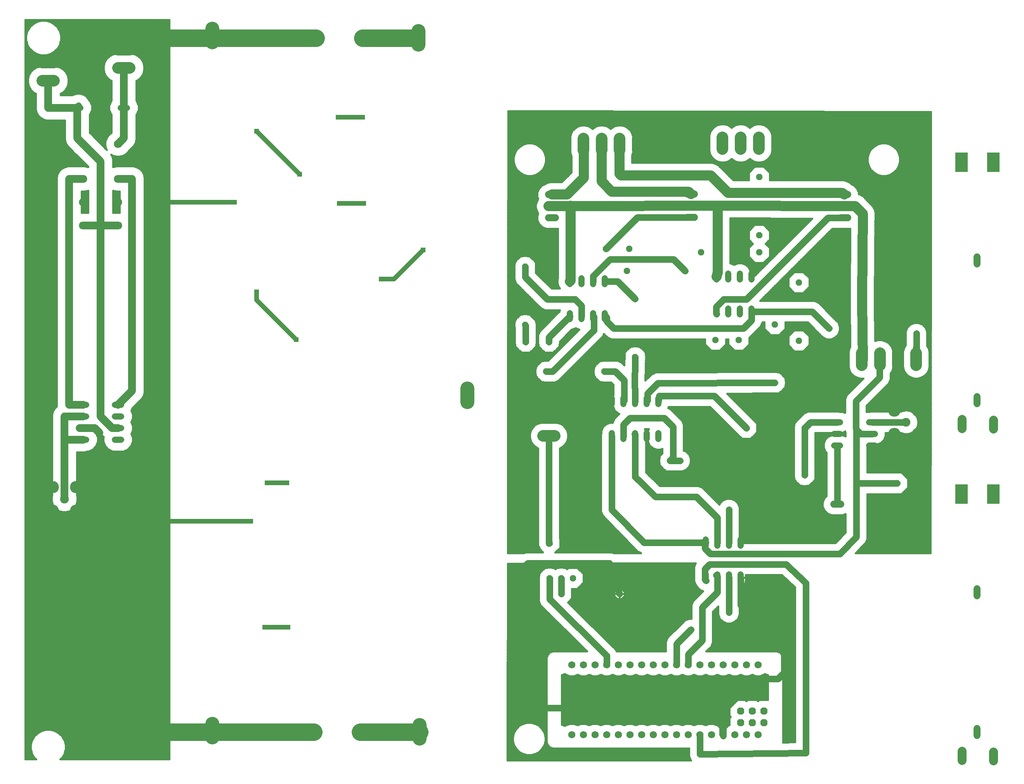
<source format=gbl>
G75*
%MOIN*%
%OFA0B0*%
%FSLAX25Y25*%
%IPPOS*%
%LPD*%
%AMOC8*
5,1,8,0,0,1.08239X$1,22.5*
%
%ADD10C,0.10039*%
%ADD11C,0.07500*%
%ADD12C,0.10500*%
%ADD13C,0.05200*%
%ADD14C,0.07087*%
%ADD15C,0.11850*%
%ADD16OC8,0.05200*%
%ADD17OC8,0.06000*%
%ADD18C,0.06200*%
%ADD19OC8,0.06200*%
%ADD20OC8,0.05600*%
%ADD21C,0.06000*%
%ADD22R,0.10500X0.16500*%
%ADD23C,0.07800*%
%ADD24C,0.01600*%
%ADD25C,0.06600*%
%ADD26C,0.15000*%
%ADD27R,0.03962X0.03962*%
%ADD28C,0.05600*%
%ADD29C,0.04000*%
%ADD30C,0.08600*%
D10*
X0453780Y0287005D02*
X0463820Y0287005D01*
X0463820Y0302595D02*
X0453780Y0302595D01*
X0727414Y0347780D02*
X0727414Y0357820D01*
X0743005Y0357820D02*
X0743005Y0347780D01*
X0758595Y0347780D02*
X0758595Y0357820D01*
X0774186Y0357820D02*
X0774186Y0347780D01*
X0654686Y0533280D02*
X0654686Y0543320D01*
X0639095Y0543320D02*
X0639095Y0533280D01*
X0623505Y0533280D02*
X0623505Y0543320D01*
X0607914Y0543320D02*
X0607914Y0533280D01*
X0535186Y0532280D02*
X0535186Y0542320D01*
X0519595Y0542320D02*
X0519595Y0532280D01*
X0504005Y0532280D02*
X0504005Y0542320D01*
X0488414Y0542320D02*
X0488414Y0532280D01*
X0098820Y0603005D02*
X0088780Y0603005D01*
X0088780Y0618595D02*
X0098820Y0618595D01*
X0033820Y0607595D02*
X0023780Y0607595D01*
X0023780Y0592005D02*
X0033820Y0592005D01*
D11*
X0042800Y0232800D03*
X0765600Y0298700D03*
D12*
X0755561Y0288661D03*
X0775639Y0288661D03*
X0775639Y0308739D03*
X0755561Y0308739D03*
X0052839Y0242839D03*
X0052839Y0222761D03*
X0032761Y0222761D03*
X0032761Y0242839D03*
D13*
X0056200Y0283800D02*
X0061400Y0283800D01*
X0061400Y0293800D02*
X0056200Y0293800D01*
X0056200Y0303800D02*
X0061400Y0303800D01*
X0061400Y0313800D02*
X0056200Y0313800D01*
X0086200Y0313800D02*
X0091400Y0313800D01*
X0091400Y0303800D02*
X0086200Y0303800D01*
X0086200Y0293800D02*
X0091400Y0293800D01*
X0091400Y0283800D02*
X0086200Y0283800D01*
X0091200Y0568800D02*
X0096400Y0568800D01*
X0056400Y0568800D02*
X0051200Y0568800D01*
X0476800Y0422400D02*
X0476800Y0417200D01*
X0486800Y0417200D02*
X0486800Y0422400D01*
X0496800Y0422400D02*
X0496800Y0417200D01*
X0506800Y0417200D02*
X0506800Y0422400D01*
X0506800Y0392400D02*
X0506800Y0387200D01*
X0496800Y0387200D02*
X0496800Y0392400D01*
X0486800Y0392400D02*
X0486800Y0387200D01*
X0476800Y0387200D02*
X0476800Y0392400D01*
X0512800Y0319400D02*
X0512800Y0314200D01*
X0522800Y0314200D02*
X0522800Y0319400D01*
X0532800Y0319400D02*
X0532800Y0314200D01*
X0542800Y0314200D02*
X0542800Y0319400D01*
X0552800Y0319400D02*
X0552800Y0314200D01*
X0552800Y0289400D02*
X0552800Y0284200D01*
X0542800Y0284200D02*
X0542800Y0289400D01*
X0532800Y0289400D02*
X0532800Y0284200D01*
X0522800Y0284200D02*
X0522800Y0289400D01*
X0512800Y0289400D02*
X0512800Y0284200D01*
X0593300Y0197900D02*
X0593300Y0192700D01*
X0603300Y0192700D02*
X0603300Y0197900D01*
X0613300Y0197900D02*
X0613300Y0192700D01*
X0623300Y0192700D02*
X0623300Y0197900D01*
X0623300Y0167900D02*
X0623300Y0162700D01*
X0613300Y0162700D02*
X0613300Y0167900D01*
X0603300Y0167900D02*
X0603300Y0162700D01*
X0593300Y0162700D02*
X0593300Y0167900D01*
X0703700Y0278800D02*
X0708900Y0278800D01*
X0708900Y0288800D02*
X0703700Y0288800D01*
X0703700Y0298800D02*
X0708900Y0298800D01*
X0733700Y0298800D02*
X0738900Y0298800D01*
X0738900Y0288800D02*
X0733700Y0288800D01*
X0733700Y0278800D02*
X0738900Y0278800D01*
X0632800Y0391200D02*
X0632800Y0396400D01*
X0622800Y0396400D02*
X0622800Y0391200D01*
X0612800Y0391200D02*
X0612800Y0396400D01*
X0602800Y0396400D02*
X0602800Y0391200D01*
X0602800Y0421200D02*
X0602800Y0426400D01*
X0612800Y0426400D02*
X0612800Y0421200D01*
X0622800Y0421200D02*
X0622800Y0426400D01*
X0632800Y0426400D02*
X0632800Y0421200D01*
D14*
X0088800Y0467800D03*
X0088800Y0487800D03*
X0088800Y0507800D03*
X0058800Y0507800D03*
X0058800Y0487800D03*
X0058800Y0467800D03*
X0058800Y0537800D03*
X0088800Y0537800D03*
D15*
X0169800Y0624875D02*
X0169800Y0636725D01*
X0346800Y0634725D02*
X0346800Y0622875D01*
X0388800Y0327725D02*
X0388800Y0315875D01*
X0169800Y0039725D02*
X0169800Y0027875D01*
X0347800Y0026875D02*
X0347800Y0038725D01*
D16*
X0469300Y0151300D03*
X0469300Y0164800D03*
X0459300Y0164800D03*
X0479300Y0164800D03*
X0479300Y0194800D03*
X0459300Y0194800D03*
X0512800Y0234800D03*
X0512800Y0250800D03*
X0512800Y0265800D03*
X0492800Y0250800D03*
X0562800Y0265800D03*
X0562800Y0234800D03*
X0628300Y0274300D03*
X0628300Y0293800D03*
X0652800Y0332800D03*
X0673300Y0368800D03*
X0652800Y0382800D03*
X0621800Y0369300D03*
X0601800Y0369300D03*
X0532800Y0354800D03*
X0506300Y0342300D03*
X0458800Y0367800D03*
X0438800Y0367800D03*
X0438300Y0382300D03*
X0456300Y0342300D03*
X0532800Y0404800D03*
X0525800Y0428800D03*
X0527800Y0447800D03*
X0507800Y0447800D03*
X0575800Y0428800D03*
X0589300Y0444800D03*
X0639300Y0444800D03*
X0639300Y0459300D03*
X0673300Y0418800D03*
X0707800Y0402300D03*
X0727800Y0402300D03*
X0639300Y0509300D03*
X0438300Y0432300D03*
X0678300Y0293800D03*
X0678300Y0274300D03*
X0678300Y0253300D03*
X0658300Y0253300D03*
X0519300Y0151300D03*
X0028800Y0548800D03*
X0028800Y0568800D03*
D17*
X0258800Y0628800D03*
X0298800Y0628800D03*
X0296800Y0032800D03*
X0256800Y0032800D03*
D18*
X0478300Y0030300D03*
X0488300Y0030300D03*
X0498300Y0030300D03*
X0508300Y0030300D03*
X0518300Y0030300D03*
X0528300Y0030300D03*
X0538300Y0030300D03*
X0548300Y0030300D03*
X0558300Y0030300D03*
X0568300Y0030300D03*
X0578300Y0030300D03*
X0588300Y0030300D03*
X0598300Y0030300D03*
X0608300Y0030300D03*
X0618300Y0030300D03*
X0628300Y0030300D03*
X0638300Y0030300D03*
X0638300Y0090300D03*
X0628300Y0090300D03*
X0618300Y0090300D03*
X0608300Y0090300D03*
X0598300Y0090300D03*
X0588300Y0090300D03*
X0578300Y0090300D03*
X0568300Y0090300D03*
X0558300Y0090300D03*
X0548300Y0090300D03*
X0538300Y0090300D03*
X0528300Y0090300D03*
X0518300Y0090300D03*
X0508300Y0090300D03*
X0498300Y0090300D03*
X0488300Y0090300D03*
X0478300Y0090300D03*
D19*
X0623300Y0050800D03*
X0623300Y0040800D03*
X0633300Y0040800D03*
X0633300Y0050800D03*
X0643300Y0050800D03*
X0643300Y0040800D03*
D20*
X0757800Y0216300D03*
X0757800Y0246300D03*
D21*
X0709300Y0228300D02*
X0703300Y0228300D01*
X0689300Y0218300D02*
X0683300Y0218300D01*
X0659300Y0228300D02*
X0653300Y0228300D01*
X0826300Y0155800D02*
X0826300Y0149800D01*
X0826300Y0035800D02*
X0826300Y0029800D01*
X0826300Y0314800D02*
X0826300Y0320800D01*
X0826300Y0434800D02*
X0826300Y0440800D01*
X0715300Y0474300D02*
X0709300Y0474300D01*
X0709300Y0484300D02*
X0715300Y0484300D01*
X0715300Y0494300D02*
X0709300Y0494300D01*
X0583800Y0494800D02*
X0577800Y0494800D01*
X0577800Y0484800D02*
X0583800Y0484800D01*
X0583800Y0474800D02*
X0577800Y0474800D01*
X0464300Y0474300D02*
X0458300Y0474300D01*
X0458300Y0484300D02*
X0464300Y0484300D01*
X0464300Y0494300D02*
X0458300Y0494300D01*
D22*
X0813042Y0521972D03*
X0840558Y0521972D03*
X0840558Y0236972D03*
X0813042Y0236972D03*
D23*
X0813300Y0293400D02*
X0813300Y0301200D01*
X0840300Y0300700D02*
X0840300Y0292900D01*
X0840300Y0015700D02*
X0840300Y0007900D01*
X0813300Y0008400D02*
X0813300Y0016200D01*
D24*
X0009200Y0009200D02*
X0009200Y0644400D01*
X0132800Y0644400D01*
X0132800Y0009200D01*
X0039236Y0009200D01*
X0040703Y0010667D01*
X0042661Y0014058D01*
X0043675Y0017842D01*
X0043675Y0021758D01*
X0042661Y0025542D01*
X0040703Y0028933D01*
X0037933Y0031703D01*
X0034542Y0033661D01*
X0030758Y0034675D01*
X0026842Y0034675D01*
X0023058Y0033661D01*
X0019667Y0031703D01*
X0016897Y0028933D01*
X0014939Y0025542D01*
X0013925Y0021758D01*
X0013925Y0017842D01*
X0014939Y0014058D01*
X0016897Y0010667D01*
X0018364Y0009200D01*
X0009200Y0009200D01*
X0009200Y0009793D02*
X0017771Y0009793D01*
X0016479Y0011391D02*
X0009200Y0011391D01*
X0009200Y0012990D02*
X0015556Y0012990D01*
X0014797Y0014588D02*
X0009200Y0014588D01*
X0009200Y0016187D02*
X0014368Y0016187D01*
X0013940Y0017785D02*
X0009200Y0017785D01*
X0009200Y0019384D02*
X0013925Y0019384D01*
X0013925Y0020982D02*
X0009200Y0020982D01*
X0009200Y0022581D02*
X0014145Y0022581D01*
X0014574Y0024179D02*
X0009200Y0024179D01*
X0009200Y0025778D02*
X0015075Y0025778D01*
X0015998Y0027376D02*
X0009200Y0027376D01*
X0009200Y0028975D02*
X0016938Y0028975D01*
X0018537Y0030573D02*
X0009200Y0030573D01*
X0009200Y0032172D02*
X0020478Y0032172D01*
X0023465Y0033770D02*
X0009200Y0033770D01*
X0009200Y0035369D02*
X0132800Y0035369D01*
X0132800Y0036967D02*
X0009200Y0036967D01*
X0009200Y0038566D02*
X0132800Y0038566D01*
X0132800Y0040164D02*
X0009200Y0040164D01*
X0009200Y0041763D02*
X0132800Y0041763D01*
X0132800Y0043361D02*
X0009200Y0043361D01*
X0009200Y0044960D02*
X0132800Y0044960D01*
X0132800Y0046558D02*
X0009200Y0046558D01*
X0009200Y0048157D02*
X0132800Y0048157D01*
X0132800Y0049755D02*
X0009200Y0049755D01*
X0009200Y0051354D02*
X0132800Y0051354D01*
X0132800Y0052952D02*
X0009200Y0052952D01*
X0009200Y0054551D02*
X0132800Y0054551D01*
X0132800Y0056149D02*
X0009200Y0056149D01*
X0009200Y0057748D02*
X0132800Y0057748D01*
X0132800Y0059346D02*
X0009200Y0059346D01*
X0009200Y0060945D02*
X0132800Y0060945D01*
X0132800Y0062543D02*
X0009200Y0062543D01*
X0009200Y0064142D02*
X0132800Y0064142D01*
X0132800Y0065740D02*
X0009200Y0065740D01*
X0009200Y0067339D02*
X0132800Y0067339D01*
X0132800Y0068937D02*
X0009200Y0068937D01*
X0009200Y0070536D02*
X0132800Y0070536D01*
X0132800Y0072134D02*
X0009200Y0072134D01*
X0009200Y0073733D02*
X0132800Y0073733D01*
X0132800Y0075332D02*
X0009200Y0075332D01*
X0009200Y0076930D02*
X0132800Y0076930D01*
X0132800Y0078529D02*
X0009200Y0078529D01*
X0009200Y0080127D02*
X0132800Y0080127D01*
X0132800Y0081726D02*
X0009200Y0081726D01*
X0009200Y0083324D02*
X0132800Y0083324D01*
X0132800Y0084923D02*
X0009200Y0084923D01*
X0009200Y0086521D02*
X0132800Y0086521D01*
X0132800Y0088120D02*
X0009200Y0088120D01*
X0009200Y0089718D02*
X0132800Y0089718D01*
X0132800Y0091317D02*
X0009200Y0091317D01*
X0009200Y0092915D02*
X0132800Y0092915D01*
X0132800Y0094514D02*
X0009200Y0094514D01*
X0009200Y0096112D02*
X0132800Y0096112D01*
X0132800Y0097711D02*
X0009200Y0097711D01*
X0009200Y0099309D02*
X0132800Y0099309D01*
X0132800Y0100908D02*
X0009200Y0100908D01*
X0009200Y0102506D02*
X0132800Y0102506D01*
X0132800Y0104105D02*
X0009200Y0104105D01*
X0009200Y0105703D02*
X0132800Y0105703D01*
X0132800Y0107302D02*
X0009200Y0107302D01*
X0009200Y0108900D02*
X0132800Y0108900D01*
X0132800Y0110499D02*
X0009200Y0110499D01*
X0009200Y0112097D02*
X0132800Y0112097D01*
X0132800Y0113696D02*
X0009200Y0113696D01*
X0009200Y0115294D02*
X0132800Y0115294D01*
X0132800Y0116893D02*
X0009200Y0116893D01*
X0009200Y0118491D02*
X0132800Y0118491D01*
X0132800Y0120090D02*
X0009200Y0120090D01*
X0009200Y0121688D02*
X0132800Y0121688D01*
X0132800Y0123287D02*
X0009200Y0123287D01*
X0009200Y0124885D02*
X0132800Y0124885D01*
X0132800Y0126484D02*
X0009200Y0126484D01*
X0009200Y0128082D02*
X0132800Y0128082D01*
X0132800Y0129681D02*
X0009200Y0129681D01*
X0009200Y0131279D02*
X0132800Y0131279D01*
X0132800Y0132878D02*
X0009200Y0132878D01*
X0009200Y0134476D02*
X0132800Y0134476D01*
X0132800Y0136075D02*
X0009200Y0136075D01*
X0009200Y0137673D02*
X0132800Y0137673D01*
X0132800Y0139272D02*
X0009200Y0139272D01*
X0009200Y0140870D02*
X0132800Y0140870D01*
X0132800Y0142469D02*
X0009200Y0142469D01*
X0009200Y0144068D02*
X0132800Y0144068D01*
X0132800Y0145666D02*
X0009200Y0145666D01*
X0009200Y0147265D02*
X0132800Y0147265D01*
X0132800Y0148863D02*
X0009200Y0148863D01*
X0009200Y0150462D02*
X0132800Y0150462D01*
X0132800Y0152060D02*
X0009200Y0152060D01*
X0009200Y0153659D02*
X0132800Y0153659D01*
X0132800Y0155257D02*
X0009200Y0155257D01*
X0009200Y0156856D02*
X0132800Y0156856D01*
X0132800Y0158454D02*
X0009200Y0158454D01*
X0009200Y0160053D02*
X0132800Y0160053D01*
X0132800Y0161651D02*
X0009200Y0161651D01*
X0009200Y0163250D02*
X0132800Y0163250D01*
X0132800Y0164848D02*
X0009200Y0164848D01*
X0009200Y0166447D02*
X0132800Y0166447D01*
X0132800Y0168045D02*
X0009200Y0168045D01*
X0009200Y0169644D02*
X0132800Y0169644D01*
X0132800Y0171242D02*
X0009200Y0171242D01*
X0009200Y0172841D02*
X0132800Y0172841D01*
X0132800Y0174439D02*
X0009200Y0174439D01*
X0009200Y0176038D02*
X0132800Y0176038D01*
X0132800Y0177636D02*
X0009200Y0177636D01*
X0009200Y0179235D02*
X0132800Y0179235D01*
X0132800Y0180833D02*
X0009200Y0180833D01*
X0009200Y0182432D02*
X0132800Y0182432D01*
X0132800Y0184030D02*
X0009200Y0184030D01*
X0009200Y0185629D02*
X0132800Y0185629D01*
X0132800Y0187227D02*
X0009200Y0187227D01*
X0009200Y0188826D02*
X0132800Y0188826D01*
X0132800Y0190424D02*
X0009200Y0190424D01*
X0009200Y0192023D02*
X0132800Y0192023D01*
X0132800Y0193621D02*
X0009200Y0193621D01*
X0009200Y0195220D02*
X0132800Y0195220D01*
X0132800Y0196818D02*
X0009200Y0196818D01*
X0009200Y0198417D02*
X0132800Y0198417D01*
X0132800Y0200015D02*
X0009200Y0200015D01*
X0009200Y0201614D02*
X0132800Y0201614D01*
X0132800Y0203212D02*
X0009200Y0203212D01*
X0009200Y0204811D02*
X0132800Y0204811D01*
X0132800Y0206409D02*
X0009200Y0206409D01*
X0009200Y0208008D02*
X0132800Y0208008D01*
X0132800Y0209606D02*
X0009200Y0209606D01*
X0009200Y0211205D02*
X0132800Y0211205D01*
X0132800Y0212803D02*
X0009200Y0212803D01*
X0009200Y0214402D02*
X0132800Y0214402D01*
X0132800Y0216001D02*
X0009200Y0216001D01*
X0009200Y0217599D02*
X0132800Y0217599D01*
X0132800Y0219198D02*
X0009200Y0219198D01*
X0009200Y0220796D02*
X0132800Y0220796D01*
X0132800Y0222395D02*
X0047047Y0222395D01*
X0047104Y0222410D02*
X0049646Y0223878D01*
X0051722Y0225954D01*
X0053190Y0228496D01*
X0053950Y0231332D01*
X0053950Y0234268D01*
X0053500Y0235947D01*
X0053500Y0273100D01*
X0060209Y0273100D01*
X0062821Y0273800D01*
X0063389Y0273800D01*
X0067065Y0275322D01*
X0069878Y0278135D01*
X0071400Y0281811D01*
X0071400Y0285789D01*
X0069878Y0289465D01*
X0067065Y0292278D01*
X0063389Y0293800D01*
X0067065Y0295322D01*
X0067105Y0295363D01*
X0076340Y0286128D01*
X0076200Y0285789D01*
X0076200Y0281811D01*
X0077722Y0278135D01*
X0080535Y0275322D01*
X0084211Y0273800D01*
X0093389Y0273800D01*
X0097065Y0275322D01*
X0099878Y0278135D01*
X0101400Y0281811D01*
X0101400Y0285789D01*
X0100153Y0288800D01*
X0101400Y0291811D01*
X0101400Y0295789D01*
X0100153Y0298800D01*
X0101400Y0301811D01*
X0101400Y0305789D01*
X0100153Y0308800D01*
X0101016Y0310884D01*
X0109362Y0319230D01*
X0110771Y0321670D01*
X0111500Y0324391D01*
X0111500Y0509209D01*
X0110771Y0511930D01*
X0109362Y0514370D01*
X0107370Y0516362D01*
X0104930Y0517771D01*
X0102209Y0518500D01*
X0091149Y0518500D01*
X0090241Y0518743D01*
X0087359Y0518743D01*
X0084576Y0517998D01*
X0084500Y0517954D01*
X0084500Y0524209D01*
X0083771Y0526930D01*
X0082786Y0528636D01*
X0084576Y0527602D01*
X0087359Y0526857D01*
X0090241Y0526857D01*
X0093024Y0527602D01*
X0095519Y0529043D01*
X0097557Y0531081D01*
X0098027Y0531895D01*
X0102362Y0536230D01*
X0103771Y0538670D01*
X0104500Y0541391D01*
X0104500Y0562758D01*
X0104878Y0563135D01*
X0106400Y0566811D01*
X0106400Y0570789D01*
X0104878Y0574465D01*
X0104500Y0574842D01*
X0104500Y0591943D01*
X0106446Y0593066D01*
X0108758Y0595379D01*
X0110393Y0598211D01*
X0111239Y0601370D01*
X0111239Y0604640D01*
X0110393Y0607799D01*
X0108758Y0610631D01*
X0106446Y0612943D01*
X0103613Y0614578D01*
X0100455Y0615424D01*
X0087145Y0615424D01*
X0083986Y0614578D01*
X0081154Y0612943D01*
X0078842Y0610631D01*
X0077207Y0607799D01*
X0076361Y0604640D01*
X0076361Y0601370D01*
X0077207Y0598211D01*
X0078842Y0595379D01*
X0081154Y0593066D01*
X0083100Y0591943D01*
X0083100Y0574842D01*
X0082722Y0574465D01*
X0081200Y0570789D01*
X0081200Y0566811D01*
X0082722Y0563135D01*
X0083100Y0562758D01*
X0083100Y0547232D01*
X0082895Y0547027D01*
X0082081Y0546557D01*
X0080043Y0544519D01*
X0078602Y0542024D01*
X0077857Y0539241D01*
X0077857Y0536359D01*
X0078602Y0533576D01*
X0079212Y0532520D01*
X0068027Y0543705D01*
X0067557Y0544519D01*
X0065519Y0546557D01*
X0064705Y0547027D01*
X0064500Y0547232D01*
X0064500Y0562758D01*
X0064878Y0563135D01*
X0066400Y0566811D01*
X0066400Y0570789D01*
X0064878Y0574465D01*
X0063895Y0575447D01*
X0062962Y0577063D01*
X0061063Y0578962D01*
X0058737Y0580305D01*
X0056143Y0581000D01*
X0053457Y0581000D01*
X0050863Y0580305D01*
X0049469Y0579500D01*
X0039500Y0579500D01*
X0039500Y0580943D01*
X0041446Y0582066D01*
X0043758Y0584379D01*
X0045393Y0587211D01*
X0046239Y0590370D01*
X0046239Y0593640D01*
X0045393Y0596799D01*
X0043758Y0599631D01*
X0041446Y0601943D01*
X0038613Y0603578D01*
X0035455Y0604424D01*
X0022145Y0604424D01*
X0018986Y0603578D01*
X0016154Y0601943D01*
X0013842Y0599631D01*
X0012207Y0596799D01*
X0011361Y0593640D01*
X0011361Y0590370D01*
X0012207Y0587211D01*
X0013842Y0584379D01*
X0016154Y0582066D01*
X0018100Y0580943D01*
X0018100Y0567391D01*
X0018800Y0564779D01*
X0018800Y0564658D01*
X0018886Y0564572D01*
X0020238Y0562230D01*
X0022230Y0560238D01*
X0024572Y0558886D01*
X0024658Y0558800D01*
X0024779Y0558800D01*
X0027391Y0558100D01*
X0043100Y0558100D01*
X0043100Y0541391D01*
X0043829Y0538670D01*
X0045238Y0536230D01*
X0049573Y0531895D01*
X0050043Y0531081D01*
X0052081Y0529043D01*
X0052895Y0528573D01*
X0063100Y0518368D01*
X0063100Y0517954D01*
X0063024Y0517998D01*
X0060241Y0518743D01*
X0057359Y0518743D01*
X0056451Y0518500D01*
X0045391Y0518500D01*
X0042670Y0517771D01*
X0040230Y0516362D01*
X0038238Y0514370D01*
X0036829Y0511930D01*
X0036100Y0509209D01*
X0036100Y0312391D01*
X0036134Y0312266D01*
X0034238Y0310370D01*
X0032829Y0307930D01*
X0032100Y0305209D01*
X0032100Y0235947D01*
X0031650Y0234268D01*
X0031650Y0231332D01*
X0032410Y0228496D01*
X0033878Y0225954D01*
X0035954Y0223878D01*
X0038496Y0222410D01*
X0041332Y0221650D01*
X0044268Y0221650D01*
X0047104Y0222410D01*
X0049762Y0223993D02*
X0132800Y0223993D01*
X0132800Y0225592D02*
X0051360Y0225592D01*
X0052436Y0227190D02*
X0132800Y0227190D01*
X0132800Y0228789D02*
X0053268Y0228789D01*
X0053697Y0230387D02*
X0132800Y0230387D01*
X0132800Y0231986D02*
X0053950Y0231986D01*
X0053950Y0233584D02*
X0132800Y0233584D01*
X0132800Y0235183D02*
X0053705Y0235183D01*
X0053500Y0236781D02*
X0132800Y0236781D01*
X0132800Y0238380D02*
X0053500Y0238380D01*
X0053500Y0239978D02*
X0132800Y0239978D01*
X0132800Y0241577D02*
X0053500Y0241577D01*
X0053500Y0243175D02*
X0132800Y0243175D01*
X0132800Y0244774D02*
X0053500Y0244774D01*
X0053500Y0246372D02*
X0132800Y0246372D01*
X0132800Y0247971D02*
X0053500Y0247971D01*
X0053500Y0249569D02*
X0132800Y0249569D01*
X0132800Y0251168D02*
X0053500Y0251168D01*
X0053500Y0252766D02*
X0132800Y0252766D01*
X0132800Y0254365D02*
X0053500Y0254365D01*
X0053500Y0255963D02*
X0132800Y0255963D01*
X0132800Y0257562D02*
X0053500Y0257562D01*
X0053500Y0259160D02*
X0132800Y0259160D01*
X0132800Y0260759D02*
X0053500Y0260759D01*
X0053500Y0262357D02*
X0132800Y0262357D01*
X0132800Y0263956D02*
X0053500Y0263956D01*
X0053500Y0265554D02*
X0132800Y0265554D01*
X0132800Y0267153D02*
X0053500Y0267153D01*
X0053500Y0268751D02*
X0132800Y0268751D01*
X0132800Y0270350D02*
X0053500Y0270350D01*
X0053500Y0271948D02*
X0132800Y0271948D01*
X0132800Y0273547D02*
X0061877Y0273547D01*
X0066637Y0275145D02*
X0080963Y0275145D01*
X0079114Y0276744D02*
X0068486Y0276744D01*
X0069963Y0278342D02*
X0077637Y0278342D01*
X0076975Y0279941D02*
X0070625Y0279941D01*
X0071288Y0281539D02*
X0076312Y0281539D01*
X0076200Y0283138D02*
X0071400Y0283138D01*
X0071400Y0284737D02*
X0076200Y0284737D01*
X0076133Y0286335D02*
X0071174Y0286335D01*
X0070512Y0287934D02*
X0074534Y0287934D01*
X0072936Y0289532D02*
X0069810Y0289532D01*
X0071337Y0291131D02*
X0068212Y0291131D01*
X0069739Y0292729D02*
X0065975Y0292729D01*
X0064663Y0294328D02*
X0068140Y0294328D01*
X0063389Y0293800D02*
X0062821Y0293800D01*
X0062821Y0293800D01*
X0063389Y0293800D01*
X0035779Y0311911D02*
X0009200Y0311911D01*
X0009200Y0310313D02*
X0034205Y0310313D01*
X0033282Y0308714D02*
X0009200Y0308714D01*
X0009200Y0307116D02*
X0032611Y0307116D01*
X0032183Y0305517D02*
X0009200Y0305517D01*
X0009200Y0303919D02*
X0032100Y0303919D01*
X0032100Y0302320D02*
X0009200Y0302320D01*
X0009200Y0300722D02*
X0032100Y0300722D01*
X0032100Y0299123D02*
X0009200Y0299123D01*
X0009200Y0297525D02*
X0032100Y0297525D01*
X0032100Y0295926D02*
X0009200Y0295926D01*
X0009200Y0294328D02*
X0032100Y0294328D01*
X0032100Y0292729D02*
X0009200Y0292729D01*
X0009200Y0291131D02*
X0032100Y0291131D01*
X0032100Y0289532D02*
X0009200Y0289532D01*
X0009200Y0287934D02*
X0032100Y0287934D01*
X0032100Y0286335D02*
X0009200Y0286335D01*
X0009200Y0284737D02*
X0032100Y0284737D01*
X0032100Y0283138D02*
X0009200Y0283138D01*
X0009200Y0281539D02*
X0032100Y0281539D01*
X0032100Y0279941D02*
X0009200Y0279941D01*
X0009200Y0278342D02*
X0032100Y0278342D01*
X0032100Y0276744D02*
X0009200Y0276744D01*
X0009200Y0275145D02*
X0032100Y0275145D01*
X0032100Y0273547D02*
X0009200Y0273547D01*
X0009200Y0271948D02*
X0032100Y0271948D01*
X0032100Y0270350D02*
X0009200Y0270350D01*
X0009200Y0268751D02*
X0032100Y0268751D01*
X0032100Y0267153D02*
X0009200Y0267153D01*
X0009200Y0265554D02*
X0032100Y0265554D01*
X0032100Y0263956D02*
X0009200Y0263956D01*
X0009200Y0262357D02*
X0032100Y0262357D01*
X0032100Y0260759D02*
X0009200Y0260759D01*
X0009200Y0259160D02*
X0032100Y0259160D01*
X0032100Y0257562D02*
X0009200Y0257562D01*
X0009200Y0255963D02*
X0032100Y0255963D01*
X0032100Y0254365D02*
X0009200Y0254365D01*
X0009200Y0252766D02*
X0032100Y0252766D01*
X0032100Y0251168D02*
X0009200Y0251168D01*
X0009200Y0249569D02*
X0032100Y0249569D01*
X0032100Y0247971D02*
X0009200Y0247971D01*
X0009200Y0246372D02*
X0032100Y0246372D01*
X0032100Y0244774D02*
X0009200Y0244774D01*
X0009200Y0243175D02*
X0032100Y0243175D01*
X0032100Y0241577D02*
X0009200Y0241577D01*
X0009200Y0239978D02*
X0032100Y0239978D01*
X0032100Y0238380D02*
X0009200Y0238380D01*
X0009200Y0236781D02*
X0032100Y0236781D01*
X0031895Y0235183D02*
X0009200Y0235183D01*
X0009200Y0233584D02*
X0031650Y0233584D01*
X0031650Y0231986D02*
X0009200Y0231986D01*
X0009200Y0230387D02*
X0031903Y0230387D01*
X0032332Y0228789D02*
X0009200Y0228789D01*
X0009200Y0227190D02*
X0033164Y0227190D01*
X0034240Y0225592D02*
X0009200Y0225592D01*
X0009200Y0223993D02*
X0035838Y0223993D01*
X0038553Y0222395D02*
X0009200Y0222395D01*
X0096637Y0275145D02*
X0132800Y0275145D01*
X0132800Y0276744D02*
X0098486Y0276744D01*
X0099963Y0278342D02*
X0132800Y0278342D01*
X0132800Y0279941D02*
X0100625Y0279941D01*
X0101288Y0281539D02*
X0132800Y0281539D01*
X0132800Y0283138D02*
X0101400Y0283138D01*
X0101400Y0284737D02*
X0132800Y0284737D01*
X0132800Y0286335D02*
X0101174Y0286335D01*
X0100512Y0287934D02*
X0132800Y0287934D01*
X0132800Y0289532D02*
X0100456Y0289532D01*
X0101118Y0291131D02*
X0132800Y0291131D01*
X0132800Y0292729D02*
X0101400Y0292729D01*
X0101400Y0294328D02*
X0132800Y0294328D01*
X0132800Y0295926D02*
X0101343Y0295926D01*
X0100681Y0297525D02*
X0132800Y0297525D01*
X0132800Y0299123D02*
X0100287Y0299123D01*
X0100949Y0300722D02*
X0132800Y0300722D01*
X0132800Y0302320D02*
X0101400Y0302320D01*
X0101400Y0303919D02*
X0132800Y0303919D01*
X0132800Y0305517D02*
X0101400Y0305517D01*
X0100851Y0307116D02*
X0132800Y0307116D01*
X0132800Y0308714D02*
X0100188Y0308714D01*
X0100779Y0310313D02*
X0132800Y0310313D01*
X0132800Y0311911D02*
X0102043Y0311911D01*
X0103642Y0313510D02*
X0132800Y0313510D01*
X0132800Y0315108D02*
X0105240Y0315108D01*
X0106839Y0316707D02*
X0132800Y0316707D01*
X0132800Y0318305D02*
X0108437Y0318305D01*
X0109751Y0319904D02*
X0132800Y0319904D01*
X0132800Y0321502D02*
X0110674Y0321502D01*
X0111154Y0323101D02*
X0132800Y0323101D01*
X0132800Y0324699D02*
X0111500Y0324699D01*
X0111500Y0326298D02*
X0132800Y0326298D01*
X0132800Y0327896D02*
X0111500Y0327896D01*
X0111500Y0329495D02*
X0132800Y0329495D01*
X0132800Y0331093D02*
X0111500Y0331093D01*
X0111500Y0332692D02*
X0132800Y0332692D01*
X0132800Y0334290D02*
X0111500Y0334290D01*
X0111500Y0335889D02*
X0132800Y0335889D01*
X0132800Y0337487D02*
X0111500Y0337487D01*
X0111500Y0339086D02*
X0132800Y0339086D01*
X0132800Y0340684D02*
X0111500Y0340684D01*
X0111500Y0342283D02*
X0132800Y0342283D01*
X0132800Y0343881D02*
X0111500Y0343881D01*
X0111500Y0345480D02*
X0132800Y0345480D01*
X0132800Y0347078D02*
X0111500Y0347078D01*
X0111500Y0348677D02*
X0132800Y0348677D01*
X0132800Y0350275D02*
X0111500Y0350275D01*
X0111500Y0351874D02*
X0132800Y0351874D01*
X0132800Y0353472D02*
X0111500Y0353472D01*
X0111500Y0355071D02*
X0132800Y0355071D01*
X0132800Y0356670D02*
X0111500Y0356670D01*
X0111500Y0358268D02*
X0132800Y0358268D01*
X0132800Y0359867D02*
X0111500Y0359867D01*
X0111500Y0361465D02*
X0132800Y0361465D01*
X0132800Y0363064D02*
X0111500Y0363064D01*
X0111500Y0364662D02*
X0132800Y0364662D01*
X0132800Y0366261D02*
X0111500Y0366261D01*
X0111500Y0367859D02*
X0132800Y0367859D01*
X0132800Y0369458D02*
X0111500Y0369458D01*
X0111500Y0371056D02*
X0132800Y0371056D01*
X0132800Y0372655D02*
X0111500Y0372655D01*
X0111500Y0374253D02*
X0132800Y0374253D01*
X0132800Y0375852D02*
X0111500Y0375852D01*
X0111500Y0377450D02*
X0132800Y0377450D01*
X0132800Y0379049D02*
X0111500Y0379049D01*
X0111500Y0380647D02*
X0132800Y0380647D01*
X0132800Y0382246D02*
X0111500Y0382246D01*
X0111500Y0383844D02*
X0132800Y0383844D01*
X0132800Y0385443D02*
X0111500Y0385443D01*
X0111500Y0387041D02*
X0132800Y0387041D01*
X0132800Y0388640D02*
X0111500Y0388640D01*
X0111500Y0390238D02*
X0132800Y0390238D01*
X0132800Y0391837D02*
X0111500Y0391837D01*
X0111500Y0393435D02*
X0132800Y0393435D01*
X0132800Y0395034D02*
X0111500Y0395034D01*
X0111500Y0396632D02*
X0132800Y0396632D01*
X0132800Y0398231D02*
X0111500Y0398231D01*
X0111500Y0399829D02*
X0132800Y0399829D01*
X0132800Y0401428D02*
X0111500Y0401428D01*
X0111500Y0403026D02*
X0132800Y0403026D01*
X0132800Y0404625D02*
X0111500Y0404625D01*
X0111500Y0406223D02*
X0132800Y0406223D01*
X0132800Y0407822D02*
X0111500Y0407822D01*
X0111500Y0409420D02*
X0132800Y0409420D01*
X0132800Y0411019D02*
X0111500Y0411019D01*
X0111500Y0412617D02*
X0132800Y0412617D01*
X0132800Y0414216D02*
X0111500Y0414216D01*
X0111500Y0415814D02*
X0132800Y0415814D01*
X0132800Y0417413D02*
X0111500Y0417413D01*
X0111500Y0419011D02*
X0132800Y0419011D01*
X0132800Y0420610D02*
X0111500Y0420610D01*
X0111500Y0422208D02*
X0132800Y0422208D01*
X0132800Y0423807D02*
X0111500Y0423807D01*
X0111500Y0425405D02*
X0132800Y0425405D01*
X0132800Y0427004D02*
X0111500Y0427004D01*
X0111500Y0428603D02*
X0132800Y0428603D01*
X0132800Y0430201D02*
X0111500Y0430201D01*
X0111500Y0431800D02*
X0132800Y0431800D01*
X0132800Y0433398D02*
X0111500Y0433398D01*
X0111500Y0434997D02*
X0132800Y0434997D01*
X0132800Y0436595D02*
X0111500Y0436595D01*
X0111500Y0438194D02*
X0132800Y0438194D01*
X0132800Y0439792D02*
X0111500Y0439792D01*
X0111500Y0441391D02*
X0132800Y0441391D01*
X0132800Y0442989D02*
X0111500Y0442989D01*
X0111500Y0444588D02*
X0132800Y0444588D01*
X0132800Y0446186D02*
X0111500Y0446186D01*
X0111500Y0447785D02*
X0132800Y0447785D01*
X0132800Y0449383D02*
X0111500Y0449383D01*
X0111500Y0450982D02*
X0132800Y0450982D01*
X0132800Y0452580D02*
X0111500Y0452580D01*
X0111500Y0454179D02*
X0132800Y0454179D01*
X0132800Y0455777D02*
X0111500Y0455777D01*
X0111500Y0457376D02*
X0132800Y0457376D01*
X0132800Y0458974D02*
X0111500Y0458974D01*
X0111500Y0460573D02*
X0132800Y0460573D01*
X0132800Y0462171D02*
X0111500Y0462171D01*
X0111500Y0463770D02*
X0132800Y0463770D01*
X0132800Y0465368D02*
X0111500Y0465368D01*
X0111500Y0466967D02*
X0132800Y0466967D01*
X0132800Y0468565D02*
X0111500Y0468565D01*
X0111500Y0470164D02*
X0132800Y0470164D01*
X0132800Y0471762D02*
X0111500Y0471762D01*
X0111500Y0473361D02*
X0132800Y0473361D01*
X0132800Y0474959D02*
X0111500Y0474959D01*
X0111500Y0476558D02*
X0132800Y0476558D01*
X0132800Y0478156D02*
X0111500Y0478156D01*
X0111500Y0479755D02*
X0132800Y0479755D01*
X0132800Y0481353D02*
X0111500Y0481353D01*
X0111500Y0482952D02*
X0132800Y0482952D01*
X0132800Y0484550D02*
X0111500Y0484550D01*
X0111500Y0486149D02*
X0132800Y0486149D01*
X0132800Y0487747D02*
X0111500Y0487747D01*
X0111500Y0489346D02*
X0132800Y0489346D01*
X0132800Y0490944D02*
X0111500Y0490944D01*
X0111500Y0492543D02*
X0132800Y0492543D01*
X0132800Y0494141D02*
X0111500Y0494141D01*
X0111500Y0495740D02*
X0132800Y0495740D01*
X0132800Y0497339D02*
X0111500Y0497339D01*
X0111500Y0498937D02*
X0132800Y0498937D01*
X0132800Y0500536D02*
X0111500Y0500536D01*
X0111500Y0502134D02*
X0132800Y0502134D01*
X0132800Y0503733D02*
X0111500Y0503733D01*
X0111500Y0505331D02*
X0132800Y0505331D01*
X0132800Y0506930D02*
X0111500Y0506930D01*
X0111500Y0508528D02*
X0132800Y0508528D01*
X0132800Y0510127D02*
X0111254Y0510127D01*
X0110826Y0511725D02*
X0132800Y0511725D01*
X0132800Y0513324D02*
X0109966Y0513324D01*
X0108810Y0514922D02*
X0132800Y0514922D01*
X0132800Y0516521D02*
X0107095Y0516521D01*
X0103630Y0518119D02*
X0132800Y0518119D01*
X0132800Y0519718D02*
X0084500Y0519718D01*
X0084500Y0521316D02*
X0132800Y0521316D01*
X0132800Y0522915D02*
X0084500Y0522915D01*
X0084418Y0524513D02*
X0132800Y0524513D01*
X0132800Y0526112D02*
X0083990Y0526112D01*
X0084389Y0527710D02*
X0083320Y0527710D01*
X0078461Y0534104D02*
X0077628Y0534104D01*
X0078033Y0535703D02*
X0076029Y0535703D01*
X0074431Y0537301D02*
X0077857Y0537301D01*
X0077857Y0538900D02*
X0072832Y0538900D01*
X0071234Y0540498D02*
X0078194Y0540498D01*
X0078645Y0542097D02*
X0069635Y0542097D01*
X0068037Y0543695D02*
X0079567Y0543695D01*
X0080818Y0545294D02*
X0066782Y0545294D01*
X0064938Y0546892D02*
X0082662Y0546892D01*
X0083100Y0548491D02*
X0064500Y0548491D01*
X0064500Y0550089D02*
X0083100Y0550089D01*
X0083100Y0551688D02*
X0064500Y0551688D01*
X0064500Y0553286D02*
X0083100Y0553286D01*
X0083100Y0554885D02*
X0064500Y0554885D01*
X0064500Y0556483D02*
X0083100Y0556483D01*
X0083100Y0558082D02*
X0064500Y0558082D01*
X0064500Y0559680D02*
X0083100Y0559680D01*
X0083100Y0561279D02*
X0064500Y0561279D01*
X0064620Y0562877D02*
X0082980Y0562877D01*
X0082167Y0564476D02*
X0065433Y0564476D01*
X0066095Y0566074D02*
X0081505Y0566074D01*
X0081200Y0567673D02*
X0066400Y0567673D01*
X0066400Y0569272D02*
X0081200Y0569272D01*
X0081234Y0570870D02*
X0066366Y0570870D01*
X0065704Y0572469D02*
X0081896Y0572469D01*
X0082558Y0574067D02*
X0065042Y0574067D01*
X0063769Y0575666D02*
X0083100Y0575666D01*
X0083100Y0577264D02*
X0062761Y0577264D01*
X0061162Y0578863D02*
X0083100Y0578863D01*
X0083100Y0580461D02*
X0058154Y0580461D01*
X0051446Y0580461D02*
X0039500Y0580461D01*
X0041434Y0582060D02*
X0083100Y0582060D01*
X0083100Y0583658D02*
X0043037Y0583658D01*
X0044265Y0585257D02*
X0083100Y0585257D01*
X0083100Y0586855D02*
X0045188Y0586855D01*
X0045726Y0588454D02*
X0083100Y0588454D01*
X0083100Y0590052D02*
X0046154Y0590052D01*
X0046239Y0591651D02*
X0083100Y0591651D01*
X0080972Y0593249D02*
X0046239Y0593249D01*
X0045916Y0594848D02*
X0079373Y0594848D01*
X0078226Y0596446D02*
X0045487Y0596446D01*
X0044673Y0598045D02*
X0077303Y0598045D01*
X0076823Y0599643D02*
X0043745Y0599643D01*
X0042147Y0601242D02*
X0076395Y0601242D01*
X0076361Y0602840D02*
X0039891Y0602840D01*
X0030542Y0614939D02*
X0026758Y0613925D01*
X0022842Y0613925D01*
X0019058Y0614939D01*
X0015667Y0616897D01*
X0012897Y0619667D01*
X0010939Y0623058D01*
X0009925Y0626842D01*
X0009925Y0630758D01*
X0010939Y0634542D01*
X0012897Y0637933D01*
X0015667Y0640703D01*
X0019058Y0642661D01*
X0022842Y0643675D01*
X0026758Y0643675D01*
X0030542Y0642661D01*
X0033933Y0640703D01*
X0036703Y0637933D01*
X0038661Y0634542D01*
X0039675Y0630758D01*
X0039675Y0626842D01*
X0038661Y0623058D01*
X0036703Y0619667D01*
X0033933Y0616897D01*
X0030542Y0614939D01*
X0031736Y0615628D02*
X0132800Y0615628D01*
X0132800Y0614030D02*
X0104563Y0614030D01*
X0106957Y0612431D02*
X0132800Y0612431D01*
X0132800Y0610833D02*
X0108556Y0610833D01*
X0109564Y0609234D02*
X0132800Y0609234D01*
X0132800Y0607636D02*
X0110437Y0607636D01*
X0110865Y0606037D02*
X0132800Y0606037D01*
X0132800Y0604439D02*
X0111239Y0604439D01*
X0111239Y0602840D02*
X0132800Y0602840D01*
X0132800Y0601242D02*
X0111205Y0601242D01*
X0110777Y0599643D02*
X0132800Y0599643D01*
X0132800Y0598045D02*
X0110297Y0598045D01*
X0109374Y0596446D02*
X0132800Y0596446D01*
X0132800Y0594848D02*
X0108227Y0594848D01*
X0106628Y0593249D02*
X0132800Y0593249D01*
X0132800Y0591651D02*
X0104500Y0591651D01*
X0104500Y0590052D02*
X0132800Y0590052D01*
X0132800Y0588454D02*
X0104500Y0588454D01*
X0104500Y0586855D02*
X0132800Y0586855D01*
X0132800Y0585257D02*
X0104500Y0585257D01*
X0104500Y0583658D02*
X0132800Y0583658D01*
X0132800Y0582060D02*
X0104500Y0582060D01*
X0104500Y0580461D02*
X0132800Y0580461D01*
X0132800Y0578863D02*
X0104500Y0578863D01*
X0104500Y0577264D02*
X0132800Y0577264D01*
X0132800Y0575666D02*
X0104500Y0575666D01*
X0105042Y0574067D02*
X0132800Y0574067D01*
X0132800Y0572469D02*
X0105704Y0572469D01*
X0106366Y0570870D02*
X0132800Y0570870D01*
X0132800Y0569272D02*
X0106400Y0569272D01*
X0106400Y0567673D02*
X0132800Y0567673D01*
X0132800Y0566074D02*
X0106095Y0566074D01*
X0105433Y0564476D02*
X0132800Y0564476D01*
X0132800Y0562877D02*
X0104620Y0562877D01*
X0104500Y0561279D02*
X0132800Y0561279D01*
X0132800Y0559680D02*
X0104500Y0559680D01*
X0104500Y0558082D02*
X0132800Y0558082D01*
X0132800Y0556483D02*
X0104500Y0556483D01*
X0104500Y0554885D02*
X0132800Y0554885D01*
X0132800Y0553286D02*
X0104500Y0553286D01*
X0104500Y0551688D02*
X0132800Y0551688D01*
X0132800Y0550089D02*
X0104500Y0550089D01*
X0104500Y0548491D02*
X0132800Y0548491D01*
X0132800Y0546892D02*
X0104500Y0546892D01*
X0104500Y0545294D02*
X0132800Y0545294D01*
X0132800Y0543695D02*
X0104500Y0543695D01*
X0104500Y0542097D02*
X0132800Y0542097D01*
X0132800Y0540498D02*
X0104261Y0540498D01*
X0103832Y0538900D02*
X0132800Y0538900D01*
X0132800Y0537301D02*
X0102981Y0537301D01*
X0101835Y0535703D02*
X0132800Y0535703D01*
X0132800Y0534104D02*
X0100236Y0534104D01*
X0098638Y0532506D02*
X0132800Y0532506D01*
X0132800Y0530907D02*
X0097383Y0530907D01*
X0095785Y0529309D02*
X0132800Y0529309D01*
X0132800Y0527710D02*
X0093211Y0527710D01*
X0085030Y0518119D02*
X0084500Y0518119D01*
X0063100Y0518119D02*
X0062570Y0518119D01*
X0061750Y0519718D02*
X0009200Y0519718D01*
X0009200Y0521316D02*
X0060152Y0521316D01*
X0058553Y0522915D02*
X0009200Y0522915D01*
X0009200Y0524513D02*
X0056955Y0524513D01*
X0055356Y0526112D02*
X0009200Y0526112D01*
X0009200Y0527710D02*
X0053758Y0527710D01*
X0051815Y0529309D02*
X0009200Y0529309D01*
X0009200Y0530907D02*
X0050217Y0530907D01*
X0048962Y0532506D02*
X0009200Y0532506D01*
X0009200Y0534104D02*
X0047364Y0534104D01*
X0045765Y0535703D02*
X0009200Y0535703D01*
X0009200Y0537301D02*
X0044619Y0537301D01*
X0043768Y0538900D02*
X0009200Y0538900D01*
X0009200Y0540498D02*
X0043339Y0540498D01*
X0043100Y0542097D02*
X0009200Y0542097D01*
X0009200Y0543695D02*
X0043100Y0543695D01*
X0043100Y0545294D02*
X0009200Y0545294D01*
X0009200Y0546892D02*
X0043100Y0546892D01*
X0043100Y0548491D02*
X0009200Y0548491D01*
X0009200Y0550089D02*
X0043100Y0550089D01*
X0043100Y0551688D02*
X0009200Y0551688D01*
X0009200Y0553286D02*
X0043100Y0553286D01*
X0043100Y0554885D02*
X0009200Y0554885D01*
X0009200Y0556483D02*
X0043100Y0556483D01*
X0043100Y0558082D02*
X0009200Y0558082D01*
X0009200Y0559680D02*
X0023196Y0559680D01*
X0021189Y0561279D02*
X0009200Y0561279D01*
X0009200Y0562877D02*
X0019864Y0562877D01*
X0018941Y0564476D02*
X0009200Y0564476D01*
X0009200Y0566074D02*
X0018453Y0566074D01*
X0018100Y0567673D02*
X0009200Y0567673D01*
X0009200Y0569272D02*
X0018100Y0569272D01*
X0018100Y0570870D02*
X0009200Y0570870D01*
X0009200Y0572469D02*
X0018100Y0572469D01*
X0018100Y0574067D02*
X0009200Y0574067D01*
X0009200Y0575666D02*
X0018100Y0575666D01*
X0018100Y0577264D02*
X0009200Y0577264D01*
X0009200Y0578863D02*
X0018100Y0578863D01*
X0018100Y0580461D02*
X0009200Y0580461D01*
X0009200Y0582060D02*
X0016166Y0582060D01*
X0014563Y0583658D02*
X0009200Y0583658D01*
X0009200Y0585257D02*
X0013335Y0585257D01*
X0012412Y0586855D02*
X0009200Y0586855D01*
X0009200Y0588454D02*
X0011874Y0588454D01*
X0011446Y0590052D02*
X0009200Y0590052D01*
X0009200Y0591651D02*
X0011361Y0591651D01*
X0011361Y0593249D02*
X0009200Y0593249D01*
X0009200Y0594848D02*
X0011684Y0594848D01*
X0012113Y0596446D02*
X0009200Y0596446D01*
X0009200Y0598045D02*
X0012927Y0598045D01*
X0013855Y0599643D02*
X0009200Y0599643D01*
X0009200Y0601242D02*
X0015453Y0601242D01*
X0017709Y0602840D02*
X0009200Y0602840D01*
X0009200Y0604439D02*
X0076361Y0604439D01*
X0076735Y0606037D02*
X0009200Y0606037D01*
X0009200Y0607636D02*
X0077163Y0607636D01*
X0078036Y0609234D02*
X0009200Y0609234D01*
X0009200Y0610833D02*
X0079044Y0610833D01*
X0080643Y0612431D02*
X0009200Y0612431D01*
X0009200Y0614030D02*
X0022450Y0614030D01*
X0027150Y0614030D02*
X0083037Y0614030D01*
X0039240Y0625219D02*
X0132800Y0625219D01*
X0132800Y0623621D02*
X0038812Y0623621D01*
X0038063Y0622022D02*
X0132800Y0622022D01*
X0132800Y0620424D02*
X0037140Y0620424D01*
X0035862Y0618825D02*
X0132800Y0618825D01*
X0132800Y0617227D02*
X0034263Y0617227D01*
X0039669Y0626818D02*
X0132800Y0626818D01*
X0132800Y0628416D02*
X0039675Y0628416D01*
X0039675Y0630015D02*
X0132800Y0630015D01*
X0132800Y0631613D02*
X0039446Y0631613D01*
X0039018Y0633212D02*
X0132800Y0633212D01*
X0132800Y0634810D02*
X0038506Y0634810D01*
X0037583Y0636409D02*
X0132800Y0636409D01*
X0132800Y0638008D02*
X0036629Y0638008D01*
X0035030Y0639606D02*
X0132800Y0639606D01*
X0132800Y0641205D02*
X0033065Y0641205D01*
X0030012Y0642803D02*
X0132800Y0642803D01*
X0019588Y0642803D02*
X0009200Y0642803D01*
X0009200Y0641205D02*
X0016535Y0641205D01*
X0014570Y0639606D02*
X0009200Y0639606D01*
X0009200Y0638008D02*
X0012971Y0638008D01*
X0012017Y0636409D02*
X0009200Y0636409D01*
X0009200Y0634810D02*
X0011094Y0634810D01*
X0010582Y0633212D02*
X0009200Y0633212D01*
X0009200Y0631613D02*
X0010154Y0631613D01*
X0009925Y0630015D02*
X0009200Y0630015D01*
X0009200Y0628416D02*
X0009925Y0628416D01*
X0009931Y0626818D02*
X0009200Y0626818D01*
X0009200Y0625219D02*
X0010360Y0625219D01*
X0010788Y0623621D02*
X0009200Y0623621D01*
X0009200Y0622022D02*
X0011537Y0622022D01*
X0012460Y0620424D02*
X0009200Y0620424D01*
X0009200Y0618825D02*
X0013738Y0618825D01*
X0015337Y0617227D02*
X0009200Y0617227D01*
X0009200Y0615628D02*
X0017864Y0615628D01*
X0009200Y0518119D02*
X0043970Y0518119D01*
X0040505Y0516521D02*
X0009200Y0516521D01*
X0009200Y0514922D02*
X0038790Y0514922D01*
X0037634Y0513324D02*
X0009200Y0513324D01*
X0009200Y0511725D02*
X0036774Y0511725D01*
X0036346Y0510127D02*
X0009200Y0510127D01*
X0009200Y0508528D02*
X0036100Y0508528D01*
X0036100Y0506930D02*
X0009200Y0506930D01*
X0009200Y0505331D02*
X0036100Y0505331D01*
X0036100Y0503733D02*
X0009200Y0503733D01*
X0009200Y0502134D02*
X0036100Y0502134D01*
X0036100Y0500536D02*
X0009200Y0500536D01*
X0009200Y0498937D02*
X0036100Y0498937D01*
X0036100Y0497339D02*
X0009200Y0497339D01*
X0009200Y0495740D02*
X0036100Y0495740D01*
X0036100Y0494141D02*
X0009200Y0494141D01*
X0009200Y0492543D02*
X0036100Y0492543D01*
X0036100Y0490944D02*
X0009200Y0490944D01*
X0009200Y0489346D02*
X0036100Y0489346D01*
X0036100Y0487747D02*
X0009200Y0487747D01*
X0009200Y0486149D02*
X0036100Y0486149D01*
X0036100Y0484550D02*
X0009200Y0484550D01*
X0009200Y0482952D02*
X0036100Y0482952D01*
X0036100Y0481353D02*
X0009200Y0481353D01*
X0009200Y0479755D02*
X0036100Y0479755D01*
X0036100Y0478156D02*
X0009200Y0478156D01*
X0009200Y0476558D02*
X0036100Y0476558D01*
X0036100Y0474959D02*
X0009200Y0474959D01*
X0009200Y0473361D02*
X0036100Y0473361D01*
X0036100Y0471762D02*
X0009200Y0471762D01*
X0009200Y0470164D02*
X0036100Y0470164D01*
X0036100Y0468565D02*
X0009200Y0468565D01*
X0009200Y0466967D02*
X0036100Y0466967D01*
X0036100Y0465368D02*
X0009200Y0465368D01*
X0009200Y0463770D02*
X0036100Y0463770D01*
X0036100Y0462171D02*
X0009200Y0462171D01*
X0009200Y0460573D02*
X0036100Y0460573D01*
X0036100Y0458974D02*
X0009200Y0458974D01*
X0009200Y0457376D02*
X0036100Y0457376D01*
X0036100Y0455777D02*
X0009200Y0455777D01*
X0009200Y0454179D02*
X0036100Y0454179D01*
X0036100Y0452580D02*
X0009200Y0452580D01*
X0009200Y0450982D02*
X0036100Y0450982D01*
X0036100Y0449383D02*
X0009200Y0449383D01*
X0009200Y0447785D02*
X0036100Y0447785D01*
X0036100Y0446186D02*
X0009200Y0446186D01*
X0009200Y0444588D02*
X0036100Y0444588D01*
X0036100Y0442989D02*
X0009200Y0442989D01*
X0009200Y0441391D02*
X0036100Y0441391D01*
X0036100Y0439792D02*
X0009200Y0439792D01*
X0009200Y0438194D02*
X0036100Y0438194D01*
X0036100Y0436595D02*
X0009200Y0436595D01*
X0009200Y0434997D02*
X0036100Y0434997D01*
X0036100Y0433398D02*
X0009200Y0433398D01*
X0009200Y0431800D02*
X0036100Y0431800D01*
X0036100Y0430201D02*
X0009200Y0430201D01*
X0009200Y0428603D02*
X0036100Y0428603D01*
X0036100Y0427004D02*
X0009200Y0427004D01*
X0009200Y0425405D02*
X0036100Y0425405D01*
X0036100Y0423807D02*
X0009200Y0423807D01*
X0009200Y0422208D02*
X0036100Y0422208D01*
X0036100Y0420610D02*
X0009200Y0420610D01*
X0009200Y0419011D02*
X0036100Y0419011D01*
X0036100Y0417413D02*
X0009200Y0417413D01*
X0009200Y0415814D02*
X0036100Y0415814D01*
X0036100Y0414216D02*
X0009200Y0414216D01*
X0009200Y0412617D02*
X0036100Y0412617D01*
X0036100Y0411019D02*
X0009200Y0411019D01*
X0009200Y0409420D02*
X0036100Y0409420D01*
X0036100Y0407822D02*
X0009200Y0407822D01*
X0009200Y0406223D02*
X0036100Y0406223D01*
X0036100Y0404625D02*
X0009200Y0404625D01*
X0009200Y0403026D02*
X0036100Y0403026D01*
X0036100Y0401428D02*
X0009200Y0401428D01*
X0009200Y0399829D02*
X0036100Y0399829D01*
X0036100Y0398231D02*
X0009200Y0398231D01*
X0009200Y0396632D02*
X0036100Y0396632D01*
X0036100Y0395034D02*
X0009200Y0395034D01*
X0009200Y0393435D02*
X0036100Y0393435D01*
X0036100Y0391837D02*
X0009200Y0391837D01*
X0009200Y0390238D02*
X0036100Y0390238D01*
X0036100Y0388640D02*
X0009200Y0388640D01*
X0009200Y0387041D02*
X0036100Y0387041D01*
X0036100Y0385443D02*
X0009200Y0385443D01*
X0009200Y0383844D02*
X0036100Y0383844D01*
X0036100Y0382246D02*
X0009200Y0382246D01*
X0009200Y0380647D02*
X0036100Y0380647D01*
X0036100Y0379049D02*
X0009200Y0379049D01*
X0009200Y0377450D02*
X0036100Y0377450D01*
X0036100Y0375852D02*
X0009200Y0375852D01*
X0009200Y0374253D02*
X0036100Y0374253D01*
X0036100Y0372655D02*
X0009200Y0372655D01*
X0009200Y0371056D02*
X0036100Y0371056D01*
X0036100Y0369458D02*
X0009200Y0369458D01*
X0009200Y0367859D02*
X0036100Y0367859D01*
X0036100Y0366261D02*
X0009200Y0366261D01*
X0009200Y0364662D02*
X0036100Y0364662D01*
X0036100Y0363064D02*
X0009200Y0363064D01*
X0009200Y0361465D02*
X0036100Y0361465D01*
X0036100Y0359867D02*
X0009200Y0359867D01*
X0009200Y0358268D02*
X0036100Y0358268D01*
X0036100Y0356670D02*
X0009200Y0356670D01*
X0009200Y0355071D02*
X0036100Y0355071D01*
X0036100Y0353472D02*
X0009200Y0353472D01*
X0009200Y0351874D02*
X0036100Y0351874D01*
X0036100Y0350275D02*
X0009200Y0350275D01*
X0009200Y0348677D02*
X0036100Y0348677D01*
X0036100Y0347078D02*
X0009200Y0347078D01*
X0009200Y0345480D02*
X0036100Y0345480D01*
X0036100Y0343881D02*
X0009200Y0343881D01*
X0009200Y0342283D02*
X0036100Y0342283D01*
X0036100Y0340684D02*
X0009200Y0340684D01*
X0009200Y0339086D02*
X0036100Y0339086D01*
X0036100Y0337487D02*
X0009200Y0337487D01*
X0009200Y0335889D02*
X0036100Y0335889D01*
X0036100Y0334290D02*
X0009200Y0334290D01*
X0009200Y0332692D02*
X0036100Y0332692D01*
X0036100Y0331093D02*
X0009200Y0331093D01*
X0009200Y0329495D02*
X0036100Y0329495D01*
X0036100Y0327896D02*
X0009200Y0327896D01*
X0009200Y0326298D02*
X0036100Y0326298D01*
X0036100Y0324699D02*
X0009200Y0324699D01*
X0009200Y0323101D02*
X0036100Y0323101D01*
X0036100Y0321502D02*
X0009200Y0321502D01*
X0009200Y0319904D02*
X0036100Y0319904D01*
X0036100Y0318305D02*
X0009200Y0318305D01*
X0009200Y0316707D02*
X0036100Y0316707D01*
X0036100Y0315108D02*
X0009200Y0315108D01*
X0009200Y0313510D02*
X0036100Y0313510D01*
X0057500Y0478743D02*
X0057500Y0496857D01*
X0060241Y0496857D01*
X0063024Y0497602D01*
X0063100Y0497646D01*
X0063100Y0478500D01*
X0061149Y0478500D01*
X0060241Y0478743D01*
X0057500Y0478743D01*
X0057500Y0479755D02*
X0063100Y0479755D01*
X0063100Y0481353D02*
X0057500Y0481353D01*
X0057500Y0482952D02*
X0063100Y0482952D01*
X0063100Y0484550D02*
X0057500Y0484550D01*
X0057500Y0486149D02*
X0063100Y0486149D01*
X0063100Y0487747D02*
X0057500Y0487747D01*
X0057500Y0489346D02*
X0063100Y0489346D01*
X0063100Y0490944D02*
X0057500Y0490944D01*
X0057500Y0492543D02*
X0063100Y0492543D01*
X0063100Y0494141D02*
X0057500Y0494141D01*
X0057500Y0495740D02*
X0063100Y0495740D01*
X0063100Y0497339D02*
X0062039Y0497339D01*
X0084500Y0497339D02*
X0085561Y0497339D01*
X0084576Y0497602D02*
X0087359Y0496857D01*
X0090100Y0496857D01*
X0090100Y0478743D01*
X0087359Y0478743D01*
X0086451Y0478500D01*
X0084500Y0478500D01*
X0084500Y0497646D01*
X0084576Y0497602D01*
X0084500Y0495740D02*
X0090100Y0495740D01*
X0090100Y0494141D02*
X0084500Y0494141D01*
X0084500Y0492543D02*
X0090100Y0492543D01*
X0090100Y0490944D02*
X0084500Y0490944D01*
X0084500Y0489346D02*
X0090100Y0489346D01*
X0090100Y0487747D02*
X0084500Y0487747D01*
X0084500Y0486149D02*
X0090100Y0486149D01*
X0090100Y0484550D02*
X0084500Y0484550D01*
X0084500Y0482952D02*
X0090100Y0482952D01*
X0090100Y0481353D02*
X0084500Y0481353D01*
X0084500Y0479755D02*
X0090100Y0479755D01*
X0423619Y0479755D02*
X0448569Y0479755D01*
X0448329Y0480170D02*
X0449626Y0477923D01*
X0448900Y0476170D01*
X0448900Y0472430D01*
X0450331Y0468975D01*
X0452975Y0466331D01*
X0456430Y0464900D01*
X0466170Y0464900D01*
X0466600Y0465078D01*
X0466600Y0423075D01*
X0466100Y0421209D01*
X0466100Y0418391D01*
X0466829Y0415670D01*
X0468082Y0413500D01*
X0461111Y0413500D01*
X0447500Y0427111D01*
X0447500Y0434130D01*
X0447300Y0434613D01*
X0447300Y0436028D01*
X0446299Y0437029D01*
X0446099Y0437511D01*
X0443511Y0440099D01*
X0443029Y0440299D01*
X0442028Y0441300D01*
X0440613Y0441300D01*
X0440130Y0441500D01*
X0436470Y0441500D01*
X0435987Y0441300D01*
X0434572Y0441300D01*
X0433571Y0440299D01*
X0433089Y0440099D01*
X0430501Y0437511D01*
X0430301Y0437029D01*
X0429300Y0436028D01*
X0429300Y0434613D01*
X0429100Y0434130D01*
X0429100Y0421470D01*
X0430501Y0418089D01*
X0449501Y0399089D01*
X0452089Y0396501D01*
X0455470Y0395100D01*
X0468177Y0395100D01*
X0467800Y0394190D01*
X0467800Y0393811D01*
X0451001Y0377011D01*
X0449600Y0373630D01*
X0449600Y0365970D01*
X0449800Y0365487D01*
X0449800Y0364072D01*
X0450801Y0363071D01*
X0451001Y0362589D01*
X0453589Y0360001D01*
X0454071Y0359801D01*
X0455072Y0358800D01*
X0456487Y0358800D01*
X0456970Y0358600D01*
X0460630Y0358600D01*
X0461113Y0358800D01*
X0462528Y0358800D01*
X0463529Y0359801D01*
X0464011Y0360001D01*
X0466599Y0362589D01*
X0466799Y0363071D01*
X0467800Y0364072D01*
X0467800Y0365487D01*
X0468000Y0365970D01*
X0468000Y0367989D01*
X0478211Y0378200D01*
X0478590Y0378200D01*
X0481800Y0379530D01*
X0484783Y0378294D01*
X0457989Y0351500D01*
X0454470Y0351500D01*
X0453987Y0351300D01*
X0452572Y0351300D01*
X0451571Y0350299D01*
X0451089Y0350099D01*
X0448501Y0347511D01*
X0448301Y0347029D01*
X0447300Y0346028D01*
X0447300Y0344613D01*
X0447100Y0344130D01*
X0447100Y0340470D01*
X0447300Y0339987D01*
X0447300Y0338572D01*
X0448301Y0337571D01*
X0448501Y0337089D01*
X0451089Y0334501D01*
X0451571Y0334301D01*
X0452572Y0333300D01*
X0453987Y0333300D01*
X0454470Y0333100D01*
X0463630Y0333100D01*
X0467011Y0334501D01*
X0502511Y0370001D01*
X0505099Y0372589D01*
X0505949Y0374640D01*
X0506501Y0374089D01*
X0509089Y0371501D01*
X0512470Y0370100D01*
X0592800Y0370100D01*
X0592800Y0365572D01*
X0598072Y0360300D01*
X0605528Y0360300D01*
X0610800Y0365572D01*
X0610800Y0370100D01*
X0612800Y0370100D01*
X0612800Y0365572D01*
X0618072Y0360300D01*
X0625528Y0360300D01*
X0630800Y0365572D01*
X0630800Y0371413D01*
X0631011Y0371501D01*
X0638011Y0378501D01*
X0640599Y0381089D01*
X0642000Y0384470D01*
X0642000Y0384600D01*
X0643800Y0384600D01*
X0643800Y0379072D01*
X0649072Y0373800D01*
X0656528Y0373800D01*
X0661800Y0379072D01*
X0661800Y0384600D01*
X0680989Y0384600D01*
X0691892Y0373698D01*
X0691893Y0373694D01*
X0693694Y0371893D01*
X0693698Y0371892D01*
X0694089Y0371501D01*
X0697470Y0370100D01*
X0701130Y0370100D01*
X0704511Y0371501D01*
X0704902Y0371892D01*
X0704906Y0371893D01*
X0706707Y0373694D01*
X0706708Y0373698D01*
X0707099Y0374089D01*
X0708500Y0377470D01*
X0708500Y0381130D01*
X0707099Y0384511D01*
X0706708Y0384902D01*
X0706707Y0384906D01*
X0704906Y0386707D01*
X0704902Y0386708D01*
X0690011Y0401599D01*
X0686630Y0403000D01*
X0640011Y0403000D01*
X0702111Y0465100D01*
X0706947Y0465100D01*
X0707430Y0464900D01*
X0717170Y0464900D01*
X0717511Y0465041D01*
X0717110Y0407745D01*
X0717100Y0407709D01*
X0717100Y0406337D01*
X0717090Y0404966D01*
X0717100Y0404929D01*
X0717100Y0403654D01*
X0717086Y0403602D01*
X0717100Y0402247D01*
X0717100Y0400891D01*
X0717114Y0400839D01*
X0717488Y0363466D01*
X0716773Y0362228D01*
X0715994Y0359323D01*
X0715994Y0346277D01*
X0716773Y0343372D01*
X0718276Y0340768D01*
X0720402Y0338642D01*
X0723006Y0337139D01*
X0725911Y0336361D01*
X0728850Y0336361D01*
X0714501Y0322011D01*
X0713100Y0318630D01*
X0713100Y0306802D01*
X0710690Y0307800D01*
X0708613Y0307800D01*
X0708130Y0308000D01*
X0681470Y0308000D01*
X0678089Y0306599D01*
X0673089Y0301599D01*
X0670501Y0299011D01*
X0670301Y0298529D01*
X0669300Y0297528D01*
X0669300Y0296113D01*
X0669100Y0295630D01*
X0669100Y0251470D01*
X0669300Y0250987D01*
X0669300Y0249572D01*
X0670301Y0248571D01*
X0670501Y0248089D01*
X0673089Y0245501D01*
X0673571Y0245301D01*
X0674572Y0244300D01*
X0675987Y0244300D01*
X0676470Y0244100D01*
X0680130Y0244100D01*
X0680613Y0244300D01*
X0682028Y0244300D01*
X0683029Y0245301D01*
X0683511Y0245501D01*
X0686099Y0248089D01*
X0686299Y0248571D01*
X0687300Y0249572D01*
X0687300Y0250987D01*
X0687500Y0251470D01*
X0687500Y0289600D01*
X0708130Y0289600D01*
X0708613Y0289800D01*
X0710690Y0289800D01*
X0713250Y0290860D01*
X0713253Y0290822D01*
X0713600Y0290128D01*
X0713600Y0286595D01*
X0710690Y0287800D01*
X0708613Y0287800D01*
X0708130Y0288000D01*
X0704470Y0288000D01*
X0703987Y0287800D01*
X0701910Y0287800D01*
X0698602Y0286430D01*
X0696070Y0283898D01*
X0694700Y0280590D01*
X0694700Y0277010D01*
X0696070Y0273702D01*
X0697100Y0272672D01*
X0697100Y0235394D01*
X0695331Y0233625D01*
X0693900Y0230170D01*
X0693900Y0226430D01*
X0695331Y0222975D01*
X0697975Y0220331D01*
X0701430Y0218900D01*
X0711170Y0218900D01*
X0713600Y0219907D01*
X0713600Y0204017D01*
X0704894Y0195000D01*
X0622500Y0195000D01*
X0622500Y0225630D01*
X0621099Y0229011D01*
X0620708Y0229402D01*
X0620707Y0229406D01*
X0618906Y0231207D01*
X0618902Y0231208D01*
X0618511Y0231599D01*
X0615130Y0233000D01*
X0611470Y0233000D01*
X0608089Y0231599D01*
X0607698Y0231208D01*
X0607694Y0231207D01*
X0605893Y0229406D01*
X0605892Y0229402D01*
X0605501Y0229011D01*
X0605090Y0228021D01*
X0593099Y0240011D01*
X0590511Y0242599D01*
X0587130Y0244000D01*
X0554020Y0244000D01*
X0542000Y0255619D01*
X0542000Y0290130D01*
X0541800Y0290613D01*
X0541800Y0291190D01*
X0541009Y0293100D01*
X0544591Y0293100D01*
X0543800Y0291190D01*
X0543800Y0282410D01*
X0545170Y0279102D01*
X0547702Y0276570D01*
X0551010Y0275200D01*
X0554590Y0275200D01*
X0556100Y0275825D01*
X0556100Y0272111D01*
X0555001Y0271011D01*
X0554801Y0270529D01*
X0553800Y0269528D01*
X0553800Y0268113D01*
X0553600Y0267630D01*
X0553600Y0263970D01*
X0553800Y0263487D01*
X0553800Y0262072D01*
X0554801Y0261071D01*
X0555001Y0260589D01*
X0557589Y0258001D01*
X0558071Y0257801D01*
X0559072Y0256800D01*
X0560487Y0256800D01*
X0560970Y0256600D01*
X0573130Y0256600D01*
X0576511Y0258001D01*
X0576902Y0258392D01*
X0576906Y0258393D01*
X0578707Y0260194D01*
X0578708Y0260198D01*
X0579099Y0260589D01*
X0580500Y0263970D01*
X0580500Y0267630D01*
X0579099Y0271011D01*
X0578708Y0271402D01*
X0578707Y0271406D01*
X0576906Y0273207D01*
X0576902Y0273208D01*
X0576511Y0273599D01*
X0574500Y0274433D01*
X0574500Y0296630D01*
X0573099Y0300011D01*
X0570511Y0302599D01*
X0563011Y0310099D01*
X0561161Y0310866D01*
X0561672Y0312100D01*
X0596989Y0312100D01*
X0623089Y0286001D01*
X0623571Y0285801D01*
X0624572Y0284800D01*
X0625987Y0284800D01*
X0626470Y0284600D01*
X0630130Y0284600D01*
X0630613Y0284800D01*
X0632028Y0284800D01*
X0633029Y0285801D01*
X0633511Y0286001D01*
X0636099Y0288589D01*
X0636299Y0289071D01*
X0637300Y0290072D01*
X0637300Y0291487D01*
X0637500Y0291970D01*
X0637500Y0295630D01*
X0637300Y0296113D01*
X0637300Y0297528D01*
X0636299Y0298529D01*
X0636099Y0299011D01*
X0611715Y0323395D01*
X0654676Y0323609D01*
X0655130Y0323800D01*
X0656528Y0323800D01*
X0657540Y0324813D01*
X0658050Y0325027D01*
X0660625Y0327627D01*
X0660811Y0328084D01*
X0661800Y0329072D01*
X0661800Y0330504D01*
X0662009Y0331016D01*
X0661991Y0334676D01*
X0661800Y0335130D01*
X0661800Y0336528D01*
X0660787Y0337540D01*
X0660573Y0338050D01*
X0657973Y0340625D01*
X0657516Y0340811D01*
X0656528Y0341800D01*
X0655096Y0341800D01*
X0654584Y0342009D01*
X0552277Y0341500D01*
X0550470Y0341500D01*
X0550448Y0341491D01*
X0550424Y0341491D01*
X0548758Y0340791D01*
X0547089Y0340099D01*
X0547072Y0340083D01*
X0547050Y0340073D01*
X0545779Y0338790D01*
X0541621Y0334632D01*
X0542033Y0356456D01*
X0541800Y0357050D01*
X0541800Y0358528D01*
X0540846Y0359482D01*
X0540696Y0359863D01*
X0538158Y0362500D01*
X0537573Y0362755D01*
X0536528Y0363800D01*
X0535179Y0363800D01*
X0534803Y0363964D01*
X0531144Y0364033D01*
X0530550Y0363800D01*
X0529072Y0363800D01*
X0528118Y0362846D01*
X0527737Y0362696D01*
X0525100Y0360158D01*
X0524845Y0359573D01*
X0523800Y0358528D01*
X0523800Y0357179D01*
X0523636Y0356803D01*
X0523463Y0347647D01*
X0521011Y0350099D01*
X0517630Y0351500D01*
X0504470Y0351500D01*
X0503987Y0351300D01*
X0502572Y0351300D01*
X0501571Y0350299D01*
X0501089Y0350099D01*
X0498501Y0347511D01*
X0498301Y0347029D01*
X0497300Y0346028D01*
X0497300Y0344613D01*
X0497100Y0344130D01*
X0497100Y0340470D01*
X0497300Y0339987D01*
X0497300Y0338572D01*
X0498301Y0337571D01*
X0498501Y0337089D01*
X0501089Y0334501D01*
X0501571Y0334301D01*
X0502572Y0333300D01*
X0503987Y0333300D01*
X0504470Y0333100D01*
X0511989Y0333100D01*
X0514100Y0330989D01*
X0514100Y0321914D01*
X0513800Y0321190D01*
X0513800Y0319113D01*
X0513600Y0318630D01*
X0513600Y0314970D01*
X0513800Y0314487D01*
X0513800Y0312410D01*
X0515170Y0309102D01*
X0517702Y0306570D01*
X0519015Y0306026D01*
X0515001Y0302011D01*
X0513600Y0298630D01*
X0513600Y0298400D01*
X0511010Y0298400D01*
X0507702Y0297030D01*
X0505170Y0294498D01*
X0503800Y0291190D01*
X0503800Y0289113D01*
X0503600Y0288630D01*
X0503600Y0223882D01*
X0503569Y0222135D01*
X0503600Y0222055D01*
X0503600Y0221970D01*
X0504269Y0220355D01*
X0504909Y0218729D01*
X0504968Y0218667D01*
X0505001Y0218589D01*
X0506236Y0217353D01*
X0532468Y0190167D01*
X0532501Y0190089D01*
X0533737Y0188852D01*
X0534950Y0187595D01*
X0535028Y0187561D01*
X0535089Y0187501D01*
X0536704Y0186832D01*
X0537925Y0186300D01*
X0514320Y0186300D01*
X0512630Y0187000D01*
X0464228Y0187000D01*
X0468300Y0191072D01*
X0468300Y0198528D01*
X0468000Y0198828D01*
X0468000Y0276302D01*
X0468228Y0276363D01*
X0470832Y0277867D01*
X0472958Y0279993D01*
X0474461Y0282597D01*
X0475239Y0285501D01*
X0475239Y0288508D01*
X0474461Y0291413D01*
X0472958Y0294017D01*
X0470832Y0296143D01*
X0468228Y0297646D01*
X0465323Y0298424D01*
X0452277Y0298424D01*
X0449372Y0297646D01*
X0446768Y0296143D01*
X0444642Y0294017D01*
X0443139Y0291413D01*
X0442361Y0288508D01*
X0442361Y0285501D01*
X0443139Y0282597D01*
X0444642Y0279993D01*
X0446768Y0277867D01*
X0449372Y0276363D01*
X0449600Y0276302D01*
X0449600Y0192970D01*
X0450300Y0191280D01*
X0450300Y0191072D01*
X0450447Y0190925D01*
X0451001Y0189589D01*
X0453589Y0187001D01*
X0453590Y0187000D01*
X0438970Y0187000D01*
X0437280Y0186300D01*
X0423362Y0186300D01*
X0423694Y0565891D01*
X0786894Y0565409D01*
X0786562Y0186300D01*
X0722071Y0186300D01*
X0729362Y0193852D01*
X0730599Y0195089D01*
X0730631Y0195166D01*
X0730690Y0195226D01*
X0731331Y0196854D01*
X0732000Y0198470D01*
X0732000Y0198554D01*
X0732031Y0198632D01*
X0732000Y0200381D01*
X0732000Y0237100D01*
X0761611Y0237100D01*
X0763011Y0238501D01*
X0763011Y0238501D01*
X0765599Y0241089D01*
X0767000Y0242489D01*
X0767000Y0250111D01*
X0765599Y0251511D01*
X0765599Y0251511D01*
X0763011Y0254099D01*
X0761611Y0255500D01*
X0732000Y0255500D01*
X0732000Y0279600D01*
X0738130Y0279600D01*
X0738613Y0279800D01*
X0740690Y0279800D01*
X0743998Y0281170D01*
X0746530Y0283702D01*
X0747900Y0287010D01*
X0747900Y0289600D01*
X0761062Y0289600D01*
X0761682Y0289242D01*
X0764264Y0288550D01*
X0766936Y0288550D01*
X0769518Y0289242D01*
X0771832Y0290578D01*
X0773722Y0292468D01*
X0775058Y0294782D01*
X0775750Y0297364D01*
X0775750Y0300036D01*
X0775058Y0302618D01*
X0773722Y0304932D01*
X0771832Y0306822D01*
X0769518Y0308158D01*
X0766936Y0308850D01*
X0764264Y0308850D01*
X0761682Y0308158D01*
X0761408Y0308000D01*
X0734470Y0308000D01*
X0733987Y0307800D01*
X0731910Y0307800D01*
X0731500Y0307630D01*
X0731500Y0312989D01*
X0748011Y0329501D01*
X0750599Y0332089D01*
X0752000Y0335470D01*
X0752000Y0340626D01*
X0752143Y0340768D01*
X0753646Y0343372D01*
X0754424Y0346277D01*
X0754424Y0359323D01*
X0753646Y0362228D01*
X0752143Y0364832D01*
X0750017Y0366958D01*
X0747413Y0368461D01*
X0744508Y0369239D01*
X0741501Y0369239D01*
X0738838Y0368526D01*
X0738500Y0402354D01*
X0738500Y0406263D01*
X0738990Y0476355D01*
X0739000Y0476391D01*
X0739000Y0477763D01*
X0739010Y0479134D01*
X0739000Y0479171D01*
X0739000Y0479209D01*
X0738645Y0480534D01*
X0738299Y0481860D01*
X0738281Y0481893D01*
X0738271Y0481930D01*
X0737585Y0483118D01*
X0736908Y0484310D01*
X0736881Y0484337D01*
X0736862Y0484370D01*
X0735893Y0485339D01*
X0734930Y0486316D01*
X0734897Y0486335D01*
X0728370Y0492862D01*
X0725930Y0494271D01*
X0724700Y0494600D01*
X0724700Y0496170D01*
X0723269Y0499625D01*
X0720625Y0502269D01*
X0718642Y0503090D01*
X0717370Y0504362D01*
X0714930Y0505771D01*
X0712209Y0506500D01*
X0648300Y0506500D01*
X0648300Y0513028D01*
X0643028Y0518300D01*
X0635572Y0518300D01*
X0630300Y0513028D01*
X0630300Y0506500D01*
X0617232Y0506500D01*
X0604370Y0519362D01*
X0601930Y0520771D01*
X0599209Y0521500D01*
X0530295Y0521500D01*
X0530295Y0528091D01*
X0531015Y0530777D01*
X0531015Y0543823D01*
X0530237Y0546728D01*
X0528733Y0549332D01*
X0526607Y0551458D01*
X0524003Y0552961D01*
X0521099Y0553739D01*
X0518092Y0553739D01*
X0515187Y0552961D01*
X0512583Y0551458D01*
X0511800Y0550674D01*
X0511017Y0551458D01*
X0508413Y0552961D01*
X0505508Y0553739D01*
X0502501Y0553739D01*
X0499597Y0552961D01*
X0496993Y0551458D01*
X0496209Y0550674D01*
X0495426Y0551458D01*
X0492822Y0552961D01*
X0489918Y0553739D01*
X0486911Y0553739D01*
X0484006Y0552961D01*
X0481402Y0551458D01*
X0479276Y0549332D01*
X0477773Y0546728D01*
X0476994Y0543823D01*
X0476994Y0530777D01*
X0477773Y0527872D01*
X0478100Y0527306D01*
X0478100Y0513232D01*
X0469868Y0505000D01*
X0459891Y0505000D01*
X0457170Y0504271D01*
X0455549Y0503335D01*
X0452975Y0502269D01*
X0450331Y0499625D01*
X0448900Y0496170D01*
X0448900Y0492430D01*
X0449626Y0490677D01*
X0448329Y0488430D01*
X0447600Y0485709D01*
X0447600Y0482891D01*
X0448329Y0480170D01*
X0448012Y0481353D02*
X0423620Y0481353D01*
X0423622Y0482952D02*
X0447600Y0482952D01*
X0447600Y0484550D02*
X0423623Y0484550D01*
X0423624Y0486149D02*
X0447718Y0486149D01*
X0448146Y0487747D02*
X0423626Y0487747D01*
X0423627Y0489346D02*
X0448858Y0489346D01*
X0449515Y0490944D02*
X0423629Y0490944D01*
X0423630Y0492543D02*
X0448900Y0492543D01*
X0448900Y0494141D02*
X0423631Y0494141D01*
X0423633Y0495740D02*
X0448900Y0495740D01*
X0449384Y0497339D02*
X0423634Y0497339D01*
X0423636Y0498937D02*
X0450046Y0498937D01*
X0451242Y0500536D02*
X0423637Y0500536D01*
X0423638Y0502134D02*
X0452840Y0502134D01*
X0456238Y0503733D02*
X0423640Y0503733D01*
X0423641Y0505331D02*
X0470199Y0505331D01*
X0471798Y0506930D02*
X0423643Y0506930D01*
X0423644Y0508528D02*
X0473396Y0508528D01*
X0474995Y0510127D02*
X0423645Y0510127D01*
X0423647Y0511725D02*
X0436330Y0511725D01*
X0436944Y0511371D02*
X0440473Y0510425D01*
X0444127Y0510425D01*
X0447656Y0511371D01*
X0450819Y0513197D01*
X0453403Y0515781D01*
X0455229Y0518944D01*
X0456175Y0522473D01*
X0456175Y0526127D01*
X0455229Y0529656D01*
X0453403Y0532819D01*
X0450819Y0535403D01*
X0447656Y0537229D01*
X0444127Y0538175D01*
X0440473Y0538175D01*
X0436944Y0537229D01*
X0433781Y0535403D01*
X0431197Y0532819D01*
X0429371Y0529656D01*
X0428425Y0526127D01*
X0428425Y0522473D01*
X0429371Y0518944D01*
X0431197Y0515781D01*
X0433781Y0513197D01*
X0436944Y0511371D01*
X0433654Y0513324D02*
X0423648Y0513324D01*
X0423650Y0514922D02*
X0432056Y0514922D01*
X0430770Y0516521D02*
X0423651Y0516521D01*
X0423652Y0518119D02*
X0429847Y0518119D01*
X0429163Y0519718D02*
X0423654Y0519718D01*
X0423655Y0521316D02*
X0428735Y0521316D01*
X0428425Y0522915D02*
X0423657Y0522915D01*
X0423658Y0524513D02*
X0428425Y0524513D01*
X0428425Y0526112D02*
X0423659Y0526112D01*
X0423661Y0527710D02*
X0428849Y0527710D01*
X0429278Y0529309D02*
X0423662Y0529309D01*
X0423664Y0530907D02*
X0430093Y0530907D01*
X0431016Y0532506D02*
X0423665Y0532506D01*
X0423666Y0534104D02*
X0432482Y0534104D01*
X0434300Y0535703D02*
X0423668Y0535703D01*
X0423669Y0537301D02*
X0437213Y0537301D01*
X0447387Y0537301D02*
X0476994Y0537301D01*
X0476994Y0535703D02*
X0450300Y0535703D01*
X0452118Y0534104D02*
X0476994Y0534104D01*
X0476994Y0532506D02*
X0453584Y0532506D01*
X0454507Y0530907D02*
X0476994Y0530907D01*
X0477388Y0529309D02*
X0455322Y0529309D01*
X0455751Y0527710D02*
X0477866Y0527710D01*
X0478100Y0526112D02*
X0456175Y0526112D01*
X0456175Y0524513D02*
X0478100Y0524513D01*
X0478100Y0522915D02*
X0456175Y0522915D01*
X0455865Y0521316D02*
X0478100Y0521316D01*
X0478100Y0519718D02*
X0455437Y0519718D01*
X0454753Y0518119D02*
X0478100Y0518119D01*
X0478100Y0516521D02*
X0453830Y0516521D01*
X0452544Y0514922D02*
X0478100Y0514922D01*
X0478100Y0513324D02*
X0450946Y0513324D01*
X0448270Y0511725D02*
X0476593Y0511725D01*
X0476994Y0538900D02*
X0423671Y0538900D01*
X0423672Y0540498D02*
X0476994Y0540498D01*
X0476994Y0542097D02*
X0423673Y0542097D01*
X0423675Y0543695D02*
X0476994Y0543695D01*
X0477389Y0545294D02*
X0423676Y0545294D01*
X0423678Y0546892D02*
X0477868Y0546892D01*
X0478791Y0548491D02*
X0423679Y0548491D01*
X0423681Y0550089D02*
X0480034Y0550089D01*
X0481801Y0551688D02*
X0423682Y0551688D01*
X0423683Y0553286D02*
X0485220Y0553286D01*
X0491608Y0553286D02*
X0500811Y0553286D01*
X0497392Y0551688D02*
X0495027Y0551688D01*
X0507199Y0553286D02*
X0516401Y0553286D01*
X0512982Y0551688D02*
X0510618Y0551688D01*
X0522789Y0553286D02*
X0602338Y0553286D01*
X0603506Y0553961D02*
X0600902Y0552458D01*
X0598776Y0550332D01*
X0597273Y0547728D01*
X0596494Y0544823D01*
X0596494Y0531777D01*
X0597273Y0528872D01*
X0598776Y0526268D01*
X0600902Y0524142D01*
X0603506Y0522639D01*
X0606411Y0521861D01*
X0609418Y0521861D01*
X0612322Y0522639D01*
X0614926Y0524142D01*
X0615709Y0524926D01*
X0616493Y0524142D01*
X0619097Y0522639D01*
X0622001Y0521861D01*
X0625008Y0521861D01*
X0627913Y0522639D01*
X0630517Y0524142D01*
X0631300Y0524926D01*
X0632083Y0524142D01*
X0634687Y0522639D01*
X0637592Y0521861D01*
X0640599Y0521861D01*
X0643503Y0522639D01*
X0646107Y0524142D01*
X0648233Y0526268D01*
X0649737Y0528872D01*
X0650515Y0531777D01*
X0650515Y0544823D01*
X0649737Y0547728D01*
X0648233Y0550332D01*
X0646107Y0552458D01*
X0643503Y0553961D01*
X0640599Y0554739D01*
X0637592Y0554739D01*
X0634687Y0553961D01*
X0632083Y0552458D01*
X0631300Y0551674D01*
X0630517Y0552458D01*
X0627913Y0553961D01*
X0625008Y0554739D01*
X0622001Y0554739D01*
X0619097Y0553961D01*
X0616493Y0552458D01*
X0615709Y0551674D01*
X0614926Y0552458D01*
X0612322Y0553961D01*
X0609418Y0554739D01*
X0606411Y0554739D01*
X0603506Y0553961D01*
X0600133Y0551688D02*
X0526208Y0551688D01*
X0527975Y0550089D02*
X0598636Y0550089D01*
X0597713Y0548491D02*
X0529219Y0548491D01*
X0530142Y0546892D02*
X0597049Y0546892D01*
X0596621Y0545294D02*
X0530621Y0545294D01*
X0531015Y0543695D02*
X0596494Y0543695D01*
X0596494Y0542097D02*
X0531015Y0542097D01*
X0531015Y0540498D02*
X0596494Y0540498D01*
X0596494Y0538900D02*
X0531015Y0538900D01*
X0531015Y0537301D02*
X0596494Y0537301D01*
X0596494Y0535703D02*
X0531015Y0535703D01*
X0531015Y0534104D02*
X0596494Y0534104D01*
X0596494Y0532506D02*
X0531015Y0532506D01*
X0531015Y0530907D02*
X0596727Y0530907D01*
X0597156Y0529309D02*
X0530622Y0529309D01*
X0530295Y0527710D02*
X0597944Y0527710D01*
X0598933Y0526112D02*
X0530295Y0526112D01*
X0530295Y0524513D02*
X0600531Y0524513D01*
X0603029Y0522915D02*
X0530295Y0522915D01*
X0599895Y0521316D02*
X0732735Y0521316D01*
X0732425Y0522473D02*
X0733371Y0518944D01*
X0735197Y0515781D01*
X0737781Y0513197D01*
X0740944Y0511371D01*
X0744473Y0510425D01*
X0748127Y0510425D01*
X0751656Y0511371D01*
X0754819Y0513197D01*
X0757403Y0515781D01*
X0759229Y0518944D01*
X0760175Y0522473D01*
X0760175Y0526127D01*
X0759229Y0529656D01*
X0757403Y0532819D01*
X0754819Y0535403D01*
X0751656Y0537229D01*
X0748127Y0538175D01*
X0744473Y0538175D01*
X0740944Y0537229D01*
X0737781Y0535403D01*
X0735197Y0532819D01*
X0733371Y0529656D01*
X0732425Y0526127D01*
X0732425Y0522473D01*
X0732425Y0522915D02*
X0643981Y0522915D01*
X0646478Y0524513D02*
X0732425Y0524513D01*
X0732425Y0526112D02*
X0648077Y0526112D01*
X0649066Y0527710D02*
X0732849Y0527710D01*
X0733278Y0529309D02*
X0649854Y0529309D01*
X0650282Y0530907D02*
X0734093Y0530907D01*
X0735016Y0532506D02*
X0650515Y0532506D01*
X0650515Y0534104D02*
X0736482Y0534104D01*
X0738300Y0535703D02*
X0650515Y0535703D01*
X0650515Y0537301D02*
X0741213Y0537301D01*
X0751387Y0537301D02*
X0786870Y0537301D01*
X0786868Y0535703D02*
X0754300Y0535703D01*
X0756118Y0534104D02*
X0786867Y0534104D01*
X0786866Y0532506D02*
X0757584Y0532506D01*
X0758507Y0530907D02*
X0786864Y0530907D01*
X0786863Y0529309D02*
X0759322Y0529309D01*
X0759751Y0527710D02*
X0786861Y0527710D01*
X0786860Y0526112D02*
X0760175Y0526112D01*
X0760175Y0524513D02*
X0786859Y0524513D01*
X0786857Y0522915D02*
X0760175Y0522915D01*
X0759865Y0521316D02*
X0786856Y0521316D01*
X0786854Y0519718D02*
X0759437Y0519718D01*
X0758753Y0518119D02*
X0786853Y0518119D01*
X0786852Y0516521D02*
X0757830Y0516521D01*
X0756544Y0514922D02*
X0786850Y0514922D01*
X0786849Y0513324D02*
X0754946Y0513324D01*
X0752270Y0511725D02*
X0786847Y0511725D01*
X0786846Y0510127D02*
X0648300Y0510127D01*
X0648300Y0511725D02*
X0740330Y0511725D01*
X0737654Y0513324D02*
X0648004Y0513324D01*
X0646406Y0514922D02*
X0736056Y0514922D01*
X0734770Y0516521D02*
X0644807Y0516521D01*
X0643209Y0518119D02*
X0733847Y0518119D01*
X0733163Y0519718D02*
X0603754Y0519718D01*
X0605613Y0518119D02*
X0635391Y0518119D01*
X0633793Y0516521D02*
X0607211Y0516521D01*
X0608810Y0514922D02*
X0632194Y0514922D01*
X0630596Y0513324D02*
X0610408Y0513324D01*
X0612007Y0511725D02*
X0630300Y0511725D01*
X0630300Y0510127D02*
X0613605Y0510127D01*
X0615204Y0508528D02*
X0630300Y0508528D01*
X0630300Y0506930D02*
X0616802Y0506930D01*
X0618619Y0522915D02*
X0612800Y0522915D01*
X0615297Y0524513D02*
X0616122Y0524513D01*
X0628390Y0522915D02*
X0634210Y0522915D01*
X0631713Y0524513D02*
X0630887Y0524513D01*
X0650515Y0538900D02*
X0786871Y0538900D01*
X0786873Y0540498D02*
X0650515Y0540498D01*
X0650515Y0542097D02*
X0786874Y0542097D01*
X0786875Y0543695D02*
X0650515Y0543695D01*
X0650389Y0545294D02*
X0786877Y0545294D01*
X0786878Y0546892D02*
X0649960Y0546892D01*
X0649296Y0548491D02*
X0786880Y0548491D01*
X0786881Y0550089D02*
X0648373Y0550089D01*
X0646877Y0551688D02*
X0786882Y0551688D01*
X0786884Y0553286D02*
X0644672Y0553286D01*
X0633519Y0553286D02*
X0629081Y0553286D01*
X0631286Y0551688D02*
X0631314Y0551688D01*
X0617928Y0553286D02*
X0613491Y0553286D01*
X0615696Y0551688D02*
X0615723Y0551688D01*
X0648300Y0508528D02*
X0786845Y0508528D01*
X0786843Y0506930D02*
X0648300Y0506930D01*
X0614500Y0474051D02*
X0684716Y0473727D01*
X0631800Y0420811D01*
X0631800Y0428190D01*
X0630430Y0431498D01*
X0627898Y0434030D01*
X0624590Y0435400D01*
X0621010Y0435400D01*
X0617800Y0434070D01*
X0614590Y0435400D01*
X0614500Y0435400D01*
X0614500Y0474051D01*
X0614500Y0473361D02*
X0684350Y0473361D01*
X0682752Y0471762D02*
X0614500Y0471762D01*
X0614500Y0470164D02*
X0681153Y0470164D01*
X0679555Y0468565D02*
X0614500Y0468565D01*
X0614500Y0466967D02*
X0634239Y0466967D01*
X0635572Y0468300D02*
X0630300Y0463028D01*
X0630300Y0455572D01*
X0633822Y0452050D01*
X0630300Y0448528D01*
X0630300Y0441072D01*
X0635572Y0435800D01*
X0643028Y0435800D01*
X0648300Y0441072D01*
X0648300Y0448528D01*
X0644778Y0452050D01*
X0648300Y0455572D01*
X0648300Y0463028D01*
X0643028Y0468300D01*
X0635572Y0468300D01*
X0632640Y0465368D02*
X0614500Y0465368D01*
X0614500Y0463770D02*
X0631042Y0463770D01*
X0630300Y0462171D02*
X0614500Y0462171D01*
X0614500Y0460573D02*
X0630300Y0460573D01*
X0630300Y0458974D02*
X0614500Y0458974D01*
X0614500Y0457376D02*
X0630300Y0457376D01*
X0630300Y0455777D02*
X0614500Y0455777D01*
X0614500Y0454179D02*
X0631693Y0454179D01*
X0633292Y0452580D02*
X0614500Y0452580D01*
X0614500Y0450982D02*
X0632754Y0450982D01*
X0631155Y0449383D02*
X0614500Y0449383D01*
X0614500Y0447785D02*
X0630300Y0447785D01*
X0630300Y0446186D02*
X0614500Y0446186D01*
X0614500Y0444588D02*
X0630300Y0444588D01*
X0630300Y0442989D02*
X0614500Y0442989D01*
X0614500Y0441391D02*
X0630300Y0441391D01*
X0631580Y0439792D02*
X0614500Y0439792D01*
X0614500Y0438194D02*
X0633178Y0438194D01*
X0634777Y0436595D02*
X0614500Y0436595D01*
X0615564Y0434997D02*
X0620036Y0434997D01*
X0625564Y0434997D02*
X0645986Y0434997D01*
X0647584Y0436595D02*
X0643823Y0436595D01*
X0645422Y0438194D02*
X0649183Y0438194D01*
X0650781Y0439792D02*
X0647020Y0439792D01*
X0648300Y0441391D02*
X0652380Y0441391D01*
X0653978Y0442989D02*
X0648300Y0442989D01*
X0648300Y0444588D02*
X0655577Y0444588D01*
X0657175Y0446186D02*
X0648300Y0446186D01*
X0648300Y0447785D02*
X0658774Y0447785D01*
X0660372Y0449383D02*
X0647445Y0449383D01*
X0645846Y0450982D02*
X0661971Y0450982D01*
X0663569Y0452580D02*
X0645308Y0452580D01*
X0646907Y0454179D02*
X0665168Y0454179D01*
X0666766Y0455777D02*
X0648300Y0455777D01*
X0648300Y0457376D02*
X0668365Y0457376D01*
X0669963Y0458974D02*
X0648300Y0458974D01*
X0648300Y0460573D02*
X0671562Y0460573D01*
X0673161Y0462171D02*
X0648300Y0462171D01*
X0647558Y0463770D02*
X0674759Y0463770D01*
X0676358Y0465368D02*
X0645960Y0465368D01*
X0644361Y0466967D02*
X0677956Y0466967D01*
X0691189Y0454179D02*
X0717435Y0454179D01*
X0717446Y0455777D02*
X0692788Y0455777D01*
X0694386Y0457376D02*
X0717457Y0457376D01*
X0717468Y0458974D02*
X0695985Y0458974D01*
X0697584Y0460573D02*
X0717479Y0460573D01*
X0717490Y0462171D02*
X0699182Y0462171D01*
X0700781Y0463770D02*
X0717502Y0463770D01*
X0717423Y0452580D02*
X0689591Y0452580D01*
X0687992Y0450982D02*
X0717412Y0450982D01*
X0717401Y0449383D02*
X0686394Y0449383D01*
X0684795Y0447785D02*
X0717390Y0447785D01*
X0717379Y0446186D02*
X0683197Y0446186D01*
X0681598Y0444588D02*
X0717367Y0444588D01*
X0717356Y0442989D02*
X0680000Y0442989D01*
X0678401Y0441391D02*
X0717345Y0441391D01*
X0717334Y0439792D02*
X0676803Y0439792D01*
X0675204Y0438194D02*
X0717323Y0438194D01*
X0717312Y0436595D02*
X0673606Y0436595D01*
X0672007Y0434997D02*
X0717300Y0434997D01*
X0717289Y0433398D02*
X0670409Y0433398D01*
X0668810Y0431800D02*
X0717278Y0431800D01*
X0717267Y0430201D02*
X0667212Y0430201D01*
X0665613Y0428603D02*
X0717256Y0428603D01*
X0717245Y0427004D02*
X0677824Y0427004D01*
X0677028Y0427800D02*
X0669572Y0427800D01*
X0664300Y0422528D01*
X0664300Y0415072D01*
X0669572Y0409800D01*
X0677028Y0409800D01*
X0682300Y0415072D01*
X0682300Y0422528D01*
X0677028Y0427800D01*
X0679422Y0425405D02*
X0717233Y0425405D01*
X0717222Y0423807D02*
X0681021Y0423807D01*
X0682300Y0422208D02*
X0717211Y0422208D01*
X0717200Y0420610D02*
X0682300Y0420610D01*
X0682300Y0419011D02*
X0717189Y0419011D01*
X0717177Y0417413D02*
X0682300Y0417413D01*
X0682300Y0415814D02*
X0717166Y0415814D01*
X0717155Y0414216D02*
X0681444Y0414216D01*
X0679845Y0412617D02*
X0717144Y0412617D01*
X0717133Y0411019D02*
X0678247Y0411019D01*
X0668353Y0411019D02*
X0648030Y0411019D01*
X0649628Y0412617D02*
X0666755Y0412617D01*
X0665156Y0414216D02*
X0651227Y0414216D01*
X0652825Y0415814D02*
X0664300Y0415814D01*
X0664300Y0417413D02*
X0654424Y0417413D01*
X0656022Y0419011D02*
X0664300Y0419011D01*
X0664300Y0420610D02*
X0657621Y0420610D01*
X0659219Y0422208D02*
X0664300Y0422208D01*
X0665579Y0423807D02*
X0660818Y0423807D01*
X0662416Y0425405D02*
X0667178Y0425405D01*
X0668776Y0427004D02*
X0664015Y0427004D01*
X0644387Y0433398D02*
X0628530Y0433398D01*
X0630128Y0431800D02*
X0642789Y0431800D01*
X0641190Y0430201D02*
X0630967Y0430201D01*
X0631629Y0428603D02*
X0639592Y0428603D01*
X0637993Y0427004D02*
X0631800Y0427004D01*
X0631800Y0425405D02*
X0636395Y0425405D01*
X0634796Y0423807D02*
X0631800Y0423807D01*
X0631800Y0422208D02*
X0633198Y0422208D01*
X0646431Y0409420D02*
X0717122Y0409420D01*
X0717110Y0407822D02*
X0644833Y0407822D01*
X0643234Y0406223D02*
X0717099Y0406223D01*
X0717100Y0404625D02*
X0641636Y0404625D01*
X0640037Y0403026D02*
X0717092Y0403026D01*
X0717100Y0401428D02*
X0690183Y0401428D01*
X0691781Y0399829D02*
X0717124Y0399829D01*
X0717140Y0398231D02*
X0693380Y0398231D01*
X0694978Y0396632D02*
X0717156Y0396632D01*
X0717172Y0395034D02*
X0696577Y0395034D01*
X0698175Y0393435D02*
X0717188Y0393435D01*
X0717204Y0391837D02*
X0699774Y0391837D01*
X0701373Y0390238D02*
X0717220Y0390238D01*
X0717236Y0388640D02*
X0702971Y0388640D01*
X0704570Y0387041D02*
X0717252Y0387041D01*
X0717268Y0385443D02*
X0706170Y0385443D01*
X0707376Y0383844D02*
X0717284Y0383844D01*
X0717300Y0382246D02*
X0708038Y0382246D01*
X0708500Y0380647D02*
X0717316Y0380647D01*
X0717332Y0379049D02*
X0708500Y0379049D01*
X0708492Y0377450D02*
X0717348Y0377450D01*
X0717364Y0375852D02*
X0707830Y0375852D01*
X0707168Y0374253D02*
X0717380Y0374253D01*
X0717396Y0372655D02*
X0705668Y0372655D01*
X0703438Y0371056D02*
X0717412Y0371056D01*
X0717428Y0369458D02*
X0682300Y0369458D01*
X0682300Y0371056D02*
X0695162Y0371056D01*
X0692932Y0372655D02*
X0682173Y0372655D01*
X0682300Y0372528D02*
X0677028Y0377800D01*
X0669572Y0377800D01*
X0664300Y0372528D01*
X0664300Y0365072D01*
X0669572Y0359800D01*
X0677028Y0359800D01*
X0682300Y0365072D01*
X0682300Y0372528D01*
X0680575Y0374253D02*
X0691336Y0374253D01*
X0689738Y0375852D02*
X0678976Y0375852D01*
X0677378Y0377450D02*
X0688139Y0377450D01*
X0686541Y0379049D02*
X0661777Y0379049D01*
X0661800Y0380647D02*
X0684942Y0380647D01*
X0683344Y0382246D02*
X0661800Y0382246D01*
X0661800Y0383844D02*
X0681745Y0383844D01*
X0669222Y0377450D02*
X0660178Y0377450D01*
X0658580Y0375852D02*
X0667624Y0375852D01*
X0666025Y0374253D02*
X0656981Y0374253D01*
X0664427Y0372655D02*
X0632165Y0372655D01*
X0630800Y0371056D02*
X0664300Y0371056D01*
X0664300Y0369458D02*
X0630800Y0369458D01*
X0630800Y0367859D02*
X0664300Y0367859D01*
X0664300Y0366261D02*
X0630800Y0366261D01*
X0629890Y0364662D02*
X0664710Y0364662D01*
X0666309Y0363064D02*
X0628291Y0363064D01*
X0626693Y0361465D02*
X0667907Y0361465D01*
X0669506Y0359867D02*
X0540693Y0359867D01*
X0541800Y0358268D02*
X0715994Y0358268D01*
X0715994Y0356670D02*
X0541949Y0356670D01*
X0542007Y0355071D02*
X0715994Y0355071D01*
X0715994Y0353472D02*
X0541977Y0353472D01*
X0541946Y0351874D02*
X0715994Y0351874D01*
X0715994Y0350275D02*
X0541916Y0350275D01*
X0541886Y0348677D02*
X0715994Y0348677D01*
X0715994Y0347078D02*
X0541856Y0347078D01*
X0541826Y0345480D02*
X0716208Y0345480D01*
X0716636Y0343881D02*
X0541796Y0343881D01*
X0541765Y0342283D02*
X0717402Y0342283D01*
X0718360Y0340684D02*
X0657828Y0340684D01*
X0659527Y0339086D02*
X0719959Y0339086D01*
X0722403Y0337487D02*
X0660841Y0337487D01*
X0661800Y0335889D02*
X0728378Y0335889D01*
X0726780Y0334290D02*
X0661993Y0334290D01*
X0662001Y0332692D02*
X0725181Y0332692D01*
X0723583Y0331093D02*
X0662009Y0331093D01*
X0661800Y0329495D02*
X0721984Y0329495D01*
X0720386Y0327896D02*
X0660735Y0327896D01*
X0659309Y0326298D02*
X0718787Y0326298D01*
X0717189Y0324699D02*
X0657427Y0324699D01*
X0677006Y0305517D02*
X0629594Y0305517D01*
X0631192Y0303919D02*
X0675408Y0303919D01*
X0673809Y0302320D02*
X0632791Y0302320D01*
X0634389Y0300722D02*
X0672211Y0300722D01*
X0673089Y0301599D02*
X0673089Y0301599D01*
X0670612Y0299123D02*
X0635988Y0299123D01*
X0637300Y0297525D02*
X0669300Y0297525D01*
X0669223Y0295926D02*
X0637377Y0295926D01*
X0637500Y0294328D02*
X0669100Y0294328D01*
X0669100Y0292729D02*
X0637500Y0292729D01*
X0637300Y0291131D02*
X0669100Y0291131D01*
X0669100Y0289532D02*
X0636760Y0289532D01*
X0635444Y0287934D02*
X0669100Y0287934D01*
X0669100Y0286335D02*
X0633846Y0286335D01*
X0630460Y0284737D02*
X0669100Y0284737D01*
X0669100Y0283138D02*
X0574500Y0283138D01*
X0574500Y0284737D02*
X0626140Y0284737D01*
X0622754Y0286335D02*
X0574500Y0286335D01*
X0574500Y0287934D02*
X0621156Y0287934D01*
X0619557Y0289532D02*
X0574500Y0289532D01*
X0574500Y0291131D02*
X0617959Y0291131D01*
X0616360Y0292729D02*
X0574500Y0292729D01*
X0574500Y0294328D02*
X0614762Y0294328D01*
X0613163Y0295926D02*
X0574500Y0295926D01*
X0574129Y0297525D02*
X0611565Y0297525D01*
X0609966Y0299123D02*
X0573467Y0299123D01*
X0572389Y0300722D02*
X0608368Y0300722D01*
X0606769Y0302320D02*
X0570791Y0302320D01*
X0569192Y0303919D02*
X0605171Y0303919D01*
X0603572Y0305517D02*
X0567594Y0305517D01*
X0565995Y0307116D02*
X0601974Y0307116D01*
X0600375Y0308714D02*
X0564397Y0308714D01*
X0562496Y0310313D02*
X0598777Y0310313D01*
X0597178Y0311911D02*
X0561593Y0311911D01*
X0544437Y0292729D02*
X0541163Y0292729D01*
X0541800Y0291131D02*
X0543800Y0291131D01*
X0543800Y0289532D02*
X0542000Y0289532D01*
X0542000Y0287934D02*
X0543800Y0287934D01*
X0543800Y0286335D02*
X0542000Y0286335D01*
X0542000Y0284737D02*
X0543800Y0284737D01*
X0543800Y0283138D02*
X0542000Y0283138D01*
X0542000Y0281539D02*
X0544160Y0281539D01*
X0544823Y0279941D02*
X0542000Y0279941D01*
X0542000Y0278342D02*
X0545930Y0278342D01*
X0547528Y0276744D02*
X0542000Y0276744D01*
X0542000Y0275145D02*
X0556100Y0275145D01*
X0556100Y0273547D02*
X0542000Y0273547D01*
X0542000Y0271948D02*
X0555938Y0271948D01*
X0554622Y0270350D02*
X0542000Y0270350D01*
X0542000Y0268751D02*
X0553800Y0268751D01*
X0553600Y0267153D02*
X0542000Y0267153D01*
X0542000Y0265554D02*
X0553600Y0265554D01*
X0553606Y0263956D02*
X0542000Y0263956D01*
X0542000Y0262357D02*
X0553800Y0262357D01*
X0554930Y0260759D02*
X0542000Y0260759D01*
X0542000Y0259160D02*
X0556429Y0259160D01*
X0558310Y0257562D02*
X0542000Y0257562D01*
X0542000Y0255963D02*
X0669100Y0255963D01*
X0669100Y0254365D02*
X0543298Y0254365D01*
X0544951Y0252766D02*
X0669100Y0252766D01*
X0669225Y0251168D02*
X0546605Y0251168D01*
X0548258Y0249569D02*
X0669303Y0249569D01*
X0670618Y0247971D02*
X0549912Y0247971D01*
X0551566Y0246372D02*
X0672217Y0246372D01*
X0674098Y0244774D02*
X0553219Y0244774D01*
X0575452Y0257562D02*
X0669100Y0257562D01*
X0669100Y0259160D02*
X0577673Y0259160D01*
X0579170Y0260759D02*
X0669100Y0260759D01*
X0669100Y0262357D02*
X0579832Y0262357D01*
X0580494Y0263956D02*
X0669100Y0263956D01*
X0669100Y0265554D02*
X0580500Y0265554D01*
X0580500Y0267153D02*
X0669100Y0267153D01*
X0669100Y0268751D02*
X0580035Y0268751D01*
X0579373Y0270350D02*
X0669100Y0270350D01*
X0669100Y0271948D02*
X0578165Y0271948D01*
X0576564Y0273547D02*
X0669100Y0273547D01*
X0669100Y0275145D02*
X0574500Y0275145D01*
X0574500Y0276744D02*
X0669100Y0276744D01*
X0669100Y0278342D02*
X0574500Y0278342D01*
X0574500Y0279941D02*
X0669100Y0279941D01*
X0669100Y0281539D02*
X0574500Y0281539D01*
X0615207Y0319904D02*
X0713628Y0319904D01*
X0713100Y0318305D02*
X0616806Y0318305D01*
X0618404Y0316707D02*
X0713100Y0316707D01*
X0713100Y0315108D02*
X0620003Y0315108D01*
X0621601Y0313510D02*
X0713100Y0313510D01*
X0713100Y0311911D02*
X0623200Y0311911D01*
X0624798Y0310313D02*
X0713100Y0310313D01*
X0713100Y0308714D02*
X0626397Y0308714D01*
X0627995Y0307116D02*
X0679335Y0307116D01*
X0687500Y0289532D02*
X0713600Y0289532D01*
X0713600Y0287934D02*
X0708290Y0287934D01*
X0704310Y0287934D02*
X0687500Y0287934D01*
X0687500Y0286335D02*
X0698507Y0286335D01*
X0696909Y0284737D02*
X0687500Y0284737D01*
X0687500Y0283138D02*
X0695755Y0283138D01*
X0695093Y0281539D02*
X0687500Y0281539D01*
X0687500Y0279941D02*
X0694700Y0279941D01*
X0694700Y0278342D02*
X0687500Y0278342D01*
X0687500Y0276744D02*
X0694810Y0276744D01*
X0695472Y0275145D02*
X0687500Y0275145D01*
X0687500Y0273547D02*
X0696225Y0273547D01*
X0697100Y0271948D02*
X0687500Y0271948D01*
X0687500Y0270350D02*
X0697100Y0270350D01*
X0697100Y0268751D02*
X0687500Y0268751D01*
X0687500Y0267153D02*
X0697100Y0267153D01*
X0697100Y0265554D02*
X0687500Y0265554D01*
X0687500Y0263956D02*
X0697100Y0263956D01*
X0697100Y0262357D02*
X0687500Y0262357D01*
X0687500Y0260759D02*
X0697100Y0260759D01*
X0697100Y0259160D02*
X0687500Y0259160D01*
X0687500Y0257562D02*
X0697100Y0257562D01*
X0697100Y0255963D02*
X0687500Y0255963D01*
X0687500Y0254365D02*
X0697100Y0254365D01*
X0697100Y0252766D02*
X0687500Y0252766D01*
X0687375Y0251168D02*
X0697100Y0251168D01*
X0697100Y0249569D02*
X0687297Y0249569D01*
X0685982Y0247971D02*
X0697100Y0247971D01*
X0697100Y0246372D02*
X0684383Y0246372D01*
X0682502Y0244774D02*
X0697100Y0244774D01*
X0697100Y0243175D02*
X0589121Y0243175D01*
X0591534Y0241577D02*
X0697100Y0241577D01*
X0697100Y0239978D02*
X0593133Y0239978D01*
X0594731Y0238380D02*
X0697100Y0238380D01*
X0697100Y0236781D02*
X0596330Y0236781D01*
X0597928Y0235183D02*
X0696889Y0235183D01*
X0695314Y0233584D02*
X0599527Y0233584D01*
X0601125Y0231986D02*
X0609021Y0231986D01*
X0606874Y0230387D02*
X0602724Y0230387D01*
X0604322Y0228789D02*
X0605408Y0228789D01*
X0617579Y0231986D02*
X0694652Y0231986D01*
X0693990Y0230387D02*
X0619726Y0230387D01*
X0621192Y0228789D02*
X0693900Y0228789D01*
X0693900Y0227190D02*
X0621854Y0227190D01*
X0622500Y0225592D02*
X0694247Y0225592D01*
X0694909Y0223993D02*
X0622500Y0223993D01*
X0622500Y0222395D02*
X0695912Y0222395D01*
X0697510Y0220796D02*
X0622500Y0220796D01*
X0622500Y0219198D02*
X0700712Y0219198D01*
X0711888Y0219198D02*
X0713600Y0219198D01*
X0713600Y0217599D02*
X0622500Y0217599D01*
X0622500Y0216001D02*
X0713600Y0216001D01*
X0713600Y0214402D02*
X0622500Y0214402D01*
X0622500Y0212803D02*
X0713600Y0212803D01*
X0713600Y0211205D02*
X0622500Y0211205D01*
X0622500Y0209606D02*
X0713600Y0209606D01*
X0713600Y0208008D02*
X0622500Y0208008D01*
X0622500Y0206409D02*
X0713600Y0206409D01*
X0713600Y0204811D02*
X0622500Y0204811D01*
X0622500Y0203212D02*
X0712824Y0203212D01*
X0711280Y0201614D02*
X0622500Y0201614D01*
X0622500Y0200015D02*
X0709737Y0200015D01*
X0708193Y0198417D02*
X0622500Y0198417D01*
X0622500Y0196818D02*
X0706650Y0196818D01*
X0705107Y0195220D02*
X0622500Y0195220D01*
X0627700Y0167600D02*
X0658651Y0167600D01*
X0670100Y0156825D01*
X0670100Y0023899D01*
X0659871Y0023787D01*
X0659950Y0023977D01*
X0659950Y0096623D01*
X0658938Y0099067D01*
X0657067Y0100938D01*
X0654623Y0101950D01*
X0593961Y0101950D01*
X0595511Y0103501D01*
X0598099Y0106089D01*
X0599500Y0109470D01*
X0599500Y0135989D01*
X0604100Y0140589D01*
X0604100Y0133470D01*
X0605501Y0130089D01*
X0605892Y0129698D01*
X0605893Y0129694D01*
X0607694Y0127893D01*
X0607698Y0127892D01*
X0608089Y0127501D01*
X0611470Y0126100D01*
X0615130Y0126100D01*
X0618511Y0127501D01*
X0618902Y0127892D01*
X0618906Y0127893D01*
X0620707Y0129694D01*
X0620708Y0129698D01*
X0621099Y0130089D01*
X0622500Y0133470D01*
X0622500Y0158372D01*
X0622954Y0158300D01*
X0623300Y0158300D01*
X0623646Y0158300D01*
X0624330Y0158408D01*
X0624989Y0158622D01*
X0625606Y0158937D01*
X0626166Y0159344D01*
X0626656Y0159834D01*
X0627063Y0160394D01*
X0627378Y0161011D01*
X0627592Y0161670D01*
X0627700Y0162354D01*
X0627700Y0165300D01*
X0627700Y0167600D01*
X0627700Y0166447D02*
X0659877Y0166447D01*
X0661575Y0164848D02*
X0627700Y0164848D01*
X0627700Y0165300D02*
X0623300Y0165300D01*
X0627700Y0165300D01*
X0627700Y0163250D02*
X0663274Y0163250D01*
X0664972Y0161651D02*
X0627586Y0161651D01*
X0626815Y0160053D02*
X0666671Y0160053D01*
X0668369Y0158454D02*
X0624471Y0158454D01*
X0623300Y0158454D02*
X0623300Y0158454D01*
X0623300Y0158300D02*
X0623300Y0165300D01*
X0623300Y0165300D01*
X0623300Y0165300D01*
X0623300Y0158300D01*
X0622500Y0156856D02*
X0670067Y0156856D01*
X0670100Y0155257D02*
X0622500Y0155257D01*
X0622500Y0153659D02*
X0670100Y0153659D01*
X0670100Y0152060D02*
X0622500Y0152060D01*
X0622500Y0150462D02*
X0670100Y0150462D01*
X0670100Y0148863D02*
X0622500Y0148863D01*
X0622500Y0147265D02*
X0670100Y0147265D01*
X0670100Y0145666D02*
X0622500Y0145666D01*
X0622500Y0144068D02*
X0670100Y0144068D01*
X0670100Y0142469D02*
X0622500Y0142469D01*
X0622500Y0140870D02*
X0670100Y0140870D01*
X0670100Y0139272D02*
X0622500Y0139272D01*
X0622500Y0137673D02*
X0670100Y0137673D01*
X0670100Y0136075D02*
X0622500Y0136075D01*
X0622500Y0134476D02*
X0670100Y0134476D01*
X0670100Y0132878D02*
X0622255Y0132878D01*
X0621593Y0131279D02*
X0670100Y0131279D01*
X0670100Y0129681D02*
X0620694Y0129681D01*
X0619096Y0128082D02*
X0670100Y0128082D01*
X0670100Y0126484D02*
X0616057Y0126484D01*
X0610543Y0126484D02*
X0599500Y0126484D01*
X0599500Y0128082D02*
X0607504Y0128082D01*
X0605906Y0129681D02*
X0599500Y0129681D01*
X0599500Y0131279D02*
X0605007Y0131279D01*
X0604345Y0132878D02*
X0599500Y0132878D01*
X0599500Y0134476D02*
X0604100Y0134476D01*
X0604100Y0136075D02*
X0599586Y0136075D01*
X0601184Y0137673D02*
X0604100Y0137673D01*
X0604100Y0139272D02*
X0602783Y0139272D01*
X0586352Y0148863D02*
X0523086Y0148863D01*
X0523700Y0149477D02*
X0523700Y0151300D01*
X0523700Y0153123D01*
X0521123Y0155700D01*
X0519300Y0155700D01*
X0519300Y0151300D01*
X0523700Y0151300D01*
X0519300Y0151300D01*
X0519300Y0151300D01*
X0519300Y0151300D01*
X0519300Y0146900D01*
X0521123Y0146900D01*
X0523700Y0149477D01*
X0523700Y0150462D02*
X0587951Y0150462D01*
X0589549Y0152060D02*
X0523700Y0152060D01*
X0523164Y0153659D02*
X0591148Y0153659D01*
X0591283Y0153794D02*
X0585089Y0147599D01*
X0582501Y0145011D01*
X0581100Y0141630D01*
X0581100Y0130000D01*
X0578970Y0130000D01*
X0575589Y0128599D01*
X0575198Y0128208D01*
X0575194Y0128207D01*
X0573393Y0126406D01*
X0573392Y0126402D01*
X0560501Y0113511D01*
X0559100Y0110130D01*
X0559100Y0101950D01*
X0516746Y0101950D01*
X0516099Y0103511D01*
X0516082Y0103529D01*
X0516073Y0103551D01*
X0514788Y0104822D01*
X0513511Y0106099D01*
X0513489Y0106109D01*
X0475108Y0144098D01*
X0477099Y0146089D01*
X0477299Y0146571D01*
X0478300Y0147572D01*
X0478300Y0148987D01*
X0478500Y0149470D01*
X0478500Y0155800D01*
X0483028Y0155800D01*
X0488300Y0161072D01*
X0488300Y0168528D01*
X0483028Y0173800D01*
X0475572Y0173800D01*
X0474412Y0172640D01*
X0474029Y0172799D01*
X0473028Y0173800D01*
X0471613Y0173800D01*
X0471130Y0174000D01*
X0467470Y0174000D01*
X0466987Y0173800D01*
X0465572Y0173800D01*
X0464571Y0172799D01*
X0464300Y0172687D01*
X0464029Y0172799D01*
X0463028Y0173800D01*
X0461613Y0173800D01*
X0461130Y0174000D01*
X0457470Y0174000D01*
X0456987Y0173800D01*
X0455572Y0173800D01*
X0454571Y0172799D01*
X0454089Y0172599D01*
X0451501Y0170011D01*
X0451301Y0169529D01*
X0450300Y0168528D01*
X0450300Y0167113D01*
X0450100Y0166630D01*
X0450100Y0148605D01*
X0450091Y0148583D01*
X0450100Y0146777D01*
X0450100Y0144970D01*
X0450109Y0144947D01*
X0450110Y0144923D01*
X0450809Y0143258D01*
X0451501Y0141589D01*
X0451518Y0141571D01*
X0451527Y0141549D01*
X0452811Y0140278D01*
X0454089Y0139001D01*
X0454111Y0138991D01*
X0491534Y0101950D01*
X0461977Y0101950D01*
X0459533Y0100938D01*
X0457662Y0099067D01*
X0456650Y0096623D01*
X0456650Y0023977D01*
X0457662Y0021533D01*
X0459533Y0019662D01*
X0461977Y0018650D01*
X0579100Y0018650D01*
X0579100Y0015577D01*
X0579080Y0015529D01*
X0579100Y0013750D01*
X0579100Y0011970D01*
X0579120Y0011921D01*
X0579121Y0011869D01*
X0579820Y0010233D01*
X0580501Y0008589D01*
X0580538Y0008551D01*
X0580558Y0008503D01*
X0580868Y0008200D01*
X0423206Y0008200D01*
X0423354Y0177317D01*
X0584891Y0177746D01*
X0583600Y0174630D01*
X0583600Y0161970D01*
X0585001Y0158589D01*
X0585446Y0158143D01*
X0585670Y0157602D01*
X0588202Y0155070D01*
X0591283Y0153794D01*
X0588015Y0155257D02*
X0521565Y0155257D01*
X0519300Y0155257D02*
X0519300Y0155257D01*
X0519300Y0155700D02*
X0517477Y0155700D01*
X0514900Y0153123D01*
X0514900Y0151300D01*
X0519300Y0151300D01*
X0519300Y0151300D01*
X0519300Y0151300D01*
X0519300Y0155700D01*
X0519300Y0153659D02*
X0519300Y0153659D01*
X0519300Y0152060D02*
X0519300Y0152060D01*
X0519300Y0151300D02*
X0514900Y0151300D01*
X0514900Y0149477D01*
X0517477Y0146900D01*
X0519300Y0146900D01*
X0519300Y0151300D01*
X0519300Y0150462D02*
X0519300Y0150462D01*
X0519300Y0148863D02*
X0519300Y0148863D01*
X0519300Y0147265D02*
X0519300Y0147265D01*
X0521487Y0147265D02*
X0584754Y0147265D01*
X0585089Y0147599D02*
X0585089Y0147599D01*
X0583155Y0145666D02*
X0476677Y0145666D01*
X0477992Y0147265D02*
X0517113Y0147265D01*
X0515514Y0148863D02*
X0478300Y0148863D01*
X0478500Y0150462D02*
X0514900Y0150462D01*
X0514900Y0152060D02*
X0478500Y0152060D01*
X0478500Y0153659D02*
X0515436Y0153659D01*
X0517035Y0155257D02*
X0478500Y0155257D01*
X0484084Y0156856D02*
X0586416Y0156856D01*
X0585135Y0158454D02*
X0485682Y0158454D01*
X0487281Y0160053D02*
X0584394Y0160053D01*
X0583732Y0161651D02*
X0488300Y0161651D01*
X0488300Y0163250D02*
X0583600Y0163250D01*
X0583600Y0164848D02*
X0488300Y0164848D01*
X0488300Y0166447D02*
X0583600Y0166447D01*
X0583600Y0168045D02*
X0488300Y0168045D01*
X0487184Y0169644D02*
X0583600Y0169644D01*
X0583600Y0171242D02*
X0485586Y0171242D01*
X0483987Y0172841D02*
X0583600Y0172841D01*
X0583600Y0174439D02*
X0423351Y0174439D01*
X0423350Y0172841D02*
X0454613Y0172841D01*
X0452731Y0171242D02*
X0423348Y0171242D01*
X0423347Y0169644D02*
X0451348Y0169644D01*
X0450300Y0168045D02*
X0423346Y0168045D01*
X0423344Y0166447D02*
X0450100Y0166447D01*
X0450100Y0164848D02*
X0423343Y0164848D01*
X0423341Y0163250D02*
X0450100Y0163250D01*
X0450100Y0161651D02*
X0423340Y0161651D01*
X0423339Y0160053D02*
X0450100Y0160053D01*
X0450100Y0158454D02*
X0423337Y0158454D01*
X0423336Y0156856D02*
X0450100Y0156856D01*
X0450100Y0155257D02*
X0423334Y0155257D01*
X0423333Y0153659D02*
X0450100Y0153659D01*
X0450100Y0152060D02*
X0423332Y0152060D01*
X0423330Y0150462D02*
X0450100Y0150462D01*
X0450100Y0148863D02*
X0423329Y0148863D01*
X0423327Y0147265D02*
X0450097Y0147265D01*
X0450100Y0145666D02*
X0423326Y0145666D01*
X0423325Y0144068D02*
X0450469Y0144068D01*
X0451136Y0142469D02*
X0423323Y0142469D01*
X0423322Y0140870D02*
X0452213Y0140870D01*
X0453817Y0139272D02*
X0423320Y0139272D01*
X0423319Y0137673D02*
X0455443Y0137673D01*
X0457058Y0136075D02*
X0423318Y0136075D01*
X0423316Y0134476D02*
X0458673Y0134476D01*
X0460288Y0132878D02*
X0423315Y0132878D01*
X0423313Y0131279D02*
X0461903Y0131279D01*
X0463518Y0129681D02*
X0423312Y0129681D01*
X0423311Y0128082D02*
X0465133Y0128082D01*
X0466748Y0126484D02*
X0423309Y0126484D01*
X0423308Y0124885D02*
X0468363Y0124885D01*
X0469978Y0123287D02*
X0423306Y0123287D01*
X0423305Y0121688D02*
X0471593Y0121688D01*
X0473208Y0120090D02*
X0423304Y0120090D01*
X0423302Y0118491D02*
X0474823Y0118491D01*
X0476437Y0116893D02*
X0423301Y0116893D01*
X0423299Y0115294D02*
X0478052Y0115294D01*
X0479667Y0113696D02*
X0423298Y0113696D01*
X0423297Y0112097D02*
X0481282Y0112097D01*
X0482897Y0110499D02*
X0423295Y0110499D01*
X0423294Y0108900D02*
X0484512Y0108900D01*
X0486127Y0107302D02*
X0423292Y0107302D01*
X0423291Y0105703D02*
X0487742Y0105703D01*
X0489357Y0104105D02*
X0423290Y0104105D01*
X0423288Y0102506D02*
X0490972Y0102506D01*
X0504208Y0115294D02*
X0562284Y0115294D01*
X0563882Y0116893D02*
X0502593Y0116893D01*
X0500978Y0118491D02*
X0565481Y0118491D01*
X0567079Y0120090D02*
X0499364Y0120090D01*
X0497749Y0121688D02*
X0568678Y0121688D01*
X0570276Y0123287D02*
X0496134Y0123287D01*
X0494519Y0124885D02*
X0571875Y0124885D01*
X0573471Y0126484D02*
X0492904Y0126484D01*
X0491289Y0128082D02*
X0575069Y0128082D01*
X0578200Y0129681D02*
X0489674Y0129681D01*
X0488059Y0131279D02*
X0581100Y0131279D01*
X0581100Y0132878D02*
X0486444Y0132878D01*
X0484829Y0134476D02*
X0581100Y0134476D01*
X0581100Y0136075D02*
X0483214Y0136075D01*
X0481599Y0137673D02*
X0581100Y0137673D01*
X0581100Y0139272D02*
X0479984Y0139272D01*
X0478369Y0140870D02*
X0581100Y0140870D01*
X0581448Y0142469D02*
X0476754Y0142469D01*
X0475139Y0144068D02*
X0582110Y0144068D01*
X0599500Y0124885D02*
X0670100Y0124885D01*
X0670100Y0123287D02*
X0599500Y0123287D01*
X0599500Y0121688D02*
X0670100Y0121688D01*
X0670100Y0120090D02*
X0599500Y0120090D01*
X0599500Y0118491D02*
X0670100Y0118491D01*
X0670100Y0116893D02*
X0599500Y0116893D01*
X0599500Y0115294D02*
X0670100Y0115294D01*
X0670100Y0113696D02*
X0599500Y0113696D01*
X0599500Y0112097D02*
X0670100Y0112097D01*
X0670100Y0110499D02*
X0599500Y0110499D01*
X0599264Y0108900D02*
X0670100Y0108900D01*
X0670100Y0107302D02*
X0598602Y0107302D01*
X0597714Y0105703D02*
X0670100Y0105703D01*
X0670100Y0104105D02*
X0596115Y0104105D01*
X0594517Y0102506D02*
X0670100Y0102506D01*
X0670100Y0100908D02*
X0657097Y0100908D01*
X0658695Y0099309D02*
X0670100Y0099309D01*
X0670100Y0097711D02*
X0659499Y0097711D01*
X0659950Y0096112D02*
X0670100Y0096112D01*
X0670100Y0094514D02*
X0659950Y0094514D01*
X0659950Y0092915D02*
X0670100Y0092915D01*
X0670100Y0091317D02*
X0659950Y0091317D01*
X0659950Y0089718D02*
X0670100Y0089718D01*
X0670100Y0088120D02*
X0659950Y0088120D01*
X0659950Y0086521D02*
X0670100Y0086521D01*
X0670100Y0084923D02*
X0659950Y0084923D01*
X0659950Y0083324D02*
X0670100Y0083324D01*
X0670100Y0081726D02*
X0659950Y0081726D01*
X0659950Y0080127D02*
X0670100Y0080127D01*
X0670100Y0078529D02*
X0659950Y0078529D01*
X0659950Y0076930D02*
X0670100Y0076930D01*
X0670100Y0075332D02*
X0659950Y0075332D01*
X0659950Y0073733D02*
X0670100Y0073733D01*
X0670100Y0072134D02*
X0659950Y0072134D01*
X0659950Y0070536D02*
X0670100Y0070536D01*
X0670100Y0068937D02*
X0659950Y0068937D01*
X0659950Y0067339D02*
X0670100Y0067339D01*
X0670100Y0065740D02*
X0659950Y0065740D01*
X0659950Y0064142D02*
X0670100Y0064142D01*
X0670100Y0062543D02*
X0659950Y0062543D01*
X0659950Y0060945D02*
X0670100Y0060945D01*
X0670100Y0059346D02*
X0659950Y0059346D01*
X0659950Y0057748D02*
X0670100Y0057748D01*
X0670100Y0056149D02*
X0659950Y0056149D01*
X0659950Y0054551D02*
X0670100Y0054551D01*
X0670100Y0052952D02*
X0659950Y0052952D01*
X0659950Y0051354D02*
X0670100Y0051354D01*
X0670100Y0049755D02*
X0659950Y0049755D01*
X0659950Y0048157D02*
X0670100Y0048157D01*
X0670100Y0046558D02*
X0659950Y0046558D01*
X0659950Y0044960D02*
X0670100Y0044960D01*
X0670100Y0043361D02*
X0659950Y0043361D01*
X0659950Y0041763D02*
X0670100Y0041763D01*
X0670100Y0040164D02*
X0659950Y0040164D01*
X0659950Y0038566D02*
X0670100Y0038566D01*
X0670100Y0036967D02*
X0659950Y0036967D01*
X0659950Y0035369D02*
X0670100Y0035369D01*
X0670100Y0033770D02*
X0659950Y0033770D01*
X0659950Y0032172D02*
X0670100Y0032172D01*
X0670100Y0030573D02*
X0659950Y0030573D01*
X0659950Y0028975D02*
X0670100Y0028975D01*
X0670100Y0027376D02*
X0659950Y0027376D01*
X0659950Y0025778D02*
X0670100Y0025778D01*
X0670100Y0024179D02*
X0659950Y0024179D01*
X0613800Y0038719D02*
X0612919Y0038354D01*
X0610246Y0035681D01*
X0609932Y0034922D01*
X0609447Y0035079D01*
X0608686Y0035200D01*
X0608500Y0035200D01*
X0608500Y0031950D01*
X0608100Y0031950D01*
X0608100Y0035200D01*
X0607914Y0035200D01*
X0607153Y0035079D01*
X0606668Y0034922D01*
X0606354Y0035681D01*
X0603681Y0038354D01*
X0600190Y0039800D01*
X0596410Y0039800D01*
X0593300Y0038512D01*
X0590190Y0039800D01*
X0586410Y0039800D01*
X0583300Y0038512D01*
X0580190Y0039800D01*
X0576410Y0039800D01*
X0573300Y0038512D01*
X0570190Y0039800D01*
X0566410Y0039800D01*
X0563300Y0038512D01*
X0560190Y0039800D01*
X0556410Y0039800D01*
X0553300Y0038512D01*
X0550190Y0039800D01*
X0546410Y0039800D01*
X0543300Y0038512D01*
X0540190Y0039800D01*
X0536410Y0039800D01*
X0533300Y0038512D01*
X0530190Y0039800D01*
X0526410Y0039800D01*
X0523300Y0038512D01*
X0520190Y0039800D01*
X0516410Y0039800D01*
X0513300Y0038512D01*
X0510190Y0039800D01*
X0506410Y0039800D01*
X0503300Y0038512D01*
X0500190Y0039800D01*
X0496410Y0039800D01*
X0493300Y0038512D01*
X0490190Y0039800D01*
X0486410Y0039800D01*
X0483300Y0038512D01*
X0480190Y0039800D01*
X0476410Y0039800D01*
X0472919Y0038354D01*
X0472577Y0038012D01*
X0470043Y0039062D01*
X0469950Y0039062D01*
X0469950Y0081538D01*
X0470043Y0081538D01*
X0472577Y0082588D01*
X0472919Y0082246D01*
X0476410Y0080800D01*
X0480190Y0080800D01*
X0483300Y0082088D01*
X0486410Y0080800D01*
X0490190Y0080800D01*
X0493300Y0082088D01*
X0496410Y0080800D01*
X0500190Y0080800D01*
X0503300Y0082088D01*
X0506410Y0080800D01*
X0510190Y0080800D01*
X0513300Y0082088D01*
X0516410Y0080800D01*
X0520190Y0080800D01*
X0523300Y0082088D01*
X0526410Y0080800D01*
X0530190Y0080800D01*
X0533300Y0082088D01*
X0536410Y0080800D01*
X0540190Y0080800D01*
X0543300Y0082088D01*
X0546410Y0080800D01*
X0550190Y0080800D01*
X0553300Y0082088D01*
X0556410Y0080800D01*
X0560190Y0080800D01*
X0563300Y0082088D01*
X0566410Y0080800D01*
X0570190Y0080800D01*
X0573300Y0082088D01*
X0576410Y0080800D01*
X0580190Y0080800D01*
X0583300Y0082088D01*
X0586410Y0080800D01*
X0590190Y0080800D01*
X0593300Y0082088D01*
X0596410Y0080800D01*
X0600190Y0080800D01*
X0603300Y0082088D01*
X0606410Y0080800D01*
X0610190Y0080800D01*
X0613300Y0082088D01*
X0616410Y0080800D01*
X0620190Y0080800D01*
X0623300Y0082088D01*
X0626410Y0080800D01*
X0630190Y0080800D01*
X0633300Y0082088D01*
X0636410Y0080800D01*
X0640190Y0080800D01*
X0643681Y0082246D01*
X0644023Y0082588D01*
X0646557Y0081538D01*
X0646650Y0081538D01*
X0646650Y0060300D01*
X0639365Y0060300D01*
X0638300Y0059235D01*
X0637235Y0060300D01*
X0629365Y0060300D01*
X0628300Y0059235D01*
X0627235Y0060300D01*
X0619365Y0060300D01*
X0613800Y0054735D01*
X0613800Y0046865D01*
X0614865Y0045800D01*
X0613800Y0044735D01*
X0613800Y0038719D01*
X0613431Y0038566D02*
X0603169Y0038566D01*
X0605068Y0036967D02*
X0611532Y0036967D01*
X0610117Y0035369D02*
X0606483Y0035369D01*
X0608100Y0033770D02*
X0608500Y0033770D01*
X0608500Y0032172D02*
X0608100Y0032172D01*
X0613800Y0040164D02*
X0469950Y0040164D01*
X0469950Y0041763D02*
X0613800Y0041763D01*
X0613800Y0043361D02*
X0469950Y0043361D01*
X0469950Y0044960D02*
X0614025Y0044960D01*
X0614107Y0046558D02*
X0469950Y0046558D01*
X0469950Y0048157D02*
X0613800Y0048157D01*
X0613800Y0049755D02*
X0469950Y0049755D01*
X0469950Y0051354D02*
X0613800Y0051354D01*
X0613800Y0052952D02*
X0469950Y0052952D01*
X0469950Y0054551D02*
X0613800Y0054551D01*
X0615214Y0056149D02*
X0469950Y0056149D01*
X0469950Y0057748D02*
X0616813Y0057748D01*
X0618411Y0059346D02*
X0469950Y0059346D01*
X0469950Y0060945D02*
X0646650Y0060945D01*
X0646650Y0062543D02*
X0469950Y0062543D01*
X0469950Y0064142D02*
X0646650Y0064142D01*
X0646650Y0065740D02*
X0469950Y0065740D01*
X0469950Y0067339D02*
X0646650Y0067339D01*
X0646650Y0068937D02*
X0469950Y0068937D01*
X0469950Y0070536D02*
X0646650Y0070536D01*
X0646650Y0072134D02*
X0469950Y0072134D01*
X0469950Y0073733D02*
X0646650Y0073733D01*
X0646650Y0075332D02*
X0469950Y0075332D01*
X0469950Y0076930D02*
X0646650Y0076930D01*
X0646650Y0078529D02*
X0469950Y0078529D01*
X0469950Y0080127D02*
X0646650Y0080127D01*
X0646104Y0081726D02*
X0642424Y0081726D01*
X0634176Y0081726D02*
X0632424Y0081726D01*
X0624176Y0081726D02*
X0622424Y0081726D01*
X0614176Y0081726D02*
X0612424Y0081726D01*
X0604176Y0081726D02*
X0602424Y0081726D01*
X0594176Y0081726D02*
X0592424Y0081726D01*
X0584176Y0081726D02*
X0582424Y0081726D01*
X0574176Y0081726D02*
X0572424Y0081726D01*
X0564176Y0081726D02*
X0562424Y0081726D01*
X0554176Y0081726D02*
X0552424Y0081726D01*
X0544176Y0081726D02*
X0542424Y0081726D01*
X0534176Y0081726D02*
X0532424Y0081726D01*
X0524176Y0081726D02*
X0522424Y0081726D01*
X0514176Y0081726D02*
X0512424Y0081726D01*
X0504176Y0081726D02*
X0502424Y0081726D01*
X0494176Y0081726D02*
X0492424Y0081726D01*
X0484176Y0081726D02*
X0482424Y0081726D01*
X0474176Y0081726D02*
X0470496Y0081726D01*
X0456650Y0081726D02*
X0423270Y0081726D01*
X0423271Y0083324D02*
X0456650Y0083324D01*
X0456650Y0084923D02*
X0423273Y0084923D01*
X0423274Y0086521D02*
X0456650Y0086521D01*
X0456650Y0088120D02*
X0423276Y0088120D01*
X0423277Y0089718D02*
X0456650Y0089718D01*
X0456650Y0091317D02*
X0423278Y0091317D01*
X0423280Y0092915D02*
X0456650Y0092915D01*
X0456650Y0094514D02*
X0423281Y0094514D01*
X0423283Y0096112D02*
X0456650Y0096112D01*
X0457101Y0097711D02*
X0423284Y0097711D01*
X0423285Y0099309D02*
X0457905Y0099309D01*
X0459503Y0100908D02*
X0423287Y0100908D01*
X0423269Y0080127D02*
X0456650Y0080127D01*
X0456650Y0078529D02*
X0423267Y0078529D01*
X0423266Y0076930D02*
X0456650Y0076930D01*
X0456650Y0075332D02*
X0423264Y0075332D01*
X0423263Y0073733D02*
X0456650Y0073733D01*
X0456650Y0072134D02*
X0423262Y0072134D01*
X0423260Y0070536D02*
X0456650Y0070536D01*
X0456650Y0068937D02*
X0423259Y0068937D01*
X0423257Y0067339D02*
X0456650Y0067339D01*
X0456650Y0065740D02*
X0423256Y0065740D01*
X0423255Y0064142D02*
X0456650Y0064142D01*
X0456650Y0062543D02*
X0423253Y0062543D01*
X0423252Y0060945D02*
X0456650Y0060945D01*
X0456650Y0059346D02*
X0423250Y0059346D01*
X0423249Y0057748D02*
X0456650Y0057748D01*
X0456650Y0056149D02*
X0423248Y0056149D01*
X0423246Y0054551D02*
X0456650Y0054551D01*
X0456650Y0052952D02*
X0423245Y0052952D01*
X0423243Y0051354D02*
X0456650Y0051354D01*
X0456650Y0049755D02*
X0423242Y0049755D01*
X0423241Y0048157D02*
X0456650Y0048157D01*
X0456650Y0046558D02*
X0423239Y0046558D01*
X0423238Y0044960D02*
X0456650Y0044960D01*
X0456650Y0043361D02*
X0423236Y0043361D01*
X0423235Y0041763D02*
X0456650Y0041763D01*
X0456650Y0040164D02*
X0445533Y0040164D01*
X0447156Y0039729D02*
X0443627Y0040675D01*
X0439973Y0040675D01*
X0436444Y0039729D01*
X0433281Y0037903D01*
X0430697Y0035319D01*
X0428871Y0032156D01*
X0427925Y0028627D01*
X0427925Y0024973D01*
X0428871Y0021444D01*
X0430697Y0018281D01*
X0433281Y0015697D01*
X0436444Y0013871D01*
X0439973Y0012925D01*
X0443627Y0012925D01*
X0447156Y0013871D01*
X0450319Y0015697D01*
X0452903Y0018281D01*
X0454729Y0021444D01*
X0455675Y0024973D01*
X0455675Y0028627D01*
X0454729Y0032156D01*
X0452903Y0035319D01*
X0450319Y0037903D01*
X0447156Y0039729D01*
X0449171Y0038566D02*
X0456650Y0038566D01*
X0456650Y0036967D02*
X0451255Y0036967D01*
X0452853Y0035369D02*
X0456650Y0035369D01*
X0456650Y0033770D02*
X0453797Y0033770D01*
X0454720Y0032172D02*
X0456650Y0032172D01*
X0456650Y0030573D02*
X0455153Y0030573D01*
X0455582Y0028975D02*
X0456650Y0028975D01*
X0456650Y0027376D02*
X0455675Y0027376D01*
X0455675Y0025778D02*
X0456650Y0025778D01*
X0456650Y0024179D02*
X0455462Y0024179D01*
X0455034Y0022581D02*
X0457228Y0022581D01*
X0458213Y0020982D02*
X0454463Y0020982D01*
X0453540Y0019384D02*
X0460206Y0019384D01*
X0452407Y0017785D02*
X0579100Y0017785D01*
X0579100Y0016187D02*
X0450809Y0016187D01*
X0448398Y0014588D02*
X0579091Y0014588D01*
X0579100Y0012990D02*
X0443868Y0012990D01*
X0439732Y0012990D02*
X0423210Y0012990D01*
X0423211Y0014588D02*
X0435202Y0014588D01*
X0432791Y0016187D02*
X0423213Y0016187D01*
X0423214Y0017785D02*
X0431193Y0017785D01*
X0430060Y0019384D02*
X0423215Y0019384D01*
X0423217Y0020982D02*
X0429137Y0020982D01*
X0428566Y0022581D02*
X0423218Y0022581D01*
X0423220Y0024179D02*
X0428138Y0024179D01*
X0427925Y0025778D02*
X0423221Y0025778D01*
X0423222Y0027376D02*
X0427925Y0027376D01*
X0428018Y0028975D02*
X0423224Y0028975D01*
X0423225Y0030573D02*
X0428447Y0030573D01*
X0428880Y0032172D02*
X0423227Y0032172D01*
X0423228Y0033770D02*
X0429803Y0033770D01*
X0430747Y0035369D02*
X0423229Y0035369D01*
X0423231Y0036967D02*
X0432345Y0036967D01*
X0434429Y0038566D02*
X0423232Y0038566D01*
X0423234Y0040164D02*
X0438067Y0040164D01*
X0471241Y0038566D02*
X0473431Y0038566D01*
X0483169Y0038566D02*
X0483431Y0038566D01*
X0493169Y0038566D02*
X0493431Y0038566D01*
X0503169Y0038566D02*
X0503431Y0038566D01*
X0513169Y0038566D02*
X0513431Y0038566D01*
X0523169Y0038566D02*
X0523431Y0038566D01*
X0533169Y0038566D02*
X0533431Y0038566D01*
X0543169Y0038566D02*
X0543431Y0038566D01*
X0553169Y0038566D02*
X0553431Y0038566D01*
X0563169Y0038566D02*
X0563431Y0038566D01*
X0573169Y0038566D02*
X0573431Y0038566D01*
X0583169Y0038566D02*
X0583431Y0038566D01*
X0593169Y0038566D02*
X0593431Y0038566D01*
X0579325Y0011391D02*
X0423208Y0011391D01*
X0423207Y0009793D02*
X0580002Y0009793D01*
X0628189Y0059346D02*
X0628411Y0059346D01*
X0638189Y0059346D02*
X0638411Y0059346D01*
X0560685Y0113696D02*
X0505823Y0113696D01*
X0507438Y0112097D02*
X0559915Y0112097D01*
X0559253Y0110499D02*
X0509053Y0110499D01*
X0510668Y0108900D02*
X0559100Y0108900D01*
X0559100Y0107302D02*
X0512283Y0107302D01*
X0513908Y0105703D02*
X0559100Y0105703D01*
X0559100Y0104105D02*
X0515513Y0104105D01*
X0516516Y0102506D02*
X0559100Y0102506D01*
X0623300Y0160053D02*
X0623300Y0160053D01*
X0623300Y0161651D02*
X0623300Y0161651D01*
X0623300Y0163250D02*
X0623300Y0163250D01*
X0623300Y0164848D02*
X0623300Y0164848D01*
X0584845Y0177636D02*
X0543568Y0177636D01*
X0535748Y0187227D02*
X0464455Y0187227D01*
X0466054Y0188826D02*
X0533762Y0188826D01*
X0532220Y0190424D02*
X0467652Y0190424D01*
X0468300Y0192023D02*
X0530678Y0192023D01*
X0529135Y0193621D02*
X0468300Y0193621D01*
X0468300Y0195220D02*
X0527593Y0195220D01*
X0526050Y0196818D02*
X0468300Y0196818D01*
X0468300Y0198417D02*
X0524508Y0198417D01*
X0522966Y0200015D02*
X0468000Y0200015D01*
X0468000Y0201614D02*
X0521423Y0201614D01*
X0519881Y0203212D02*
X0468000Y0203212D01*
X0468000Y0204811D02*
X0518338Y0204811D01*
X0516796Y0206409D02*
X0468000Y0206409D01*
X0468000Y0208008D02*
X0515253Y0208008D01*
X0513711Y0209606D02*
X0468000Y0209606D01*
X0468000Y0211205D02*
X0512169Y0211205D01*
X0510626Y0212803D02*
X0468000Y0212803D01*
X0468000Y0214402D02*
X0509084Y0214402D01*
X0507541Y0216001D02*
X0468000Y0216001D01*
X0468000Y0217599D02*
X0505990Y0217599D01*
X0504724Y0219198D02*
X0468000Y0219198D01*
X0468000Y0220796D02*
X0504086Y0220796D01*
X0503573Y0222395D02*
X0468000Y0222395D01*
X0468000Y0223993D02*
X0503600Y0223993D01*
X0503600Y0225592D02*
X0468000Y0225592D01*
X0468000Y0227190D02*
X0503600Y0227190D01*
X0503600Y0228789D02*
X0468000Y0228789D01*
X0468000Y0230387D02*
X0503600Y0230387D01*
X0503600Y0231986D02*
X0468000Y0231986D01*
X0468000Y0233584D02*
X0503600Y0233584D01*
X0503600Y0235183D02*
X0468000Y0235183D01*
X0468000Y0236781D02*
X0503600Y0236781D01*
X0503600Y0238380D02*
X0468000Y0238380D01*
X0468000Y0239978D02*
X0503600Y0239978D01*
X0503600Y0241577D02*
X0468000Y0241577D01*
X0468000Y0243175D02*
X0503600Y0243175D01*
X0503600Y0244774D02*
X0468000Y0244774D01*
X0468000Y0246372D02*
X0503600Y0246372D01*
X0503600Y0247971D02*
X0468000Y0247971D01*
X0468000Y0249569D02*
X0503600Y0249569D01*
X0503600Y0251168D02*
X0468000Y0251168D01*
X0468000Y0252766D02*
X0503600Y0252766D01*
X0503600Y0254365D02*
X0468000Y0254365D01*
X0468000Y0255963D02*
X0503600Y0255963D01*
X0503600Y0257562D02*
X0468000Y0257562D01*
X0468000Y0259160D02*
X0503600Y0259160D01*
X0503600Y0260759D02*
X0468000Y0260759D01*
X0468000Y0262357D02*
X0503600Y0262357D01*
X0503600Y0263956D02*
X0468000Y0263956D01*
X0468000Y0265554D02*
X0503600Y0265554D01*
X0503600Y0267153D02*
X0468000Y0267153D01*
X0468000Y0268751D02*
X0503600Y0268751D01*
X0503600Y0270350D02*
X0468000Y0270350D01*
X0468000Y0271948D02*
X0503600Y0271948D01*
X0503600Y0273547D02*
X0468000Y0273547D01*
X0468000Y0275145D02*
X0503600Y0275145D01*
X0503600Y0276744D02*
X0468887Y0276744D01*
X0471307Y0278342D02*
X0503600Y0278342D01*
X0503600Y0279941D02*
X0472906Y0279941D01*
X0473851Y0281539D02*
X0503600Y0281539D01*
X0503600Y0283138D02*
X0474606Y0283138D01*
X0475034Y0284737D02*
X0503600Y0284737D01*
X0503600Y0286335D02*
X0475239Y0286335D01*
X0475239Y0287934D02*
X0503600Y0287934D01*
X0503800Y0289532D02*
X0474965Y0289532D01*
X0474537Y0291131D02*
X0503800Y0291131D01*
X0504437Y0292729D02*
X0473701Y0292729D01*
X0472647Y0294328D02*
X0505100Y0294328D01*
X0506598Y0295926D02*
X0471048Y0295926D01*
X0468438Y0297525D02*
X0508896Y0297525D01*
X0513804Y0299123D02*
X0423461Y0299123D01*
X0423459Y0297525D02*
X0449162Y0297525D01*
X0446552Y0295926D02*
X0423458Y0295926D01*
X0423456Y0294328D02*
X0444953Y0294328D01*
X0443899Y0292729D02*
X0423455Y0292729D01*
X0423454Y0291131D02*
X0443063Y0291131D01*
X0442635Y0289532D02*
X0423452Y0289532D01*
X0423451Y0287934D02*
X0442361Y0287934D01*
X0442361Y0286335D02*
X0423449Y0286335D01*
X0423448Y0284737D02*
X0442566Y0284737D01*
X0442994Y0283138D02*
X0423447Y0283138D01*
X0423445Y0281539D02*
X0443749Y0281539D01*
X0444694Y0279941D02*
X0423444Y0279941D01*
X0423442Y0278342D02*
X0446293Y0278342D01*
X0448713Y0276744D02*
X0423441Y0276744D01*
X0423440Y0275145D02*
X0449600Y0275145D01*
X0449600Y0273547D02*
X0423438Y0273547D01*
X0423437Y0271948D02*
X0449600Y0271948D01*
X0449600Y0270350D02*
X0423435Y0270350D01*
X0423434Y0268751D02*
X0449600Y0268751D01*
X0449600Y0267153D02*
X0423433Y0267153D01*
X0423431Y0265554D02*
X0449600Y0265554D01*
X0449600Y0263956D02*
X0423430Y0263956D01*
X0423428Y0262357D02*
X0449600Y0262357D01*
X0449600Y0260759D02*
X0423427Y0260759D01*
X0423426Y0259160D02*
X0449600Y0259160D01*
X0449600Y0257562D02*
X0423424Y0257562D01*
X0423423Y0255963D02*
X0449600Y0255963D01*
X0449600Y0254365D02*
X0423421Y0254365D01*
X0423420Y0252766D02*
X0449600Y0252766D01*
X0449600Y0251168D02*
X0423419Y0251168D01*
X0423417Y0249569D02*
X0449600Y0249569D01*
X0449600Y0247971D02*
X0423416Y0247971D01*
X0423414Y0246372D02*
X0449600Y0246372D01*
X0449600Y0244774D02*
X0423413Y0244774D01*
X0423412Y0243175D02*
X0449600Y0243175D01*
X0449600Y0241577D02*
X0423410Y0241577D01*
X0423409Y0239978D02*
X0449600Y0239978D01*
X0449600Y0238380D02*
X0423407Y0238380D01*
X0423406Y0236781D02*
X0449600Y0236781D01*
X0449600Y0235183D02*
X0423405Y0235183D01*
X0423403Y0233584D02*
X0449600Y0233584D01*
X0449600Y0231986D02*
X0423402Y0231986D01*
X0423400Y0230387D02*
X0449600Y0230387D01*
X0449600Y0228789D02*
X0423399Y0228789D01*
X0423398Y0227190D02*
X0449600Y0227190D01*
X0449600Y0225592D02*
X0423396Y0225592D01*
X0423395Y0223993D02*
X0449600Y0223993D01*
X0449600Y0222395D02*
X0423393Y0222395D01*
X0423392Y0220796D02*
X0449600Y0220796D01*
X0449600Y0219198D02*
X0423391Y0219198D01*
X0423389Y0217599D02*
X0449600Y0217599D01*
X0449600Y0216001D02*
X0423388Y0216001D01*
X0423386Y0214402D02*
X0449600Y0214402D01*
X0449600Y0212803D02*
X0423385Y0212803D01*
X0423384Y0211205D02*
X0449600Y0211205D01*
X0449600Y0209606D02*
X0423382Y0209606D01*
X0423381Y0208008D02*
X0449600Y0208008D01*
X0449600Y0206409D02*
X0423379Y0206409D01*
X0423378Y0204811D02*
X0449600Y0204811D01*
X0449600Y0203212D02*
X0423377Y0203212D01*
X0423375Y0201614D02*
X0449600Y0201614D01*
X0449600Y0200015D02*
X0423374Y0200015D01*
X0423372Y0198417D02*
X0449600Y0198417D01*
X0449600Y0196818D02*
X0423371Y0196818D01*
X0423370Y0195220D02*
X0449600Y0195220D01*
X0449600Y0193621D02*
X0423368Y0193621D01*
X0423367Y0192023D02*
X0449992Y0192023D01*
X0450654Y0190424D02*
X0423365Y0190424D01*
X0423364Y0188826D02*
X0451763Y0188826D01*
X0453362Y0187227D02*
X0423362Y0187227D01*
X0423353Y0176038D02*
X0584183Y0176038D01*
X0474613Y0172841D02*
X0473987Y0172841D01*
X0464613Y0172841D02*
X0463987Y0172841D01*
X0423462Y0300722D02*
X0514466Y0300722D01*
X0515309Y0302320D02*
X0423463Y0302320D01*
X0423465Y0303919D02*
X0516908Y0303919D01*
X0518506Y0305517D02*
X0423466Y0305517D01*
X0423468Y0307116D02*
X0517156Y0307116D01*
X0515558Y0308714D02*
X0423469Y0308714D01*
X0423470Y0310313D02*
X0514669Y0310313D01*
X0514007Y0311911D02*
X0423472Y0311911D01*
X0423473Y0313510D02*
X0513800Y0313510D01*
X0513600Y0315108D02*
X0423475Y0315108D01*
X0423476Y0316707D02*
X0513600Y0316707D01*
X0513600Y0318305D02*
X0423477Y0318305D01*
X0423479Y0319904D02*
X0513800Y0319904D01*
X0513929Y0321502D02*
X0423480Y0321502D01*
X0423482Y0323101D02*
X0514100Y0323101D01*
X0514100Y0324699D02*
X0423483Y0324699D01*
X0423484Y0326298D02*
X0514100Y0326298D01*
X0514100Y0327896D02*
X0423486Y0327896D01*
X0423487Y0329495D02*
X0514100Y0329495D01*
X0513996Y0331093D02*
X0423489Y0331093D01*
X0423490Y0332692D02*
X0512397Y0332692D01*
X0501582Y0334290D02*
X0466504Y0334290D01*
X0468400Y0335889D02*
X0499700Y0335889D01*
X0498335Y0337487D02*
X0469998Y0337487D01*
X0471597Y0339086D02*
X0497300Y0339086D01*
X0497100Y0340684D02*
X0473195Y0340684D01*
X0474794Y0342283D02*
X0497100Y0342283D01*
X0497100Y0343881D02*
X0476392Y0343881D01*
X0477991Y0345480D02*
X0497300Y0345480D01*
X0498321Y0347078D02*
X0479589Y0347078D01*
X0481188Y0348677D02*
X0499666Y0348677D01*
X0501514Y0350275D02*
X0482786Y0350275D01*
X0484385Y0351874D02*
X0523543Y0351874D01*
X0523573Y0353472D02*
X0485983Y0353472D01*
X0487582Y0355071D02*
X0523603Y0355071D01*
X0523634Y0356670D02*
X0489180Y0356670D01*
X0490779Y0358268D02*
X0523800Y0358268D01*
X0524973Y0359867D02*
X0492377Y0359867D01*
X0493976Y0361465D02*
X0526458Y0361465D01*
X0528336Y0363064D02*
X0495574Y0363064D01*
X0497173Y0364662D02*
X0593710Y0364662D01*
X0592800Y0366261D02*
X0498771Y0366261D01*
X0500370Y0367859D02*
X0592800Y0367859D01*
X0592800Y0369458D02*
X0501968Y0369458D01*
X0503567Y0371056D02*
X0510162Y0371056D01*
X0507935Y0372655D02*
X0505127Y0372655D01*
X0505789Y0374253D02*
X0506336Y0374253D01*
X0483939Y0377450D02*
X0477461Y0377450D01*
X0475862Y0375852D02*
X0482341Y0375852D01*
X0480742Y0374253D02*
X0474264Y0374253D01*
X0472665Y0372655D02*
X0479144Y0372655D01*
X0477545Y0371056D02*
X0471067Y0371056D01*
X0469468Y0369458D02*
X0475947Y0369458D01*
X0474348Y0367859D02*
X0468000Y0367859D01*
X0468000Y0366261D02*
X0472750Y0366261D01*
X0471151Y0364662D02*
X0467800Y0364662D01*
X0466796Y0363064D02*
X0469553Y0363064D01*
X0467954Y0361465D02*
X0465476Y0361465D01*
X0466356Y0359867D02*
X0463688Y0359867D01*
X0464757Y0358268D02*
X0423512Y0358268D01*
X0423511Y0356670D02*
X0463159Y0356670D01*
X0461560Y0355071D02*
X0423510Y0355071D01*
X0423508Y0353472D02*
X0459962Y0353472D01*
X0458363Y0351874D02*
X0423507Y0351874D01*
X0423505Y0350275D02*
X0451514Y0350275D01*
X0449666Y0348677D02*
X0423504Y0348677D01*
X0423503Y0347078D02*
X0448321Y0347078D01*
X0447300Y0345480D02*
X0423501Y0345480D01*
X0423500Y0343881D02*
X0447100Y0343881D01*
X0447100Y0342283D02*
X0423498Y0342283D01*
X0423497Y0340684D02*
X0447100Y0340684D01*
X0447300Y0339086D02*
X0423496Y0339086D01*
X0423494Y0337487D02*
X0448335Y0337487D01*
X0449700Y0335889D02*
X0423493Y0335889D01*
X0423491Y0334290D02*
X0451582Y0334290D01*
X0442528Y0358800D02*
X0443529Y0359801D01*
X0444011Y0360001D01*
X0446599Y0362589D01*
X0446799Y0363071D01*
X0447800Y0364072D01*
X0447800Y0365487D01*
X0448000Y0365970D01*
X0448000Y0383630D01*
X0447300Y0385320D01*
X0447300Y0386028D01*
X0446799Y0386529D01*
X0446599Y0387011D01*
X0443511Y0390099D01*
X0443029Y0390299D01*
X0442028Y0391300D01*
X0440613Y0391300D01*
X0440130Y0391500D01*
X0436470Y0391500D01*
X0435987Y0391300D01*
X0434572Y0391300D01*
X0433571Y0390299D01*
X0433089Y0390099D01*
X0430501Y0387511D01*
X0430301Y0387029D01*
X0429300Y0386028D01*
X0429300Y0384613D01*
X0429100Y0384130D01*
X0429100Y0380470D01*
X0429300Y0379987D01*
X0429300Y0378572D01*
X0429600Y0378272D01*
X0429600Y0365970D01*
X0429800Y0365487D01*
X0429800Y0364072D01*
X0430801Y0363071D01*
X0431001Y0362589D01*
X0433589Y0360001D01*
X0434071Y0359801D01*
X0435072Y0358800D01*
X0436487Y0358800D01*
X0436970Y0358600D01*
X0440630Y0358600D01*
X0441113Y0358800D01*
X0442528Y0358800D01*
X0443688Y0359867D02*
X0453912Y0359867D01*
X0452124Y0361465D02*
X0445476Y0361465D01*
X0446796Y0363064D02*
X0450804Y0363064D01*
X0449800Y0364662D02*
X0447800Y0364662D01*
X0448000Y0366261D02*
X0449600Y0366261D01*
X0449600Y0367859D02*
X0448000Y0367859D01*
X0448000Y0369458D02*
X0449600Y0369458D01*
X0449600Y0371056D02*
X0448000Y0371056D01*
X0448000Y0372655D02*
X0449600Y0372655D01*
X0449858Y0374253D02*
X0448000Y0374253D01*
X0448000Y0375852D02*
X0450520Y0375852D01*
X0451439Y0377450D02*
X0448000Y0377450D01*
X0448000Y0379049D02*
X0453038Y0379049D01*
X0454636Y0380647D02*
X0448000Y0380647D01*
X0448000Y0382246D02*
X0456235Y0382246D01*
X0457833Y0383844D02*
X0447911Y0383844D01*
X0447300Y0385443D02*
X0459432Y0385443D01*
X0461030Y0387041D02*
X0446570Y0387041D01*
X0444971Y0388640D02*
X0462629Y0388640D01*
X0464227Y0390238D02*
X0443176Y0390238D01*
X0433424Y0390238D02*
X0423540Y0390238D01*
X0423539Y0388640D02*
X0431629Y0388640D01*
X0430306Y0387041D02*
X0423538Y0387041D01*
X0423536Y0385443D02*
X0429300Y0385443D01*
X0429100Y0383844D02*
X0423535Y0383844D01*
X0423533Y0382246D02*
X0429100Y0382246D01*
X0429100Y0380647D02*
X0423532Y0380647D01*
X0423531Y0379049D02*
X0429300Y0379049D01*
X0429600Y0377450D02*
X0423529Y0377450D01*
X0423528Y0375852D02*
X0429600Y0375852D01*
X0429600Y0374253D02*
X0423526Y0374253D01*
X0423525Y0372655D02*
X0429600Y0372655D01*
X0429600Y0371056D02*
X0423524Y0371056D01*
X0423522Y0369458D02*
X0429600Y0369458D01*
X0429600Y0367859D02*
X0423521Y0367859D01*
X0423519Y0366261D02*
X0429600Y0366261D01*
X0429800Y0364662D02*
X0423518Y0364662D01*
X0423517Y0363064D02*
X0430804Y0363064D01*
X0432124Y0361465D02*
X0423515Y0361465D01*
X0423514Y0359867D02*
X0433912Y0359867D01*
X0423542Y0391837D02*
X0465826Y0391837D01*
X0467425Y0393435D02*
X0423543Y0393435D01*
X0423545Y0395034D02*
X0468149Y0395034D01*
X0451957Y0396632D02*
X0423546Y0396632D01*
X0423547Y0398231D02*
X0450358Y0398231D01*
X0448760Y0399829D02*
X0423549Y0399829D01*
X0423550Y0401428D02*
X0447161Y0401428D01*
X0445563Y0403026D02*
X0423552Y0403026D01*
X0423553Y0404625D02*
X0443964Y0404625D01*
X0442366Y0406223D02*
X0423554Y0406223D01*
X0423556Y0407822D02*
X0440767Y0407822D01*
X0439169Y0409420D02*
X0423557Y0409420D01*
X0423559Y0411019D02*
X0437570Y0411019D01*
X0435972Y0412617D02*
X0423560Y0412617D01*
X0423561Y0414216D02*
X0434373Y0414216D01*
X0432775Y0415814D02*
X0423563Y0415814D01*
X0423564Y0417413D02*
X0431176Y0417413D01*
X0430118Y0419011D02*
X0423566Y0419011D01*
X0423567Y0420610D02*
X0429456Y0420610D01*
X0429100Y0422208D02*
X0423568Y0422208D01*
X0423570Y0423807D02*
X0429100Y0423807D01*
X0429100Y0425405D02*
X0423571Y0425405D01*
X0423573Y0427004D02*
X0429100Y0427004D01*
X0429100Y0428603D02*
X0423574Y0428603D01*
X0423575Y0430201D02*
X0429100Y0430201D01*
X0429100Y0431800D02*
X0423577Y0431800D01*
X0423578Y0433398D02*
X0429100Y0433398D01*
X0429300Y0434997D02*
X0423580Y0434997D01*
X0423581Y0436595D02*
X0429867Y0436595D01*
X0431183Y0438194D02*
X0423582Y0438194D01*
X0423584Y0439792D02*
X0432781Y0439792D01*
X0436206Y0441391D02*
X0423585Y0441391D01*
X0423587Y0442989D02*
X0466600Y0442989D01*
X0466600Y0441391D02*
X0440394Y0441391D01*
X0443819Y0439792D02*
X0466600Y0439792D01*
X0466600Y0438194D02*
X0445417Y0438194D01*
X0446733Y0436595D02*
X0466600Y0436595D01*
X0466600Y0434997D02*
X0447300Y0434997D01*
X0447500Y0433398D02*
X0466600Y0433398D01*
X0466600Y0431800D02*
X0447500Y0431800D01*
X0447500Y0430201D02*
X0466600Y0430201D01*
X0466600Y0428603D02*
X0447500Y0428603D01*
X0447607Y0427004D02*
X0466600Y0427004D01*
X0466600Y0425405D02*
X0449205Y0425405D01*
X0450804Y0423807D02*
X0466600Y0423807D01*
X0466368Y0422208D02*
X0452402Y0422208D01*
X0454001Y0420610D02*
X0466100Y0420610D01*
X0466100Y0419011D02*
X0455599Y0419011D01*
X0457198Y0417413D02*
X0466362Y0417413D01*
X0466790Y0415814D02*
X0458796Y0415814D01*
X0460395Y0414216D02*
X0467669Y0414216D01*
X0466600Y0444588D02*
X0423588Y0444588D01*
X0423589Y0446186D02*
X0466600Y0446186D01*
X0466600Y0447785D02*
X0423591Y0447785D01*
X0423592Y0449383D02*
X0466600Y0449383D01*
X0466600Y0450982D02*
X0423594Y0450982D01*
X0423595Y0452580D02*
X0466600Y0452580D01*
X0466600Y0454179D02*
X0423596Y0454179D01*
X0423598Y0455777D02*
X0466600Y0455777D01*
X0466600Y0457376D02*
X0423599Y0457376D01*
X0423601Y0458974D02*
X0466600Y0458974D01*
X0466600Y0460573D02*
X0423602Y0460573D01*
X0423603Y0462171D02*
X0466600Y0462171D01*
X0466600Y0463770D02*
X0423605Y0463770D01*
X0423606Y0465368D02*
X0455300Y0465368D01*
X0452340Y0466967D02*
X0423608Y0466967D01*
X0423609Y0468565D02*
X0450741Y0468565D01*
X0449839Y0470164D02*
X0423610Y0470164D01*
X0423612Y0471762D02*
X0449177Y0471762D01*
X0448900Y0473361D02*
X0423613Y0473361D01*
X0423615Y0474959D02*
X0448900Y0474959D01*
X0449061Y0476558D02*
X0423616Y0476558D01*
X0423617Y0478156D02*
X0449492Y0478156D01*
X0423685Y0554885D02*
X0786885Y0554885D01*
X0786887Y0556483D02*
X0423686Y0556483D01*
X0423688Y0558082D02*
X0786888Y0558082D01*
X0786889Y0559680D02*
X0423689Y0559680D01*
X0423690Y0561279D02*
X0786891Y0561279D01*
X0786892Y0562877D02*
X0423692Y0562877D01*
X0423693Y0564476D02*
X0786894Y0564476D01*
X0786842Y0505331D02*
X0715692Y0505331D01*
X0718000Y0503733D02*
X0786840Y0503733D01*
X0786839Y0502134D02*
X0720760Y0502134D01*
X0722358Y0500536D02*
X0786837Y0500536D01*
X0786836Y0498937D02*
X0723554Y0498937D01*
X0724216Y0497339D02*
X0786835Y0497339D01*
X0786833Y0495740D02*
X0724700Y0495740D01*
X0726154Y0494141D02*
X0786832Y0494141D01*
X0786830Y0492543D02*
X0728689Y0492543D01*
X0730288Y0490944D02*
X0786829Y0490944D01*
X0786828Y0489346D02*
X0731886Y0489346D01*
X0733485Y0487747D02*
X0786826Y0487747D01*
X0786825Y0486149D02*
X0735094Y0486149D01*
X0736682Y0484550D02*
X0786823Y0484550D01*
X0786822Y0482952D02*
X0737681Y0482952D01*
X0738431Y0481353D02*
X0786821Y0481353D01*
X0786819Y0479755D02*
X0738854Y0479755D01*
X0739003Y0478156D02*
X0786818Y0478156D01*
X0786816Y0476558D02*
X0739000Y0476558D01*
X0738980Y0474959D02*
X0786815Y0474959D01*
X0786814Y0473361D02*
X0738969Y0473361D01*
X0738958Y0471762D02*
X0786812Y0471762D01*
X0786811Y0470164D02*
X0738947Y0470164D01*
X0738936Y0468565D02*
X0786809Y0468565D01*
X0786808Y0466967D02*
X0738924Y0466967D01*
X0738913Y0465368D02*
X0786807Y0465368D01*
X0786805Y0463770D02*
X0738902Y0463770D01*
X0738891Y0462171D02*
X0786804Y0462171D01*
X0786802Y0460573D02*
X0738880Y0460573D01*
X0738869Y0458974D02*
X0786801Y0458974D01*
X0786800Y0457376D02*
X0738857Y0457376D01*
X0738846Y0455777D02*
X0786798Y0455777D01*
X0786797Y0454179D02*
X0738835Y0454179D01*
X0738824Y0452580D02*
X0786795Y0452580D01*
X0786794Y0450982D02*
X0738813Y0450982D01*
X0738802Y0449383D02*
X0786793Y0449383D01*
X0786791Y0447785D02*
X0738790Y0447785D01*
X0738779Y0446186D02*
X0786790Y0446186D01*
X0786788Y0444588D02*
X0738768Y0444588D01*
X0738757Y0442989D02*
X0786787Y0442989D01*
X0786786Y0441391D02*
X0738746Y0441391D01*
X0738734Y0439792D02*
X0786784Y0439792D01*
X0786783Y0438194D02*
X0738723Y0438194D01*
X0738712Y0436595D02*
X0786781Y0436595D01*
X0786780Y0434997D02*
X0738701Y0434997D01*
X0738690Y0433398D02*
X0786779Y0433398D01*
X0786777Y0431800D02*
X0738679Y0431800D01*
X0738667Y0430201D02*
X0786776Y0430201D01*
X0786774Y0428603D02*
X0738656Y0428603D01*
X0738645Y0427004D02*
X0786773Y0427004D01*
X0786772Y0425405D02*
X0738634Y0425405D01*
X0738623Y0423807D02*
X0786770Y0423807D01*
X0786769Y0422208D02*
X0738611Y0422208D01*
X0738600Y0420610D02*
X0786767Y0420610D01*
X0786766Y0419011D02*
X0738589Y0419011D01*
X0738578Y0417413D02*
X0786765Y0417413D01*
X0786763Y0415814D02*
X0738567Y0415814D01*
X0738556Y0414216D02*
X0786762Y0414216D01*
X0786760Y0412617D02*
X0738544Y0412617D01*
X0738533Y0411019D02*
X0786759Y0411019D01*
X0786758Y0409420D02*
X0738522Y0409420D01*
X0738511Y0407822D02*
X0786756Y0407822D01*
X0786755Y0406223D02*
X0738500Y0406223D01*
X0738500Y0404625D02*
X0786753Y0404625D01*
X0786752Y0403026D02*
X0738500Y0403026D01*
X0738509Y0401428D02*
X0786751Y0401428D01*
X0786749Y0399829D02*
X0738525Y0399829D01*
X0738541Y0398231D02*
X0786748Y0398231D01*
X0786746Y0396632D02*
X0738557Y0396632D01*
X0738573Y0395034D02*
X0786745Y0395034D01*
X0786744Y0393435D02*
X0738589Y0393435D01*
X0738605Y0391837D02*
X0786742Y0391837D01*
X0786741Y0390238D02*
X0738621Y0390238D01*
X0738637Y0388640D02*
X0786739Y0388640D01*
X0786738Y0387041D02*
X0738653Y0387041D01*
X0738669Y0385443D02*
X0786737Y0385443D01*
X0786735Y0383844D02*
X0776648Y0383844D01*
X0776290Y0383996D02*
X0776248Y0383996D01*
X0776209Y0384012D01*
X0774420Y0384012D01*
X0772630Y0384028D01*
X0772591Y0384012D01*
X0772549Y0384012D01*
X0770896Y0383327D01*
X0769237Y0382657D01*
X0769207Y0382628D01*
X0769168Y0382612D01*
X0768777Y0382221D01*
X0768773Y0382219D01*
X0767764Y0381210D01*
X0766626Y0380092D01*
X0766610Y0380054D01*
X0766580Y0380024D01*
X0765895Y0378371D01*
X0765196Y0376723D01*
X0765195Y0376681D01*
X0765179Y0376642D01*
X0765179Y0374853D01*
X0765092Y0364875D01*
X0765048Y0364832D01*
X0763544Y0362228D01*
X0762766Y0359323D01*
X0762766Y0346277D01*
X0763544Y0343372D01*
X0765048Y0340768D01*
X0767174Y0338642D01*
X0769778Y0337139D01*
X0772682Y0336361D01*
X0775689Y0336361D01*
X0778594Y0337139D01*
X0781198Y0338642D01*
X0783324Y0340768D01*
X0784827Y0343372D01*
X0785605Y0346277D01*
X0785605Y0359323D01*
X0784827Y0362228D01*
X0783579Y0364389D01*
X0783579Y0374772D01*
X0783595Y0376562D01*
X0783579Y0376600D01*
X0783579Y0376642D01*
X0782894Y0378296D01*
X0782224Y0379955D01*
X0782195Y0379985D01*
X0782179Y0380024D01*
X0781788Y0380415D01*
X0781786Y0380419D01*
X0780777Y0381428D01*
X0779659Y0382566D01*
X0779620Y0382582D01*
X0779591Y0382612D01*
X0777938Y0383297D01*
X0776290Y0383996D01*
X0779974Y0382246D02*
X0786734Y0382246D01*
X0786732Y0380647D02*
X0781558Y0380647D01*
X0782590Y0379049D02*
X0786731Y0379049D01*
X0786730Y0377450D02*
X0783245Y0377450D01*
X0783589Y0375852D02*
X0786728Y0375852D01*
X0786727Y0374253D02*
X0783579Y0374253D01*
X0783579Y0372655D02*
X0786725Y0372655D01*
X0786724Y0371056D02*
X0783579Y0371056D01*
X0783579Y0369458D02*
X0786723Y0369458D01*
X0786721Y0367859D02*
X0783579Y0367859D01*
X0783579Y0366261D02*
X0786720Y0366261D01*
X0786718Y0364662D02*
X0783579Y0364662D01*
X0784345Y0363064D02*
X0786717Y0363064D01*
X0786716Y0361465D02*
X0785032Y0361465D01*
X0785460Y0359867D02*
X0786714Y0359867D01*
X0786713Y0358268D02*
X0785605Y0358268D01*
X0785605Y0356670D02*
X0786711Y0356670D01*
X0786710Y0355071D02*
X0785605Y0355071D01*
X0785605Y0353472D02*
X0786708Y0353472D01*
X0786707Y0351874D02*
X0785605Y0351874D01*
X0785605Y0350275D02*
X0786706Y0350275D01*
X0786704Y0348677D02*
X0785605Y0348677D01*
X0785605Y0347078D02*
X0786703Y0347078D01*
X0786701Y0345480D02*
X0785392Y0345480D01*
X0784964Y0343881D02*
X0786700Y0343881D01*
X0786699Y0342283D02*
X0784198Y0342283D01*
X0783240Y0340684D02*
X0786697Y0340684D01*
X0786696Y0339086D02*
X0781641Y0339086D01*
X0779197Y0337487D02*
X0786694Y0337487D01*
X0786693Y0335889D02*
X0752000Y0335889D01*
X0752000Y0337487D02*
X0769174Y0337487D01*
X0766730Y0339086D02*
X0752000Y0339086D01*
X0752059Y0340684D02*
X0765132Y0340684D01*
X0764173Y0342283D02*
X0753017Y0342283D01*
X0753783Y0343881D02*
X0763408Y0343881D01*
X0762980Y0345480D02*
X0754211Y0345480D01*
X0754424Y0347078D02*
X0762766Y0347078D01*
X0762766Y0348677D02*
X0754424Y0348677D01*
X0754424Y0350275D02*
X0762766Y0350275D01*
X0762766Y0351874D02*
X0754424Y0351874D01*
X0754424Y0353472D02*
X0762766Y0353472D01*
X0762766Y0355071D02*
X0754424Y0355071D01*
X0754424Y0356670D02*
X0762766Y0356670D01*
X0762766Y0358268D02*
X0754424Y0358268D01*
X0754279Y0359867D02*
X0762912Y0359867D01*
X0763340Y0361465D02*
X0753850Y0361465D01*
X0753163Y0363064D02*
X0764027Y0363064D01*
X0764950Y0364662D02*
X0752241Y0364662D01*
X0750714Y0366261D02*
X0765104Y0366261D01*
X0765118Y0367859D02*
X0748455Y0367859D01*
X0738829Y0369458D02*
X0765132Y0369458D01*
X0765146Y0371056D02*
X0738813Y0371056D01*
X0738797Y0372655D02*
X0765160Y0372655D01*
X0765174Y0374253D02*
X0738781Y0374253D01*
X0738765Y0375852D02*
X0765179Y0375852D01*
X0765504Y0377450D02*
X0738749Y0377450D01*
X0738733Y0379049D02*
X0766176Y0379049D01*
X0767191Y0380647D02*
X0738717Y0380647D01*
X0738701Y0382246D02*
X0768802Y0382246D01*
X0772143Y0383844D02*
X0738685Y0383844D01*
X0717444Y0367859D02*
X0682300Y0367859D01*
X0682300Y0366261D02*
X0717460Y0366261D01*
X0717476Y0364662D02*
X0681890Y0364662D01*
X0680291Y0363064D02*
X0717255Y0363064D01*
X0716568Y0361465D02*
X0678693Y0361465D01*
X0677094Y0359867D02*
X0716140Y0359867D01*
X0751511Y0334290D02*
X0786692Y0334290D01*
X0786690Y0332692D02*
X0750849Y0332692D01*
X0749604Y0331093D02*
X0786689Y0331093D01*
X0786687Y0329495D02*
X0748006Y0329495D01*
X0746407Y0327896D02*
X0786686Y0327896D01*
X0786685Y0326298D02*
X0744809Y0326298D01*
X0743210Y0324699D02*
X0786683Y0324699D01*
X0786682Y0323101D02*
X0741612Y0323101D01*
X0740013Y0321502D02*
X0786680Y0321502D01*
X0786679Y0319904D02*
X0738415Y0319904D01*
X0736816Y0318305D02*
X0786678Y0318305D01*
X0786676Y0316707D02*
X0735217Y0316707D01*
X0733619Y0315108D02*
X0786675Y0315108D01*
X0786673Y0313510D02*
X0732020Y0313510D01*
X0731500Y0311911D02*
X0786672Y0311911D01*
X0786671Y0310313D02*
X0731500Y0310313D01*
X0731500Y0308714D02*
X0763757Y0308714D01*
X0767443Y0308714D02*
X0786669Y0308714D01*
X0786668Y0307116D02*
X0771324Y0307116D01*
X0773137Y0305517D02*
X0786666Y0305517D01*
X0786665Y0303919D02*
X0774307Y0303919D01*
X0775138Y0302320D02*
X0786664Y0302320D01*
X0786662Y0300722D02*
X0775566Y0300722D01*
X0775750Y0299123D02*
X0786661Y0299123D01*
X0786659Y0297525D02*
X0775750Y0297525D01*
X0775365Y0295926D02*
X0786658Y0295926D01*
X0786657Y0294328D02*
X0774796Y0294328D01*
X0773873Y0292729D02*
X0786655Y0292729D01*
X0786654Y0291131D02*
X0772385Y0291131D01*
X0770021Y0289532D02*
X0786652Y0289532D01*
X0786651Y0287934D02*
X0747900Y0287934D01*
X0747900Y0289532D02*
X0761179Y0289532D01*
X0747620Y0286335D02*
X0786650Y0286335D01*
X0786648Y0284737D02*
X0746958Y0284737D01*
X0745966Y0283138D02*
X0786647Y0283138D01*
X0786645Y0281539D02*
X0744367Y0281539D01*
X0741031Y0279941D02*
X0786644Y0279941D01*
X0786643Y0278342D02*
X0732000Y0278342D01*
X0732000Y0276744D02*
X0786641Y0276744D01*
X0786640Y0275145D02*
X0732000Y0275145D01*
X0732000Y0273547D02*
X0786638Y0273547D01*
X0786637Y0271948D02*
X0732000Y0271948D01*
X0732000Y0270350D02*
X0786636Y0270350D01*
X0786634Y0268751D02*
X0732000Y0268751D01*
X0732000Y0267153D02*
X0786633Y0267153D01*
X0786631Y0265554D02*
X0732000Y0265554D01*
X0732000Y0263956D02*
X0786630Y0263956D01*
X0786629Y0262357D02*
X0732000Y0262357D01*
X0732000Y0260759D02*
X0786627Y0260759D01*
X0786626Y0259160D02*
X0732000Y0259160D01*
X0732000Y0257562D02*
X0786624Y0257562D01*
X0786623Y0255963D02*
X0732000Y0255963D01*
X0732000Y0236781D02*
X0786606Y0236781D01*
X0786605Y0235183D02*
X0732000Y0235183D01*
X0732000Y0233584D02*
X0786603Y0233584D01*
X0786602Y0231986D02*
X0732000Y0231986D01*
X0732000Y0230387D02*
X0786601Y0230387D01*
X0786599Y0228789D02*
X0732000Y0228789D01*
X0732000Y0227190D02*
X0786598Y0227190D01*
X0786596Y0225592D02*
X0732000Y0225592D01*
X0732000Y0223993D02*
X0786595Y0223993D01*
X0786594Y0222395D02*
X0732000Y0222395D01*
X0732000Y0220796D02*
X0786592Y0220796D01*
X0786591Y0219198D02*
X0732000Y0219198D01*
X0732000Y0217599D02*
X0786589Y0217599D01*
X0786588Y0216001D02*
X0732000Y0216001D01*
X0732000Y0214402D02*
X0786586Y0214402D01*
X0786585Y0212803D02*
X0732000Y0212803D01*
X0732000Y0211205D02*
X0786584Y0211205D01*
X0786582Y0209606D02*
X0732000Y0209606D01*
X0732000Y0208008D02*
X0786581Y0208008D01*
X0786579Y0206409D02*
X0732000Y0206409D01*
X0732000Y0204811D02*
X0786578Y0204811D01*
X0786577Y0203212D02*
X0732000Y0203212D01*
X0732000Y0201614D02*
X0786575Y0201614D01*
X0786574Y0200015D02*
X0732006Y0200015D01*
X0731978Y0198417D02*
X0786572Y0198417D01*
X0786571Y0196818D02*
X0731317Y0196818D01*
X0730683Y0195220D02*
X0786570Y0195220D01*
X0786568Y0193621D02*
X0729140Y0193621D01*
X0727597Y0192023D02*
X0786567Y0192023D01*
X0786565Y0190424D02*
X0726053Y0190424D01*
X0724510Y0188826D02*
X0786564Y0188826D01*
X0786563Y0187227D02*
X0722966Y0187227D01*
X0762890Y0238380D02*
X0786608Y0238380D01*
X0786609Y0239978D02*
X0764489Y0239978D01*
X0765599Y0241089D02*
X0765599Y0241089D01*
X0766087Y0241577D02*
X0786610Y0241577D01*
X0786612Y0243175D02*
X0767000Y0243175D01*
X0767000Y0244774D02*
X0786613Y0244774D01*
X0786615Y0246372D02*
X0767000Y0246372D01*
X0767000Y0247971D02*
X0786616Y0247971D01*
X0786617Y0249569D02*
X0767000Y0249569D01*
X0765943Y0251168D02*
X0786619Y0251168D01*
X0786620Y0252766D02*
X0764344Y0252766D01*
X0763011Y0254099D02*
X0763011Y0254099D01*
X0762746Y0254365D02*
X0786622Y0254365D01*
X0713100Y0307116D02*
X0712342Y0307116D01*
X0714290Y0321502D02*
X0613608Y0321502D01*
X0612010Y0323101D02*
X0715590Y0323101D01*
X0648619Y0374253D02*
X0633764Y0374253D01*
X0635362Y0375852D02*
X0647020Y0375852D01*
X0645422Y0377450D02*
X0636961Y0377450D01*
X0638559Y0379049D02*
X0643823Y0379049D01*
X0643800Y0380647D02*
X0640158Y0380647D01*
X0641079Y0382246D02*
X0643800Y0382246D01*
X0643800Y0383844D02*
X0641741Y0383844D01*
X0612800Y0369458D02*
X0610800Y0369458D01*
X0610800Y0367859D02*
X0612800Y0367859D01*
X0612800Y0366261D02*
X0610800Y0366261D01*
X0609890Y0364662D02*
X0613710Y0364662D01*
X0615309Y0363064D02*
X0608291Y0363064D01*
X0606693Y0361465D02*
X0616907Y0361465D01*
X0596907Y0361465D02*
X0539154Y0361465D01*
X0537264Y0363064D02*
X0595309Y0363064D01*
X0548501Y0340684D02*
X0541735Y0340684D01*
X0541705Y0339086D02*
X0546072Y0339086D01*
X0544477Y0337487D02*
X0541675Y0337487D01*
X0541645Y0335889D02*
X0542878Y0335889D01*
X0523483Y0348677D02*
X0522434Y0348677D01*
X0523513Y0350275D02*
X0520586Y0350275D01*
X0482961Y0379049D02*
X0480639Y0379049D01*
X0132800Y0033770D02*
X0034135Y0033770D01*
X0037122Y0032172D02*
X0132800Y0032172D01*
X0132800Y0030573D02*
X0039063Y0030573D01*
X0040662Y0028975D02*
X0132800Y0028975D01*
X0132800Y0027376D02*
X0041602Y0027376D01*
X0042525Y0025778D02*
X0132800Y0025778D01*
X0132800Y0024179D02*
X0043026Y0024179D01*
X0043455Y0022581D02*
X0132800Y0022581D01*
X0132800Y0020982D02*
X0043675Y0020982D01*
X0043675Y0019384D02*
X0132800Y0019384D01*
X0132800Y0017785D02*
X0043660Y0017785D01*
X0043232Y0016187D02*
X0132800Y0016187D01*
X0132800Y0014588D02*
X0042803Y0014588D01*
X0042044Y0012990D02*
X0132800Y0012990D01*
X0132800Y0011391D02*
X0041121Y0011391D01*
X0039829Y0009793D02*
X0132800Y0009793D01*
D25*
X0347800Y0031800D02*
X0347800Y0032800D01*
X0098800Y0235800D02*
X0098800Y0260800D01*
X0088800Y0293800D02*
X0083800Y0293800D01*
X0073800Y0303800D01*
X0073800Y0467800D01*
X0073800Y0522800D01*
X0058800Y0537800D01*
X0053800Y0542800D01*
X0053800Y0568800D01*
X0054800Y0568800D01*
X0053800Y0568800D02*
X0028800Y0568800D01*
X0028800Y0592005D01*
X0093800Y0603005D02*
X0093800Y0568800D01*
X0093800Y0542800D01*
X0088800Y0537800D01*
X0088800Y0507800D02*
X0100800Y0507800D01*
X0100800Y0325800D01*
X0088800Y0313800D01*
X0068800Y0293800D02*
X0061800Y0293800D01*
X0058800Y0293800D01*
X0055800Y0293800D01*
X0058800Y0283800D02*
X0042800Y0283800D01*
X0042800Y0303800D01*
X0058800Y0303800D01*
X0058800Y0313800D02*
X0046800Y0313800D01*
X0046800Y0507800D01*
X0058800Y0507800D01*
X0058800Y0467800D02*
X0073800Y0467800D01*
X0088800Y0467800D01*
X0058800Y0313800D02*
X0056800Y0313800D01*
X0068800Y0293800D02*
X0072800Y0289800D01*
X0042800Y0283800D02*
X0042800Y0232800D01*
D26*
X0090800Y0030800D02*
X0108810Y0032707D01*
X0108810Y0032800D01*
X0166800Y0032800D01*
X0256800Y0032800D01*
X0296800Y0032800D02*
X0347800Y0032800D01*
X0185600Y0032600D02*
X0108810Y0032707D01*
X0119800Y0628800D02*
X0258800Y0628800D01*
X0298800Y0628800D02*
X0344800Y0628800D01*
D27*
X0298800Y0560800D03*
X0277800Y0560800D03*
X0244800Y0511800D03*
X0278800Y0486800D03*
X0299800Y0486800D03*
X0350800Y0446800D03*
X0314800Y0421800D03*
X0241800Y0369800D03*
X0207800Y0410800D03*
X0188800Y0487800D03*
X0119800Y0487800D03*
X0026800Y0487800D03*
X0207800Y0548800D03*
X0571300Y0265800D03*
X0613300Y0223800D03*
X0613300Y0135300D03*
X0580800Y0120800D03*
X0774379Y0374812D03*
X0699300Y0379300D03*
X0233800Y0246800D03*
X0216800Y0246800D03*
X0202800Y0213800D03*
X0214800Y0122800D03*
X0234800Y0122800D03*
D28*
X0165800Y0033800D02*
X0166800Y0032800D01*
X0435300Y0059800D02*
X0441800Y0053300D01*
X0604800Y0053300D01*
X0607800Y0056300D01*
X0607800Y0030800D01*
X0608300Y0030300D01*
X0608300Y0029300D01*
X0608300Y0030300D02*
X0608300Y0050800D01*
X0635800Y0078300D01*
X0655300Y0078300D01*
X0660800Y0083800D01*
X0660800Y0104300D01*
X0623300Y0141800D01*
X0623300Y0165300D01*
X0613300Y0165300D02*
X0613300Y0135300D01*
X0603300Y0152800D02*
X0603300Y0166300D01*
X0602300Y0167300D01*
X0593800Y0162800D02*
X0592800Y0163800D01*
X0592800Y0172800D01*
X0596800Y0176800D01*
X0662300Y0176800D01*
X0679300Y0160800D01*
X0679300Y0014800D01*
X0588300Y0013800D01*
X0588300Y0030300D01*
X0578300Y0090300D02*
X0578300Y0099300D01*
X0590300Y0111300D01*
X0590300Y0139800D01*
X0603300Y0152800D01*
X0597300Y0185800D02*
X0592800Y0190300D01*
X0592800Y0194800D01*
X0593300Y0195300D01*
X0540300Y0195300D01*
X0512800Y0223800D01*
X0512800Y0286800D01*
X0522800Y0286800D02*
X0522800Y0296800D01*
X0528300Y0302300D01*
X0557800Y0302300D01*
X0565300Y0294800D01*
X0565300Y0268300D01*
X0562800Y0265800D01*
X0571300Y0265800D01*
X0550300Y0234800D02*
X0535300Y0249300D01*
X0532800Y0251800D01*
X0532800Y0288300D01*
X0532300Y0288800D01*
X0532800Y0316800D02*
X0532800Y0327300D01*
X0532300Y0328300D01*
X0532800Y0354800D01*
X0515800Y0342300D02*
X0523300Y0334800D01*
X0523300Y0317300D01*
X0522800Y0316800D01*
X0542800Y0316800D02*
X0543300Y0317300D01*
X0543300Y0323300D01*
X0552300Y0332300D01*
X0652800Y0332800D01*
X0683300Y0298800D02*
X0678300Y0293800D01*
X0678300Y0274300D01*
X0678300Y0253300D01*
X0706300Y0228300D02*
X0706300Y0278800D01*
X0722800Y0292300D02*
X0722800Y0246300D01*
X0722800Y0200300D01*
X0708800Y0185800D01*
X0597300Y0185800D01*
X0603300Y0195300D02*
X0603300Y0216800D01*
X0585300Y0234800D01*
X0562800Y0234800D01*
X0550300Y0234800D01*
X0613300Y0223800D02*
X0613300Y0195300D01*
X0580800Y0120800D02*
X0568300Y0108300D01*
X0568300Y0090300D01*
X0508300Y0090300D02*
X0508300Y0098300D01*
X0459300Y0146800D01*
X0459300Y0164800D01*
X0469300Y0164800D02*
X0469300Y0151300D01*
X0440800Y0177800D02*
X0435300Y0172300D01*
X0435300Y0059800D01*
X0519300Y0151300D02*
X0509300Y0176300D01*
X0510800Y0177800D01*
X0440800Y0177800D01*
X0458800Y0194800D02*
X0458800Y0287005D01*
X0456300Y0342300D02*
X0461800Y0342300D01*
X0497300Y0377800D01*
X0497300Y0389300D01*
X0496800Y0389800D01*
X0486800Y0389800D02*
X0486800Y0398800D01*
X0481300Y0404300D01*
X0457300Y0404300D01*
X0438300Y0423300D01*
X0438300Y0432300D01*
X0476800Y0389800D02*
X0458800Y0371800D01*
X0458800Y0367800D01*
X0438800Y0367800D02*
X0438800Y0381800D01*
X0438300Y0382300D01*
X0496800Y0419800D02*
X0496800Y0424300D01*
X0511300Y0438800D01*
X0565800Y0438800D01*
X0575800Y0428800D01*
X0602300Y0397800D02*
X0608800Y0404300D01*
X0628300Y0404300D01*
X0698300Y0474300D01*
X0712300Y0474300D01*
X0684800Y0393800D02*
X0632800Y0393800D01*
X0632800Y0386300D01*
X0625800Y0379300D01*
X0514300Y0379300D01*
X0508300Y0385300D01*
X0508300Y0388800D01*
X0507300Y0389800D01*
X0506800Y0389800D01*
X0532800Y0404800D02*
X0517800Y0419800D01*
X0506800Y0419800D01*
X0507800Y0447800D02*
X0534800Y0474800D01*
X0580800Y0474800D01*
X0602300Y0397800D02*
X0602300Y0392300D01*
X0602800Y0391800D01*
X0600800Y0321300D02*
X0553300Y0321300D01*
X0552800Y0316800D01*
X0515800Y0342300D02*
X0506300Y0342300D01*
X0600800Y0321300D02*
X0628300Y0293800D01*
X0683300Y0298800D02*
X0706300Y0298800D01*
X0722300Y0293300D02*
X0722300Y0316800D01*
X0742800Y0337300D01*
X0742800Y0354505D01*
X0743005Y0352800D01*
X0774186Y0352800D02*
X0774379Y0352993D01*
X0774379Y0374812D01*
X0774186Y0352800D01*
X0765600Y0298700D02*
X0764500Y0298800D01*
X0736300Y0298800D01*
X0736300Y0288800D02*
X0726300Y0288800D01*
X0722800Y0292300D01*
X0722300Y0293300D01*
X0722800Y0246300D02*
X0757800Y0246300D01*
X0699300Y0379300D02*
X0684800Y0393800D01*
X0054800Y0568800D02*
X0054800Y0570800D01*
D29*
X0053800Y0570800D02*
X0053800Y0568800D01*
X0119800Y0487800D02*
X0188800Y0487800D01*
X0244800Y0511800D02*
X0207800Y0548800D01*
X0277800Y0560800D02*
X0298800Y0560800D01*
X0299800Y0486800D02*
X0278800Y0486800D01*
X0325800Y0421800D02*
X0350800Y0446800D01*
X0325800Y0421800D02*
X0314800Y0421800D01*
X0241800Y0369800D02*
X0207800Y0403800D01*
X0207800Y0410800D01*
X0061800Y0294800D02*
X0058800Y0293800D01*
X0061800Y0293800D02*
X0061800Y0294800D01*
X0086800Y0214800D02*
X0087800Y0213800D01*
X0202800Y0213800D01*
X0216800Y0246800D02*
X0233800Y0246800D01*
X0234800Y0122800D02*
X0214800Y0122800D01*
X0347800Y0032800D02*
X0349800Y0032800D01*
X0346800Y0627800D02*
X0346800Y0628800D01*
X0345800Y0630800D01*
X0344800Y0628800D01*
D30*
X0488414Y0537300D02*
X0488800Y0536914D01*
X0488800Y0508800D01*
X0474300Y0494300D01*
X0461300Y0494300D01*
X0458300Y0484300D02*
X0476800Y0484300D01*
X0477300Y0484800D01*
X0477300Y0420300D01*
X0476800Y0419800D01*
X0476800Y0484300D02*
X0603800Y0484800D01*
X0603800Y0427300D01*
X0602800Y0423800D01*
X0603800Y0484800D02*
X0580800Y0484800D01*
X0580800Y0494800D02*
X0578800Y0496800D01*
X0512800Y0496800D01*
X0504005Y0505595D01*
X0504005Y0537300D01*
X0519595Y0537300D02*
X0519595Y0512005D01*
X0520800Y0510800D01*
X0597800Y0510800D01*
X0612800Y0495800D01*
X0710800Y0495800D01*
X0712300Y0494300D01*
X0712300Y0484300D02*
X0721800Y0484300D01*
X0728300Y0477800D01*
X0727800Y0406300D01*
X0727800Y0402300D01*
X0728300Y0352300D01*
X0727414Y0352800D01*
X0712300Y0484300D02*
X0603800Y0484800D01*
X0605300Y0484800D01*
M02*

</source>
